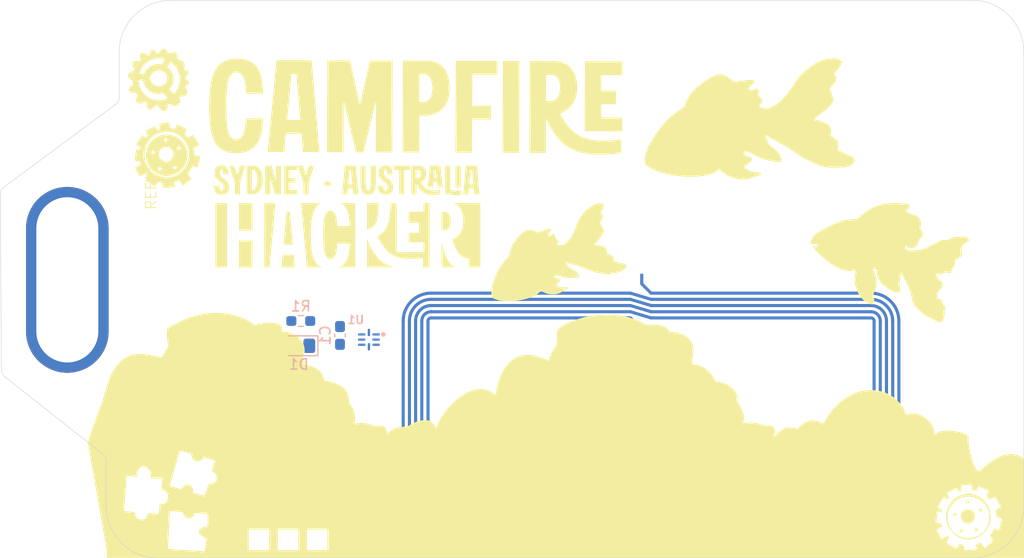
<source format=kicad_pcb>
(kicad_pcb (version 20241229) (generator "pcbnew") (generator_version "9.0")
  (layers (0 "F.Cu" signal) (2 "B.Cu" signal) (13 "F.Paste" user) (15 "B.Paste" user) (5 "F.SilkS" user "F.Silkscreen") (7 "B.SilkS" user "B.Silkscreen") (1 "F.Mask" user) (3 "B.Mask" user) (25 "Edge.Cuts" user))
  (net 0 "")
  (net 1 "Net-(D1-K)")
  (net 2 "Net-(U1-VCC)")
  (net 3 "Net-(D1-A)")
  (net 4 "Net-(J1-Pin_1)")
  (net 5 "Net-(J1-Pin_2)")
  (footprint "Taranium-libs:Lanyard hole" (layer "F.Cu") (at 169.375 65.175 90)
    (property "Reference" "REF**" (at 0 -0.5 90) (layer "F.SilkS") (effects (font (thickness 0.1))))
    (property "Value" "Lanyard hole")
    (pad "2" thru_hole roundrect (at -8.9 -8.6 90) (size 18 8) (drill oval 16 6) (layers "*.Cu" "F.Mask" "F.Paste") (roundrect_rratio 0.5))
  )
  (footprint "Taranium-libs:QFN8P50_160X160X50L40X20N" (layer "B.Cu") (at 189.98 79.86 180)
    (property "Reference" "U1" (at 1.271505 1.915285 0) (layer "B.SilkS") (effects (font (size 0.800953 0.800953)) (justify mirror)))
    (property "Value" "NT3H2111W0FHKH")
    (pad "1" smd roundrect (at -0.695 0.5 180) (size 0.71 0.22) (layers "B.Cu" "B.Mask" "B.Paste") (roundrect_rratio 0.27) (net 5 "Net-(J1-Pin_2)"))
    (pad "2" smd roundrect (at -0.695 0 180) (size 0.71 0.22) (layers "B.Cu" "B.Mask" "B.Paste") (roundrect_rratio 0.27) (net 1 "Net-(D1-K)"))
    (pad "3" smd roundrect (at -0.695 -0.5 180) (size 0.7 0.22) (layers "B.Cu" "B.Mask" "B.Paste") (roundrect_rratio 0.27))
    (pad "4" smd roundrect (at 0 -0.695 180) (size 0.22 0.7) (layers "B.Cu" "B.Mask" "B.Paste") (roundrect_rratio 0.27))
    (pad "5" smd roundrect (at 0.695 -0.5 180) (size 0.7 0.22) (layers "B.Cu" "B.Mask" "B.Paste") (roundrect_rratio 0.27))
    (pad "6" smd roundrect (at 0.695 0 180) (size 0.7 0.22) (layers "B.Cu" "B.Mask" "B.Paste") (roundrect_rratio 0.27) (net 2 "Net-(U1-VCC)"))
    (pad "7" smd roundrect (at 0.695 0.5 180) (size 0.7 0.22) (layers "B.Cu" "B.Mask" "B.Paste") (roundrect_rratio 0.27) (net 2 "Net-(U1-VCC)"))
    (pad "8" smd roundrect (at 0 0.695 180) (size 0.22 0.7) (layers "B.Cu" "B.Mask" "B.Paste") (roundrect_rratio 0.27) (net 4 "Net-(J1-Pin_1)"))
  )
  (footprint "Capacitor_SMD:C_0603_1608Metric_Pad1.08x0.95mm_HandSolder" (layer "B.Cu") (at 187.18 79.46 -90)
    (property "Reference" "C1" (at 0 1.43 90) (layer "B.SilkS") (effects (justify mirror)))
    (property "Value" "C")
    (pad "1" smd roundrect (at -0.8625 0 270) (size 1.075 0.95) (layers "B.Cu" "B.Mask" "B.Paste") (net 2 "Net-(U1-VCC)"))
    (pad "2" smd roundrect (at 0.8625 0 270) (size 1.075 0.95) (layers "B.Cu" "B.Mask" "B.Paste") (net 1 "Net-(D1-K)"))
  )
  (footprint "Taranium-libs:25x_48mm NFC Antenna" (layer "B.Cu") (at 217.3 87.8625 180)
    (property "Reference" "J1" (hide yes))
    (property "Value" "Conn_01x02_Pin")
    (fp_line (start 24 -9.790811) (end 24 9.799999) (stroke (width 0.3)) (layer "B.Cu"))
    (fp_line (start 23.390812 -9.7908) (end 23.399084 9.73753) (stroke (width 0.3)) (layer "B.Cu"))
    (fp_line (start 22.8 -9.790811) (end 22.8 9.8) (stroke (width 0.3)) (layer "B.Cu"))
    (fp_line (start 22.2 -9.790811) (end 22.2 9.8) (stroke (width 0.3)) (layer "B.Cu"))
    (fp_line (start 21.590812 -9.7908) (end 21.599865 9.808998) (stroke (width 0.3)) (layer "B.Cu"))
    (fp_line (start 21.3 12.5) (end 2 12.5) (stroke (width 0.3)) (layer "B.Cu"))
    (fp_line (start 21.3 11.9) (end 2 11.9) (stroke (width 0.3)) (layer "B.Cu"))
    (fp_line (start 21.3 11.3) (end 2 11.3) (stroke (width 0.3)) (layer "B.Cu"))
    (fp_line (start 21.3 10.7) (end 2 10.7) (stroke (width 0.3)) (layer "B.Cu"))
    (fp_line (start 21.3 10.1) (end 2 10.1) (stroke (width 0.3)) (layer "B.Cu"))
    (fp_line (start 2 12.5) (end 0 11.9) (stroke (width 0.3)) (layer "B.Cu"))
    (fp_line (start 2 11.3) (end 0 10.7) (stroke (width 0.3)) (layer "B.Cu"))
    (fp_line (start 2 10.1) (end 1.2 9.3) (stroke (width 0.3)) (layer "B.Cu"))
    (fp_line (start 1.2 9.3) (end 1.2 9.0625) (stroke (width 0.3)) (layer "B.Cu"))
    (fp_line (start 0.9 13.4625) (end 0.9 13.7) (stroke (width 0.3)) (layer "B.Cu"))
    (fp_line (start 0 12.5) (end 0.9 13.4) (stroke (width 0.3)) (layer "B.Cu"))
    (fp_line (start 0 12.5) (end -21.300001 12.5) (stroke (width 0.3)) (layer "B.Cu"))
    (fp_line (start 0 11.9) (end -21.299999 11.900001) (stroke (width 0.3)) (layer "B.Cu"))
    (fp_line (start 0 11.3) (end 2 11.9) (stroke (width 0.3)) (layer "B.Cu"))
    (fp_line (start 0 11.3) (end -21.3 11.3) (stroke (width 0.3)) (layer "B.Cu"))
    (fp_line (start 0 10.7) (end -21.3 10.7) (stroke (width 0.3)) (layer "B.Cu"))
    (fp_line (start 0 10.1) (end 2 10.7) (stroke (width 0.3)) (layer "B.Cu"))
    (fp_line (start 0 10.1) (end -21.3 10.1) (stroke (width 0.3)) (layer "B.Cu"))
    (fp_line (start -21.290809 -10.690812) (end 21.290812 -10.699808) (stroke (width 0.3)) (layer "B.Cu"))
    (fp_line (start -21.29081 -11.890812) (end 21.290811 -11.899566) (stroke (width 0.3)) (layer "B.Cu"))
    (fp_line (start -21.290811 -10.090812) (end 21.2908 -10.090811) (stroke (width 0.3)) (layer "B.Cu"))
    (fp_line (start -21.290811 -11.3) (end 21.290812 -11.3) (stroke (width 0.3)) (layer "B.Cu"))
    (fp_line (start -21.290811 -12.490811) (end 21.290811 -12.49945) (stroke (width 0.3)) (layer "B.Cu"))
    (fp_line (start -21.6 9.8) (end -21.6 -9.790812) (stroke (width 0.3)) (layer "B.Cu"))
    (fp_line (start -22.2 9.8) (end -22.2 -9.790812) (stroke (width 0.3)) (layer "B.Cu"))
    (fp_line (start -22.8 9.8) (end -22.8 -9.790812) (stroke (width 0.3)) (layer "B.Cu"))
    (fp_line (start -23.4 9.8) (end -23.4 -9.790811) (stroke (width 0.3)) (layer "B.Cu"))
    (fp_line (start -24 9.800001) (end -24 -9.790811) (stroke (width 0.3)) (layer "B.Cu"))
    (fp_arc (start 24 9.799999) (mid 23.209189 11.709188) (end 21.3 12.5) (stroke (width 0.3)) (layer "B.Cu"))
    (fp_arc (start 23.400001 9.799999) (mid 22.784925 11.284925) (end 21.3 11.9) (stroke (width 0.3)) (layer "B.Cu"))
    (fp_arc (start 22.8 9.8) (mid 22.36066 10.86066) (end 21.3 11.3) (stroke (width 0.3)) (layer "B.Cu"))
    (fp_arc (start 22.2 9.8) (mid 21.936396 10.436396) (end 21.3 10.7) (stroke (width 0.3)) (layer "B.Cu"))
    (fp_arc (start 21.6 9.8) (mid 21.512132 10.012132) (end 21.3 10.1) (stroke (width 0.3)) (layer "B.Cu"))
    (fp_arc (start 21.290812 -10.090811) (mid 21.50294 -10.002939) (end 21.590812 -9.790811) (stroke (width 0.3)) (layer "B.Cu"))
    (fp_arc (start 21.290812 -10.690811) (mid 21.927204 -10.427204) (end 22.190812 -9.790811) (stroke (width 0.3)) (layer "B.Cu"))
    (fp_arc (start 21.290812 -11.290811) (mid 22.351468 -10.851468) (end 22.790812 -9.790811) (stroke (width 0.3)) (layer "B.Cu"))
    (fp_arc (start 21.290811 -11.890812) (mid 22.775733 -11.275733) (end 23.390812 -9.790811) (stroke (width 0.3)) (layer "B.Cu"))
    (fp_arc (start 21.290811 -12.490811) (mid 23.199999 -11.699999) (end 23.990812 -9.790811) (stroke (width 0.3)) (layer "B.Cu"))
    (fp_arc (start -21.299999 12.5) (mid -23.209188 11.709189) (end -24 9.8) (stroke (width 0.3)) (layer "B.Cu"))
    (fp_arc (start -21.299999 11.900001) (mid -22.784924 11.284925) (end -23.4 9.8) (stroke (width 0.3)) (layer "B.Cu"))
    (fp_arc (start -21.3 11.3) (mid -22.36066 10.86066) (end -22.8 9.8) (stroke (width 0.3)) (layer "B.Cu"))
    (fp_arc (start -21.3 10.7) (mid -21.936396 10.436396) (end -22.2 9.8) (stroke (width 0.3)) (layer "B.Cu"))
    (fp_arc (start -21.3 10.1) (mid -21.512132 10.012132) (end -21.6 9.8) (stroke (width 0.3)) (layer "B.Cu"))
    (fp_arc (start -21.590811 -9.790812) (mid -21.502943 -10.002944) (end -21.290811 -10.090812) (stroke (width 0.3)) (layer "B.Cu"))
    (fp_arc (start -22.190811 -9.790812) (mid -21.927207 -10.427208) (end -21.290811 -10.690812) (stroke (width 0.3)) (layer "B.Cu"))
    (fp_arc (start -22.790811 -9.790812) (mid -22.351471 -10.851472) (end -21.290811 -11.290812) (stroke (width 0.3)) (layer "B.Cu"))
    (fp_arc (start -23.390812 -9.790811) (mid -22.775736 -11.275736) (end -21.290811 -11.890812) (stroke (width 0.3)) (layer "B.Cu"))
    (fp_arc (start -23.990811 -9.790811) (mid -23.2 -11.7) (end -21.290811 -12.490812) (stroke (width 0.3)) (layer "B.Cu"))
    (pad "1" smd roundrect (at 0.9 14.0625) (size 0.3 0.65) (layers "B.Cu" "B.Mask" "B.Paste") (roundrect_rratio 0.15) (net 4 "Net-(J1-Pin_1)"))
    (pad "2" smd roundrect (at 1.2 8.7 180) (size 0.3 0.65) (layers "B.Cu" "B.Mask" "B.Paste") (roundrect_rratio 0.15) (net 5 "Net-(J1-Pin_2)"))
  )
  (footprint "Resistor_SMD:R_0603_1608Metric_Pad0.98x0.95mm_HandSolder" (layer "B.Cu") (at 183.38 78.06 180)
    (property "Reference" "R1" (at 0 1.43 0) (layer "B.SilkS") (effects (justify mirror)))
    (property "Value" "R")
    (pad "1" smd roundrect (at -0.9125 0 180) (size 0.975 0.95) (layers "B.Cu" "B.Mask" "B.Paste") (net 2 "Net-(U1-VCC)"))
    (pad "2" smd roundrect (at 0.9125 0 180) (size 0.975 0.95) (layers "B.Cu" "B.Mask" "B.Paste") (net 3 "Net-(D1-A)"))
  )
  (footprint "LED_SMD:LED_0805_2012Metric_Pad1.15x1.40mm_HandSolder" (layer "B.Cu") (at 183.18 80.46 180)
    (property "Reference" "D1" (at 0 -1.8 0) (layer "B.SilkS") (effects (justify mirror)))
    (property "Value" "LED")
    (pad "1" smd roundrect (at -1.025 0 180) (size 1.15 1.4) (layers "B.Cu" "B.Mask" "B.Paste") (roundrect_rratio 0.217391) (net 1 "Net-(D1-K)"))
    (pad "2" smd roundrect (at 1.025 0 180) (size 1.15 1.4) (layers "B.Cu" "B.Mask" "B.Paste") (roundrect_rratio 0.217391) (net 3 "Net-(D1-A)"))
  )
  (gr_poly (pts (xy 184.434116 52.814415) (xy 185.202864 61.707161) (xy 183.602663 61.701526) (xy 183.456534 59.923049) (xy 181.945235 59.917651) (xy 181.786565 61.695096) (xy 180.186364 61.689461) (xy 180.476844 58.584627) (xy 182.076917 58.584627) (xy 183.334218 58.589073) (xy 182.956233 54.142708) (xy 182.486333 54.141057) (xy 182.076917 58.584627) (xy 180.476844 58.584627) (xy 181.017816 52.802366)) (fill yes) (layer "F.SilkS"))
  (gr_poly (pts (xy 234.981246 52.618664) (xy 235.037738 52.622069) (xy 235.092291 52.62748) (xy 235.144903 52.634741) (xy 235.195569 52.643699) (xy 235.244287 52.654199) (xy 235.291054 52.666085) (xy 235.335867 52.679205) (xy 235.378722 52.693402) (xy 235.419616 52.708523) (xy 235.458546 52.724413) (xy 235.495509 52.740917) (xy 235.530501 52.757881) (xy 235.56352 52.775151) (xy 235.594563 52.792571) (xy 235.623625 52.809988) (xy 235.650705 52.827246) (xy 235.675799 52.844191) (xy 235.720015 52.876525) (xy 235.756248 52.905752) (xy 235.784474 52.930637) (xy 235.804667 52.949942) (xy 235.820851 52.96687) (xy 235.775443 53.070176) (xy 235.730919 53.166175) (xy 235.686957 53.255579) (xy 235.643237 53.339095) (xy 235.599436 53.417434) (xy 235.555234 53.491306) (xy 235.510309 53.56142) (xy 235.46434 53.628485) (xy 235.417006 53.693211) (xy 235.367984 53.756308) (xy 235.316955 53.818486) (xy 235.263596 53.880453) (xy 235.207586 53.94292) (xy 235.148604 54.006596) (xy 235.020439 54.140414) (xy 235.05445 54.180731) (xy 235.084613 54.218476) (xy 235.111215 54.25403) (xy 235.134545 54.287775) (xy 235.154889 54.320092) (xy 235.172535 54.351363) (xy 235.187771 54.381971) (xy 235.200884 54.412296) (xy 235.212163 54.442721) (xy 235.221893 54.473627) (xy 235.230364 54.505397) (xy 235.237862 54.538411) (xy 235.244675 54.573052) (xy 235.251091 54.609702) (xy 235.263881 54.690554) (xy 235.226627 54.757232) (xy 235.189461 54.820596) (xy 235.152248 54.880915) (xy 235.114858 54.93846) (xy 235.077156 54.993502) (xy 235.03901 55.046309) (xy 235.000287 55.097154) (xy 234.960856 55.146304) (xy 234.920583 55.194032) (xy 234.879335 55.240606) (xy 234.83698 55.286298) (xy 234.793385 55.331376) (xy 234.748418 55.376112) (xy 234.701945 55.420776) (xy 234.603954 55.510966) (xy 234.682111 55.709253) (xy 234.747196 55.884429) (xy 234.801057 56.042865) (xy 234.824357 56.117796) (xy 234.845544 56.19093) (xy 234.864848 56.263063) (xy 234.882503 56.334992) (xy 234.913783 56.48142) (xy 234.941233 56.636583) (xy 234.966701 56.80685) (xy 234.857051 56.950743) (xy 234.747613 57.085486) (xy 234.638103 57.211985) (xy 234.528237 57.331151) (xy 234.417732 57.44389) (xy 234.306304 57.551112) (xy 234.19367 57.653725) (xy 234.079547 57.752637) (xy 233.96365 57.848756) (xy 233.845697 57.942991) (xy 233.602488 58.129441) (xy 233.07892 58.519698) (xy 233.276277 58.56278) (xy 233.485361 58.617148) (xy 233.606536 58.652688) (xy 233.734619 58.693857) (xy 233.866477 58.740698) (xy 233.998975 58.793252) (xy 234.128979 58.851563) (xy 234.253356 58.915675) (xy 234.36897 58.985629) (xy 234.422512 59.022811) (xy 234.472687 59.061469) (xy 234.519106 59.10161) (xy 234.561374 59.143238) (xy 234.599102 59.186359) (xy 234.631896 59.230979) (xy 234.652079 59.263774) (xy 234.669758 59.297538) (xy 234.685054 59.332141) (xy 234.69809 59.36745) (xy 234.708988 59.403333) (xy 234.71787 59.439659) (xy 234.724859 59.476295) (xy 234.730077 59.513109) (xy 234.733646 59.549971) (xy 234.735688 59.586747) (xy 234.736325 59.623306) (xy 234.73568 59.659517) (xy 234.733876 59.695246) (xy 234.731033 59.730363) (xy 234.722723 59.798232) (xy 234.711728 59.862067) (xy 234.699027 59.920813) (xy 234.685597 59.973417) (xy 234.672416 60.018822) (xy 234.650713 60.083817) (xy 234.64174 60.107357) (xy 234.748693 60.158585) (xy 234.860827 60.219306) (xy 234.925271 60.257477) (xy 234.992903 60.300487) (xy 235.061928 60.348059) (xy 235.130549 60.399917) (xy 235.19697 60.455786) (xy 235.259393 60.515389) (xy 235.288545 60.546504) (xy 235.316023 60.578449) (xy 235.341604 60.61119) (xy 235.365063 60.644692) (xy 235.386176 60.67892) (xy 235.404717 60.71384) (xy 235.420462 60.749417) (xy 235.433188 60.785617) (xy 235.440044 60.810533) (xy 235.44574 60.836362) (xy 235.450338 60.862991) (xy 235.453901 60.890309) (xy 235.456489 60.918205) (xy 235.458165 60.946566) (xy 235.459026 61.004238) (xy 235.456979 61.062432) (xy 235.452517 61.120254) (xy 235.446135 61.176811) (xy 235.438326 61.231208) (xy 235.429586 61.282553) (xy 235.420408 61.329951) (xy 235.402714 61.409333) (xy 235.383815 61.481418) (xy 235.7767 61.676562) (xy 236.131161 61.849098) (xy 236.469506 62.008151) (xy 236.656404 62.090505) (xy 236.700578 62.111187) (xy 236.743154 62.132645) (xy 236.783843 62.155247) (xy 236.822358 62.179363) (xy 236.840709 62.192104) (xy 236.858408 62.205361) (xy 236.875418 62.219182) (xy 236.891705 62.233612) (xy 236.907231 62.248696) (xy 236.921961 62.264482) (xy 236.935858 62.281016) (xy 236.948886 62.298343) (xy 236.96101 62.31651) (xy 236.972193 62.335563) (xy 236.982399 62.355548) (xy 236.991592 62.376511) (xy 236.999735 62.398498) (xy 237.006794 62.421555) (xy 237.012731 62.445729) (xy 237.017511 62.471066) (xy 237.019647 62.489441) (xy 237.020246 62.508366) (xy 237.019345 62.527785) (xy 237.016982 62.547642) (xy 237.013194 62.567884) (xy 237.008018 62.588455) (xy 237.001491 62.609299) (xy 236.993651 62.630363) (xy 236.984535 62.65159) (xy 236.97418 62.672926) (xy 236.949904 62.715704) (xy 236.921121 62.758257) (xy 236.888129 62.800145) (xy 236.851227 62.840926) (xy 236.810712 62.880161) (xy 236.766884 62.917409) (xy 236.72004 62.952231) (xy 236.670479 62.984185) (xy 236.6185 63.012831) (xy 236.591696 63.025777) (xy 236.5644 63.03773) (xy 236.536648 63.048636) (xy 236.508478 63.058441) (xy 236.424256 63.083976) (xy 236.337016 63.106796) (xy 236.246736 63.127031) (xy 236.153396 63.144814) (xy 236.056976 63.160277) (xy 235.957457 63.173551) (xy 235.749037 63.194063) (xy 235.527975 63.207404) (xy 235.294108 63.214632) (xy 235.047276 63.216802) (xy 234.787316 63.214968) (xy 234.644287 63.210772) (xy 234.508954 63.202153) (xy 234.380327 63.189262) (xy 234.257416 63.172248) (xy 234.139231 63.151262) (xy 234.024782 63.126454) (xy 233.913078 63.097974) (xy 233.803131 63.065971) (xy 233.693948 63.030597) (xy 233.584541 62.992001) (xy 233.361093 62.905744) (xy 232.867939 62.701173) (xy 232.67427 62.617374) (xy 232.492839 62.531867) (xy 232.321997 62.444659) (xy 232.1601 62.355759) (xy 232.005499 62.265175) (xy 231.856549 62.172916) (xy 231.569013 61.983406) (xy 230.989296 61.584651) (xy 230.670769 61.37554) (xy 230.498575 61.26858) (xy 230.315566 61.160029) (xy 229.681047 60.798717) (xy 229.034796 60.437607) (xy 228.33071 60.048858) (xy 228.352773 60.088182) (xy 228.405949 60.186822) (xy 228.438105 60.249323) (xy 228.470719 60.315778) (xy 228.501352 60.382562) (xy 228.515162 60.414945) (xy 228.527563 60.446051) (xy 228.538846 60.476522) (xy 228.549158 60.506147) (xy 228.567612 60.563249) (xy 228.601076 60.671585) (xy 228.619075 60.724376) (xy 228.629045 60.750767) (xy 228.639912 60.777286) (xy 228.651861 60.80403) (xy 228.665081 60.831095) (xy 228.679758 60.85858) (xy 228.696078 60.886582) (xy 228.719394 60.920836) (xy 228.748182 60.956335) (xy 228.781963 60.992999) (xy 228.820253 61.030748) (xy 228.862572 61.069502) (xy 228.908437 61.109181) (xy 229.00888 61.190995) (xy 229.231129 61.362211) (xy 229.345228 61.450334) (xy 229.456171 61.539282) (xy 229.487864 61.566728) (xy 229.51851 61.595859) (xy 229.5481 61.626541) (xy 229.576624 61.65864) (xy 229.604074 61.692021) (xy 229.63044 61.72655) (xy 229.679881 61.798518) (xy 229.724875 61.873467) (xy 229.765346 61.950326) (xy 229.801221 62.02802) (xy 229.832424 62.105474) (xy 229.858882 62.181617) (xy 229.88052 62.255373) (xy 229.897263 62.325669) (xy 229.909037 62.391432) (xy 229.915767 62.451586) (xy 229.91738 62.50506) (xy 229.913801 62.550778) (xy 229.910041 62.570393) (xy 229.904955 62.587667) (xy 229.896714 62.603847) (xy 229.884445 62.617987) (xy 229.868327 62.630168) (xy 229.848537 62.640473) (xy 229.79865 62.655776) (xy 229.736203 62.664548) (xy 229.662616 62.66744) (xy 229.579308 62.665103) (xy 229.487698 62.658188) (xy 229.389207 62.647348) (xy 229.177254 62.616491) (xy 228.954804 62.577745) (xy 228.523835 62.497418) (xy 228.404639 62.469715) (xy 228.26846 62.427515) (xy 228.1187 62.373063) (xy 227.958765 62.308607) (xy 227.792059 62.236395) (xy 227.621988 62.158673) (xy 227.285365 61.995689) (xy 226.976135 61.83763) (xy 226.721533 61.702475) (xy 226.485168 61.572779) (xy 226.469884 61.599848) (xy 226.455045 61.625263) (xy 226.44055 61.649137) (xy 226.426302 61.671585) (xy 226.412204 61.692722) (xy 226.398157 61.712662) (xy 226.384063 61.731519) (xy 226.369825 61.749408) (xy 226.355343 61.766442) (xy 226.340521 61.782738) (xy 226.32526 61.798408) (xy 226.309462 61.813567) (xy 226.293029 61.828331) (xy 226.275864 61.842812) (xy 226.257867 61.857126) (xy 226.238942 61.871387) (xy 226.289018 61.905829) (xy 226.340827 61.93853) (xy 226.393945 61.969553) (xy 226.447947 61.998957) (xy 226.502411 62.026803) (xy 226.556913 62.053153) (xy 226.664334 62.101605) (xy 226.766821 62.1448) (xy 226.860984 62.183224) (xy 226.943435 62.217363) (xy 227.010783 62.247704) (xy 227.024782 62.255242) (xy 227.037447 62.263526) (xy 227.048803 62.272516) (xy 227.058873 62.282172) (xy 227.067682 62.292455) (xy 227.075255 62.303324) (xy 227.081616 62.314741) (xy 227.086791 62.326664) (xy 227.090803 62.339054) (xy 227.093677 62.351872) (xy 227.095438 62.365076) (xy 227.096111 62.378629) (xy 227.095719 62.392489) (xy 227.094288 62.406616) (xy 227.091841 62.420972) (xy 227.088405 62.435515) (xy 227.084003 62.450207) (xy 227.078659 62.465007) (xy 227.072399 62.479875) (xy 227.065247 62.494772) (xy 227.057227 62.509658) (xy 227.048365 62.524492) (xy 227.038684 62.539235) (xy 227.02821 62.553847) (xy 227.016966 62.568289) (xy 227.004978 62.58252) (xy 226.99227 62.5965) (xy 226.978867 62.61019) (xy 226.964792 62.62355) (xy 226.950072 62.636539) (xy 226.93473 62.649119) (xy 226.918791 62.661248) (xy 226.778265 62.766771) (xy 226.570333 62.924704) (xy 226.29974 63.131069) (xy 226.379983 63.191915) (xy 226.469932 63.256375) (xy 226.583895 63.333217) (xy 226.71497 63.41471) (xy 226.784767 63.454785) (xy 226.856254 63.493123) (xy 226.928567 63.528758) (xy 227.000843 63.560723) (xy 227.07222 63.588052) (xy 227.141835 63.609779) (xy 227.182279 63.619383) (xy 227.226432 63.627438) (xy 227.273535 63.634114) (xy 227.322833 63.639579) (xy 227.424985 63.647542) (xy 227.526832 63.652672) (xy 227.705396 63.659797) (xy 227.770003 63.664477) (xy 227.79349 63.667684) (xy 227.810089 63.671692) (xy 227.828136 63.67855) (xy 227.84454 63.686043) (xy 227.859337 63.694121) (xy 227.872559 63.70274) (xy 227.884242 63.711851) (xy 227.894419 63.721409) (xy 227.903126 63.731366) (xy 227.910396 63.741675) (xy 227.916263 63.752289) (xy 227.920762 63.763162) (xy 227.923928 63.774247) (xy 227.925794 63.785497) (xy 227.926395 63.796864) (xy 227.925765 63.808303) (xy 227.923938 63.819766) (xy 227.920949 63.831206) (xy 227.916832 63.842577) (xy 227.911621 63.853831) (xy 227.90535 63.864922) (xy 227.898054 63.875803) (xy 227.889768 63.886427) (xy 227.880525 63.896747) (xy 227.870359 63.906716) (xy 227.859305 63.916287) (xy 227.847398 63.925414) (xy 227.834671 63.93405) (xy 227.821159 63.942147) (xy 227.806896 63.949659) (xy 227.791917 63.95654) (xy 227.776255 63.962741) (xy 227.759945 63.968217) (xy 227.743022 63.97292) (xy 227.631464 64.00252) (xy 227.525792 64.033587) (xy 227.328618 64.098217) (xy 226.966523 64.224132) (xy 226.877629 64.252138) (xy 226.787642 64.277803) (xy 226.69569 64.300651) (xy 226.6009 64.320207) (xy 226.5024 64.335993) (xy 226.399318 64.347536) (xy 226.290781 64.354358) (xy 226.175917 64.355984) (xy 226.089331 64.353619) (xy 225.996998 64.347988) (xy 225.899487 64.338872) (xy 225.797369 64.326053) (xy 225.691213 64.309315) (xy 225.581592 64.288438) (xy 225.469073 64.263205) (xy 225.354229 64.233399) (xy 225.237628 64.198802) (xy 225.119841 64.159195) (xy 225.001438 64.114362) (xy 224.88299 64.064084) (xy 224.765066 64.008143) (xy 224.648237 63.946322) (xy 224.533073 63.878403) (xy 224.420144 63.804169) (xy 224.37844 63.77426) (xy 224.33543 63.741691) (xy 224.291666 63.707093) (xy 224.247699 63.671102) (xy 224.204082 63.634349) (xy 224.161365 63.597469) (xy 224.080837 63.52586) (xy 224.010526 63.461343) (xy 223.954842 63.408985) (xy 223.905003 63.361018) (xy 223.78103 63.476339) (xy 223.636937 63.581127) (xy 223.474081 63.675587) (xy 223.29382 63.759921) (xy 223.097512 63.834333) (xy 222.886516 63.899025) (xy 222.425888 64.000066) (xy 221.9228 64.06467) (xy 221.388115 64.094463) (xy 220.832698 64.091073) (xy 220.267411 64.056124) (xy 219.703119 63.991245) (xy 219.150685 63.898061) (xy 218.620973 63.778199) (xy 218.124846 63.633284) (xy 217.673168 63.464944) (xy 217.276802 63.274805) (xy 217.102756 63.172069) (xy 216.946613 63.064493) (xy 216.809729 62.952281) (xy 216.693463 62.835635) (xy 216.68278 62.819308) (xy 216.673992 62.79674) (xy 216.662113 62.734101) (xy 216.657845 62.650164) (xy 216.661208 62.547372) (xy 216.672221 62.428171) (xy 216.690902 62.295006) (xy 216.717271 62.150322) (xy 216.751348 61.996562) (xy 216.79315 61.836172) (xy 216.842698 61.671596) (xy 216.900009 61.505279) (xy 216.965104 61.339667) (xy 217.038002 61.177203) (xy 217.11872 61.020332) (xy 217.20728 60.8715) (xy 217.303699 60.73315) (xy 217.471976 60.417144) (xy 217.650855 60.115185) (xy 217.838966 59.827178) (xy 218.034941 59.553026) (xy 218.237412 59.292636) (xy 218.445011 59.04591) (xy 218.656369 58.812754) (xy 218.870117 58.593072) (xy 219.084887 58.386768) (xy 219.299312 58.193748) (xy 219.512022 58.013916) (xy 219.721648 57.847176) (xy 219.926824 57.693433) (xy 220.12618 57.552591) (xy 220.318347 57.424555) (xy 220.501958 57.30923) (xy 220.574551 57.115643) (xy 220.665789 56.903305) (xy 220.725289 56.776896) (xy 220.794097 56.640289) (xy 220.872255 56.495952) (xy 220.959805 56.346357) (xy 221.056787 56.193974) (xy 221.163244 56.041274) (xy 221.279217 55.890727) (xy 221.404747 55.744803) (xy 221.539875 55.605973) (xy 221.684644 55.476708) (xy 222.136489 55.102535) (xy 222.364515 54.923472) (xy 222.481658 54.836781) (xy 222.60188 54.7523) (xy 222.725925 54.670268) (xy 222.854537 54.590923) (xy 222.98846 54.514504) (xy 223.128439 54.441248) (xy 223.275217 54.371394) (xy 223.42954 54.305181) (xy 223.59215 54.242845) (xy 223.763792 54.184626) (xy 223.82531 54.168604) (xy 223.888274 54.158889) (xy 223.952458 54.155102) (xy 224.017642 54.156862) (xy 224.083602 54.163789) (xy 224.150115 54.175503) (xy 224.216959 54.191622) (xy 224.28391 54.211768) (xy 224.350746 54.23556) (xy 224.417244 54.262617) (xy 224.483182 54.292558) (xy 224.548336 54.325005) (xy 224.612483 54.359576) (xy 224.675401 54.395891) (xy 224.79666 54.472233) (xy 224.910327 54.550987) (xy 225.014623 54.629112) (xy 225.107763 54.703565) (xy 225.187965 54.771304) (xy 225.302427 54.874467) (xy 225.34375 54.914264) (xy 225.566583 54.871803) (xy 225.805332 54.830582) (xy 226.093598 54.786571) (xy 226.404855 54.747674) (xy 226.560815 54.732613) (xy 226.712575 54.721795) (xy 226.856818 54.716207) (xy 226.990229 54.716837) (xy 227.109492 54.724673) (xy 227.211291 54.740703) (xy 227.22081 54.743184) (xy 227.230281 54.746365) (xy 227.239672 54.750206) (xy 227.248951 54.75467) (xy 227.258086 54.759719) (xy 227.267044 54.765315) (xy 227.275792 54.77142) (xy 227.284299 54.777996) (xy 227.292533 54.785005) (xy 227.30046 54.79241) (xy 227.308048 54.800171) (xy 227.315266 54.808251) (xy 227.322081 54.816612) (xy 227.328461 54.825216) (xy 227.334373 54.834026) (xy 227.339785 54.843002) (xy 227.344665 54.852108) (xy 227.34898 54.861305) (xy 227.352698 54.870555) (xy 227.355787 54.87982) (xy 227.358214 54.889063) (xy 227.359948 54.898244) (xy 227.360955 54.907327) (xy 227.361205 54.916273) (xy 227.360663 54.925044) (xy 227.359298 54.933603) (xy 227.357078 54.941911) (xy 227.35397 54.94993) (xy 227.349942 54.957622) (xy 227.344962 54.96495) (xy 227.338997 54.971875) (xy 227.332016 54.97836) (xy 227.266765 55.033485) (xy 227.205243 55.086801) (xy 227.147476 55.138161) (xy 227.093489 55.187422) (xy 227.043306 55.234436) (xy 226.996954 55.27906) (xy 226.954457 55.321147) (xy 226.915841 55.360552) (xy 226.88113 55.39713) (xy 226.850351 55.430736) (xy 226.823528 55.461224) (xy 226.800686 55.488448) (xy 226.781851 55.512264) (xy 226.767048 55.532526) (xy 226.756302 55.549088) (xy 226.749638 55.561806) (xy 226.74656 55.570239) (xy 226.744592 55.578554) (xy 226.743692 55.586738) (xy 226.743817 55.594781) (xy 226.744927 55.60267) (xy 226.74698 55.610394) (xy 226.749933 55.617942) (xy 226.753745 55.625301) (xy 226.758375 55.632461) (xy 226.76378 55.63941) (xy 226.76992 55.646136) (xy 226.776751 55.652627) (xy 226.784233 55.658873) (xy 226.792324 55.664861) (xy 226.810166 55.676019) (xy 226.829942 55.686009) (xy 226.85132 55.694739) (xy 226.873964 55.702115) (xy 226.897542 55.708046) (xy 226.92172 55.712439) (xy 226.946164 55.715202) (xy 226.970541 55.716242) (xy 226.994516 55.715468) (xy 227.010053 55.714098) (xy 227.02516 55.712288) (xy 227.054185 55.707448) (xy 227.081792 55.701148) (xy 227.108183 55.693586) (xy 227.13356 55.684962) (xy 227.158124 55.675476) (xy 227.182077 55.665326) (xy 227.205622 55.654713) (xy 227.25229 55.632893) (xy 227.299743 55.611612) (xy 227.324267 55.601672) (xy 227.349593 55.592464) (xy 227.375922 55.584189) (xy 227.403456 55.577045) (xy 227.418587 55.573924) (xy 227.433652 55.57155) (xy 227.448636 55.569911) (xy 227.463521 55.568995) (xy 227.478289 55.568791) (xy 227.492926 55.569287) (xy 227.507412 55.570472) (xy 227.521733 55.572332) (xy 227.53587 55.574857) (xy 227.549807 55.578034) (xy 227.563527 55.581852) (xy 227.577013 55.5863) (xy 227.590249 55.591364) (xy 227.603217 55.597034) (xy 227.615901 55.603298) (xy 227.628283 55.610143) (xy 227.640347 55.617558) (xy 227.652077 55.625532) (xy 227.663454 55.634051) (xy 227.674463 55.643106) (xy 227.685087 55.652683) (xy 227.695308 55.662771) (xy 227.705109 55.673358) (xy 227.714475 55.684432) (xy 227.723387 55.695982) (xy 227.73183 55.707995) (xy 227.739786 55.72046) (xy 227.747238 55.733366) (xy 227.75417 55.746699) (xy 227.760564 55.760449) (xy 227.766405 55.774604) (xy 227.771674 55.789152) (xy 227.775077 55.800554) (xy 227.777528 55.811681) (xy 227.779085 55.822553) (xy 227.779806 55.833188) (xy 227.779751 55.843607) (xy 227.778978 55.853829) (xy 227.777546 55.863873) (xy 227.775514 55.873758) (xy 227.77294 55.883505) (xy 227.769884 55.893133) (xy 227.762558 55.912107) (xy 227.754006 55.930837) (xy 227.744699 55.949478) (xy 227.725697 55.987116) (xy 227.716943 56.006424) (xy 227.709313 56.026265) (xy 227.706067 56.036434) (xy 227.703279 56.046795) (xy 227.701006 56.057367) (xy 227.699308 56.068169) (xy 227.698244 56.079222) (xy 227.697873 56.090543) (xy 227.698253 56.102154) (xy 227.699442 56.114073) (xy 227.701853 56.129417) (xy 227.704884 56.144089) (xy 227.708506 56.158132) (xy 227.71269 56.171583) (xy 227.717408 56.184485) (xy 227.722632 56.196876) (xy 227.728333 56.208798) (xy 227.734481 56.22029) (xy 227.74105 56.231393) (xy 227.74801 56.242148) (xy 227.762988 56.26277) (xy 227.779188 56.282479) (xy 227.796381 56.301597) (xy 227.870513 56.378593) (xy 227.889243 56.399583) (xy 227.907594 56.421913) (xy 227.925339 56.445904) (xy 227.933912 56.458624) (xy 227.942248 56.47188) (xy 227.953691 56.490064) (xy 227.965197 56.507162) (xy 227.976686 56.523353) (xy 227.988078 56.53882) (xy 228.010261 56.568304) (xy 228.020892 56.582684) (xy 228.031111 56.597064) (xy 228.040838 56.611625) (xy 228.049996 56.626548) (xy 228.058505 56.642014) (xy 228.066285 56.658204) (xy 228.073258 56.6753) (xy 228.079344 56.693483) (xy 228.08203 56.703039) (xy 228.084465 56.712934) (xy 228.086639 56.723191) (xy 228.088542 56.733833) (xy 228.090711 56.754922) (xy 228.090428 56.775838) (xy 228.087859 56.796561) (xy 228.083173 56.817073) (xy 228.076537 56.837354) (xy 228.06812 56.857386) (xy 228.058089 56.877149) (xy 228.046611 56.896624) (xy 228.033857 56.915793) (xy 228.019992 56.934635) (xy 228.005185 56.953132) (xy 227.989603 56.971265) (xy 227.95679 57.006361) (xy 227.922894 57.039772) (xy 227.857231 57.100924) (xy 227.828149 57.12836) (xy 227.803359 57.153499) (xy 227.784203 57.176189) (xy 227.777157 57.186567) (xy 227.772024 57.196275) (xy 227.768972 57.205295) (xy 227.768167 57.213607) (xy 227.769778 57.221192) (xy 227.773974 57.22803) (xy 227.802136 57.258912) (xy 227.830706 57.286528) (xy 227.859751 57.311107) (xy 227.889338 57.332884) (xy 227.919536 57.35209) (xy 227.950411 57.368957) (xy 227.982031 57.383717) (xy 228.014464 57.396602) (xy 228.047776 57.407845) (xy 228.082035 57.417677) (xy 228.11731 57.42633) (xy 228.153666 57.434037) (xy 228.229896 57.44754) (xy 228.311264 57.460042) (xy 228.323407 57.461869) (xy 228.362701 57.467047) (xy 228.400968 57.470651) (xy 228.438266 57.472732) (xy 228.474655 57.473343) (xy 228.510194 57.472535) (xy 228.544942 57.47036) (xy 228.578958 57.466871) (xy 228.6123 57.462119) (xy 228.645028 57.456156) (xy 228.6772 57.449035) (xy 228.740114 57.431523) (xy 228.801513 57.409998) (xy 228.86187 57.384877) (xy 228.921656 57.356576) (xy 228.981342 57.325509) (xy 229.0414 57.292092) (xy 229.102301 57.256741) (xy 229.228522 57.181899) (xy 229.363776 57.104308) (xy 229.46457 57.045913) (xy 229.55769 56.986469) (xy 229.64401 56.925847) (xy 229.724407 56.863921) (xy 229.799755 56.80056) (xy 229.87093 56.735636) (xy 229.938807 56.669022) (xy 230.004262 56.600589) (xy 230.068171 56.530209) (xy 230.131407 56.457752) (xy 230.259368 56.306098) (xy 230.395149 56.144599) (xy 230.545751 55.97223) (xy 230.650599 55.850699) (xy 230.745495 55.731119) (xy 230.83195 55.613297) (xy 230.91147 55.497039) (xy 230.985566 55.382153) (xy 231.055746 55.268444) (xy 231.190393 55.043783) (xy 231.32748 54.82151) (xy 231.400711 54.710785) (xy 231.479078 54.600075) (xy 231.564091 54.489188) (xy 231.657257 54.37793) (xy 231.760086 54.266107) (xy 231.874086 54.153526) (xy 232.049189 53.991613) (xy 232.222658 53.8375) (xy 232.395068 53.691409) (xy 232.566989 53.553557) (xy 232.738993 53.424166) (xy 232.911653 53.303454) (xy 233.085541 53.191641) (xy 233.261229 53.088947) (xy 233.439289 52.995592) (xy 233.620292 52.911794) (xy 233.804811 52.837774) (xy 233.993419 52.773752) (xy 234.186686 52.719946) (xy 234.385186 52.676576) (xy 234.58949 52.643863) (xy 234.80017 52.622026) (xy 234.862459 52.618488) (xy 234.922819 52.617418)) (fill yes) (layer "F.SilkS"))
  (gr_poly (pts (xy 248.012221 96.280721) (xy 248.047477 96.283419) (xy 248.082222 96.287861) (xy 248.116413 96.294004) (xy 248.150006 96.301803) (xy 248.182956 96.311216) (xy 248.215221 96.322198) (xy 248.246757 96.334705) (xy 248.277519 96.348693) (xy 248.307465 96.364119) (xy 248.33655 96.380938) (xy 248.36473 96.399107) (xy 248.391962 96.418582) (xy 248.418202 96.439318) (xy 248.443407 96.461273) (xy 248.467532 96.484401) (xy 248.490534 96.50866) (xy 248.512369 96.534005) (xy 248.532993 96.560392) (xy 248.552363 96.587778) (xy 248.570435 96.616118) (xy 248.587165 96.645369) (xy 248.602509 96.675487) (xy 248.616424 96.706428) (xy 248.628865 96.738148) (xy 248.63979 96.770603) (xy 248.649154 96.803749) (xy 248.656913 96.837542) (xy 248.663024 96.871939) (xy 248.667444 96.906896) (xy 248.670128 96.942368) (xy 248.671032 96.978312) (xy 248.670128 97.014256) (xy 248.667444 97.049728) (xy 248.663024 97.084685) (xy 248.656913 97.119082) (xy 248.649154 97.152875) (xy 248.63979 97.186022) (xy 248.628865 97.218477) (xy 248.616424 97.250196) (xy 248.602509 97.281137) (xy 248.587165 97.311255) (xy 248.570435 97.340506) (xy 248.552363 97.368846) (xy 248.532993 97.396232) (xy 248.512369 97.42262) (xy 248.490534 97.447964) (xy 248.467532 97.472223) (xy 248.443407 97.495352) (xy 248.418202 97.517306) (xy 248.391962 97.538042) (xy 248.36473 97.557517) (xy 248.33655 97.575686) (xy 248.307465 97.592505) (xy 248.277519 97.607931) (xy 248.246757 97.621919) (xy 248.215221 97.634426) (xy 248.182956 97.645408) (xy 248.150006 97.654821) (xy 248.116413 97.66262) (xy 248.082222 97.668763) (xy 248.047477 97.673206) (xy 248.012221 97.675903) (xy 247.976498 97.676812) (xy 247.940775 97.675903) (xy 247.905519 97.673206) (xy 247.870774 97.668763) (xy 247.836584 97.66262) (xy 247.802991 97.654821) (xy 247.770041 97.645408) (xy 247.737776 97.634426) (xy 247.70624 97.621919) (xy 247.675478 97.607931) (xy 247.645533 97.592505) (xy 247.616449 97.575686) (xy 247.588269 97.557517) (xy 247.561037 97.538042) (xy 247.534797 97.517306) (xy 247.509593 97.495352) (xy 247.485468 97.472223) (xy 247.462466 97.447964) (xy 247.440632 97.42262) (xy 247.420008 97.396232) (xy 247.400638 97.368846) (xy 247.382567 97.340506) (xy 247.365837 97.311255) (xy 247.350493 97.281137) (xy 247.336579 97.250196) (xy 247.324138 97.218477) (xy 247.313213 97.186022) (xy 247.30385 97.152875) (xy 247.29609 97.119082) (xy 247.289979 97.084685) (xy 247.28556 97.049728) (xy 247.282876 97.014256) (xy 247.281972 96.978312) (xy 247.282876 96.942368) (xy 247.28556 96.906896) (xy 247.289979 96.871939) (xy 247.29609 96.837542) (xy 247.30385 96.803749) (xy 247.313213 96.770603) (xy 247.324138 96.738148) (xy 247.336579 96.706428) (xy 247.350493 96.675487) (xy 247.365837 96.645369) (xy 247.382567 96.616118) (xy 247.400638 96.587778) (xy 247.420008 96.560392) (xy 247.440632 96.534005) (xy 247.462466 96.50866) (xy 247.485468 96.484401) (xy 247.509593 96.461273) (xy 247.534797 96.439318) (xy 247.561037 96.418582) (xy 247.588269 96.399107) (xy 247.616449 96.380938) (xy 247.645533 96.364119) (xy 247.675478 96.348693) (xy 247.70624 96.334705) (xy 247.737776 96.322198) (xy 247.770041 96.311216) (xy 247.802991 96.301803) (xy 247.836584 96.294004) (xy 247.870774 96.287861) (xy 247.905519 96.283419) (xy 247.940775 96.280721) (xy 247.976498 96.279812)) (fill yes) (layer "F.SilkS"))
  (gr_poly (pts (xy 175.753559 62.975027) (xy 175.799341 62.977902) (xy 175.842958 62.982672) (xy 175.884454 62.98932) (xy 175.923875 62.997828) (xy 175.961266 63.008179) (xy 175.996671 63.020355) (xy 176.030135 63.03434) (xy 176.061705 63.050115) (xy 176.091424 63.067664) (xy 176.119339 63.086968) (xy 176.145493 63.10801) (xy 176.169932 63.130773) (xy 176.192701 63.15524) (xy 176.213845 63.181392) (xy 176.23341 63.209213) (xy 176.25144 63.238685) (xy 176.267979 63.269791) (xy 176.283075 63.302513) (xy 176.29677 63.336833) (xy 176.309111 63.372735) (xy 176.320143 63.410201) (xy 176.32991 63.449213) (xy 176.338458 63.489754) (xy 176.345831 63.531807) (xy 176.352075 63.575354) (xy 176.361356 63.66686) (xy 176.36666 63.764133) (xy 176.368348 63.867033) (xy 175.868285 63.867033) (xy 175.867634 63.809363) (xy 175.865688 63.755412) (xy 175.862451 63.705183) (xy 175.857929 63.658674) (xy 175.852128 63.615886) (xy 175.845054 63.576819) (xy 175.836712 63.541472) (xy 175.827109 63.509846) (xy 175.81625 63.481941) (xy 175.804141 63.457756) (xy 175.790789 63.437292) (xy 175.776197 63.420549) (xy 175.760374 63.407527) (xy 175.752002 63.402411) (xy 175.743323 63.398225) (xy 175.73434 63.394969) (xy 175.725052 63.392644) (xy 175.715461 63.391248) (xy 175.705566 63.390783) (xy 175.69467 63.391142) (xy 175.684296 63.392213) (xy 175.674434 63.393985) (xy 175.665072 63.39645) (xy 175.656199 63.399598) (xy 175.647802 63.403419) (xy 175.63987 63.407905) (xy 175.632392 63.413046) (xy 175.625356 63.418831) (xy 175.61875 63.425253) (xy 175.612562 63.432301) (xy 175.606781 63.439966) (xy 175.601396 63.448239) (xy 175.596394 63.45711) (xy 175.591765 63.466569) (xy 175.587496 63.476608) (xy 175.583575 63.487216) (xy 175.579992 63.498384) (xy 175.576735 63.510104) (xy 175.573791 63.522365) (xy 175.57115 63.535157) (xy 175.568799 63.548473) (xy 175.566727 63.562301) (xy 175.564923 63.576633) (xy 175.562071 63.606769) (xy 175.560148 63.638807) (xy 175.559063 63.672671) (xy 175.558722 63.708284) (xy 175.561227 63.760837) (xy 175.568528 63.810034) (xy 175.580305 63.856146) (xy 175.596239 63.899443) (xy 175.61601 63.940196) (xy 175.639298 63.978677) (xy 175.665784 64.015157) (xy 175.695148 64.049906) (xy 175.727069 64.083196) (xy 175.761229 64.115299) (xy 175.834984 64.177022) (xy 175.995284 64.298139) (xy 176.076713 64.361869) (xy 176.116629 64.395475) (xy 176.155585 64.430604) (xy 176.193261 64.467526) (xy 176.22934 64.506513) (xy 176.263499 64.547836) (xy 176.295421 64.591765) (xy 176.324784 64.638572) (xy 176.35127 64.688528) (xy 176.374559 64.741903) (xy 176.39433 64.79897) (xy 176.410264 64.859998) (xy 176.422041 64.92526) (xy 176.429342 64.995025) (xy 176.431847 65.069566) (xy 176.430141 65.146841) (xy 176.424715 65.222122) (xy 176.415104 65.294997) (xy 176.400841 65.365052) (xy 176.381462 65.431874) (xy 176.369709 65.463944) (xy 176.356503 65.495051) (xy 176.341785 65.525144) (xy 176.325497 65.554171) (xy 176.307581 65.58208) (xy 176.28798 65.60882) (xy 176.266634 65.634339) (xy 176.243486 65.658585) (xy 176.218478 65.681507) (xy 176.191552 65.703054) (xy 176.162648 65.723174) (xy 176.13171 65.741814) (xy 176.098679 65.758925) (xy 176.063498 65.774453) (xy 176.026106 65.788347) (xy 175.986448 65.800557) (xy 175.944464 65.811029) (xy 175.900097 65.819714) (xy 175.853288 65.826558) (xy 175.803979 65.83151) (xy 175.752112 65.83452) (xy 175.697629 65.835534) (xy 175.648766 65.834662) (xy 175.601877 65.832047) (xy 175.556931 65.827689) (xy 175.513903 65.821589) (xy 175.472765 65.813749) (xy 175.433488 65.804167) (xy 175.396045 65.792846) (xy 175.360409 65.779786) (xy 175.326552 65.764987) (xy 175.294446 65.748451) (xy 175.264064 65.730179) (xy 175.235378 65.71017) (xy 175.20836 65.688426) (xy 175.182984 65.664947) (xy 175.15922 65.639734) (xy 175.137043 65.612788) (xy 175.116423 65.58411) (xy 175.097334 65.5537) (xy 175.079747 65.521559) (xy 175.063636 65.487687) (xy 175.048973 65.452086) (xy 175.035729 65.414756) (xy 175.023878 65.375699) (xy 175.013391 65.334913) (xy 175.004242 65.292402) (xy 174.996402 65.248164) (xy 174.989844 65.202201) (xy 174.98454 65.154513) (xy 174.977585 65.053968) (xy 174.975316 64.946534) (xy 175.499191 64.946534) (xy 175.500601 65.059294) (xy 175.502696 65.109858) (xy 175.506012 65.156567) (xy 175.51077 65.19944) (xy 175.51719 65.238493) (xy 175.525493 65.273743) (xy 175.535902 65.305209) (xy 175.548635 65.332908) (xy 175.555943 65.34535) (xy 175.563916 65.356857) (xy 175.572579 65.367431) (xy 175.581963 65.377074) (xy 175.592093 65.385788) (xy 175.602998 65.393576) (xy 175.614706 65.400439) (xy 175.627243 65.40638) (xy 175.640638 65.411402) (xy 175.654918 65.415505) (xy 175.67011 65.418693) (xy 175.686243 65.420967) (xy 175.703344 65.42233) (xy 175.72144 65.422784) (xy 175.738398 65.422379) (xy 175.754319 65.421175) (xy 175.769236 65.419186) (xy 175.783181 65.416427) (xy 175.796187 65.412913) (xy 175.808287 65.408657) (xy 175.819513 65.403674) (xy 175.829899 65.397979) (xy 175.839477 65.391586) (xy 175.848279 65.384511) (xy 175.856338 65.376767) (xy 175.863688 65.368368) (xy 175.87036 65.359331) (xy 175.876388 65.349668) (xy 175.881803 65.339395) (xy 175.88664 65.328526) (xy 175.89093 65.317075) (xy 175.894706 65.305058) (xy 175.898001 65.292489) (xy 175.900848 65.279382) (xy 175.903279 65.265751) (xy 175.905328 65.251612) (xy 175.908406 65.221866) (xy 175.910345 65.190259) (xy 175.911406 65.156908) (xy 175.911941 65.085439) (xy 175.909436 65.028605) (xy 175.902135 64.976187) (xy 175.890358 64.927834) (xy 175.874424 64.883196) (xy 175.854652 64.84192) (xy 175.831364 64.803657) (xy 175.804878 64.768055) (xy 175.775515 64.734763) (xy 175.743593 64.703431) (xy 175.709434 64.673706) (xy 175.635679 64.617678) (xy 175.475378 64.509475) (xy 175.393949 64.451685) (xy 175.354034 64.420639) (xy 175.315078 64.387692) (xy 175.277401 64.352492) (xy 175.241323 64.314688) (xy 175.207163 64.273929) (xy 175.175242 64.229864) (xy 175.145878 64.182143) (xy 175.119392 64.130414) (xy 175.096104 64.074326) (xy 175.076333 64.013529) (xy 175.060399 63.947671) (xy 175.048622 63.876401) (xy 175.041321 63.799368) (xy 175.038816 63.716221) (xy 175.040984 63.636597) (xy 175.047606 63.56013) (xy 175.058855 63.487093) (xy 175.074907 63.417759) (xy 175.084788 63.384566) (xy 175.095935 63.352401) (xy 175.108369 63.321299) (xy 175.122113 63.291294) (xy 175.137189 63.262419) (xy 175.153617 63.234709) (xy 175.171421 63.208198) (xy 175.190621 63.18292) (xy 175.211239 63.15891) (xy 175.233298 63.136201) (xy 175.256819 63.114828) (xy 175.281824 63.094825) (xy 175.308335 63.076226) (xy 175.336373 63.059064) (xy 175.365961 63.043376) (xy 175.39712 63.029193) (xy 175.429871 63.016551) (xy 175.464238 63.005484) (xy 175.500241 62.996026) (xy 175.537902 62.988211) (xy 175.577243 62.982073) (xy 175.618287 62.977647) (xy 175.661054 62.974966) (xy 175.705566 62.974065)) (fill yes) (layer "F.SilkS"))
  (gr_poly (pts (xy 164.061254 86.203156) (xy 162.8 89.8) (xy 164.608941 100.125533) (xy 166 86.8)) (stroke (width 0.1)) (fill yes) (layer "F.SilkS"))
  (gr_poly (pts (xy 178.89787 63.02169) (xy 178.946599 63.027927) (xy 178.993815 63.036933) (xy 179.039514 63.048664) (xy 179.083696 63.063075) (xy 179.126357 63.080124) (xy 179.167496 63.099764) (xy 179.20711 63.121952) (xy 179.245198 63.146644) (xy 179.281756 63.173795) (xy 179.316784 63.20336) (xy 179.350277 63.235297) (xy 179.382236 63.269559) (xy 179.412657 63.306103) (xy 179.441537 63.344885) (xy 179.468876 63.38586) (xy 179.494671 63.428983) (xy 179.518919 63.474211) (xy 179.541618 63.5215) (xy 179.562767 63.570804) (xy 179.582363 63.62208) (xy 179.600403 63.675283) (xy 179.616887 63.730369) (xy 179.631811 63.787293) (xy 179.645173 63.846012) (xy 179.656971 63.906481) (xy 179.667203 63.968655) (xy 179.675867 64.03249) (xy 179.682961 64.097942) (xy 179.688482 64.164967) (xy 179.692428 64.23352) (xy 179.694798 64.303557) (xy 179.695588 64.375034) (xy 179.691909 64.522058) (xy 179.680853 64.663652) (xy 179.66239 64.799316) (xy 179.636491 64.928551) (xy 179.603128 65.050855) (xy 179.562271 65.16573) (xy 179.513891 65.272675) (xy 179.45796 65.37119) (xy 179.427153 65.417131) (xy 179.394447 65.460776) (xy 179.359839 65.502064) (xy 179.323324 65.540932) (xy 179.2849 65.577317) (xy 179.244563 65.611158) (xy 179.202308 65.642391) (xy 179.158133 65.670955) (xy 179.112034 65.696786) (xy 179.064006 65.719822) (xy 179.014047 65.740001) (xy 178.962153 65.75726) (xy 178.90832 65.771536) (xy 178.852544 65.782768) (xy 178.794823 65.790892) (xy 178.735151 65.795846) (xy 178.143808 65.795846) (xy 178.143808 65.379128) (xy 178.64387 65.379128) (xy 178.679589 65.379128) (xy 178.709994 65.37788) (xy 178.739445 65.374173) (xy 178.767941 65.368058) (xy 178.795481 65.359586) (xy 178.822065 65.348809) (xy 178.847692 65.335778) (xy 178.872361 65.320546) (xy 178.896072 65.303163) (xy 178.918823 65.283682) (xy 178.940614 65.262153) (xy 178.961445 65.238629) (xy 178.981314 65.213161) (xy 179.000221 65.185801) (xy 179.018166 65.1566) (xy 179.035146 65.125609) (xy 179.051163 65.092882) (xy 179.066214 65.058468) (xy 179.080299 65.02242) (xy 179.093418 64.984789) (xy 179.10557 64.945627) (xy 179.116754 64.904986) (xy 179.126969 64.862916) (xy 179.136215 64.81947) (xy 179.14449 64.7747) (xy 179.151795 64.728656) (xy 179.158128 64.68139) (xy 179.163489 64.632955) (xy 179.167876 64.583401) (xy 179.17129 64.532781) (xy 179.17373 64.481145) (xy 179.175194 64.428545) (xy 179.175682 64.375034) (xy 179.173867 64.27029) (xy 179.168419 64.170535) (xy 179.159331 64.076011) (xy 179.146599 63.986964) (xy 179.130215 63.903638) (xy 179.110175 63.826277) (xy 179.086472 63.755124) (xy 179.0591 63.690424) (xy 179.028055 63.632422) (xy 178.993329 63.581361) (xy 178.974584 63.55851) (xy 178.954918 63.537486) (xy 178.934328 63.51832) (xy 178.912815 63.501041) (xy 178.890377 63.485681) (xy 178.867014 63.472269) (xy 178.842726 63.460838) (xy 178.81751 63.451416) (xy 178.791368 63.444035) (xy 178.764297 63.438725) (xy 178.736298 63.435517) (xy 178.70737 63.43444) (xy 178.64387 63.43444) (xy 178.64387 65.379128) (xy 178.143808 65.379128) (xy 178.143808 63.017722) (xy 178.901839 63.017722)) (fill yes) (layer "F.SilkS"))
  (gr_poly (pts (xy 176.248094 72.868158) (xy 175.114222 72.868158) (xy 175.114222 66.645159) (xy 176.248094 66.645159)) (fill yes) (layer "F.SilkS"))
  (gr_poly (pts (xy 183.045133 63.43444) (xy 182.287102 63.43444) (xy 182.287102 64.22819) (xy 182.854634 64.22819) (xy 182.854634 64.644909) (xy 182.287102 64.644909) (xy 182.287102 65.379128) (xy 183.045133 65.379128) (xy 183.045133 65.795846) (xy 181.787039 65.795846) (xy 181.787039 63.017722) (xy 183.045133 63.017722)) (fill yes) (layer "F.SilkS"))
  (gr_poly (pts (xy 193.962925 63.43444) (xy 193.41127 63.43444) (xy 193.41127 65.795846) (xy 192.911207 65.795846) (xy 192.911207 63.43444) (xy 192.363518 63.43444) (xy 192.363518 63.017722) (xy 193.962925 63.017722)) (fill yes) (layer "F.SilkS"))
  (gr_poly (pts (xy 170.188672 51.689995) (xy 170.21921 51.696302) (xy 170.249025 51.706486) (xy 170.277967 51.720692) (xy 170.305888 51.739063) (xy 170.332637 51.761744) (xy 170.358068 51.788878) (xy 170.382029 51.82061) (xy 170.404373 51.857082) (xy 170.42495 51.89844) (xy 170.443611 51.944826) (xy 170.460208 51.996385) (xy 170.474592 52.053261) (xy 170.486613 52.115597) (xy 170.629487 52.187035) (xy 170.696009 52.148698) (xy 170.766711 52.113473) (xy 170.840285 52.082706) (xy 170.915422 52.05774) (xy 170.953168 52.047853) (xy 170.990815 52.039921) (xy 171.028199 52.034111) (xy 171.065156 52.030592) (xy 171.101523 52.029532) (xy 171.137136 52.031099) (xy 171.171832 52.035462) (xy 171.205448 52.042787) (xy 171.23782 52.053243) (xy 171.268784 52.066999) (xy 171.298176 52.084221) (xy 171.325835 52.10508) (xy 171.351595 52.129741) (xy 171.375293 52.158374) (xy 171.396766 52.191147) (xy 171.415851 52.228228) (xy 171.432384 52.269784) (xy 171.4462 52.315984) (xy 171.457138 52.366995) (xy 171.465033 52.422987) (xy 171.469722 52.484127) (xy 171.471041 52.550583) (xy 171.468827 52.622523) (xy 171.462917 52.700115) (xy 171.570073 52.814113) (xy 171.622327 52.815351) (xy 171.671956 52.818992) (xy 171.718983 52.82493) (xy 171.763433 52.833056) (xy 171.805331 52.843263) (xy 171.844702 52.855444) (xy 171.88157 52.869491) (xy 171.91596 52.885296) (xy 171.947897 52.902752) (xy 171.977406 52.921752) (xy 172.004511 52.942187) (xy 172.029236 52.963951) (xy 172.051607 52.986936) (xy 172.071649 53.011034) (xy 172.089385 53.036138) (xy 172.104841 53.06214) (xy 172.118042 53.088933) (xy 172.129011 53.116409) (xy 172.137774 53.144461) (xy 172.144356 53.172981) (xy 172.148781 53.201862) (xy 172.151074 53.230996) (xy 172.15126 53.260275) (xy 172.149363 53.289592) (xy 172.145408 53.31884) (xy 172.139419 53.347911) (xy 172.131422 53.376698) (xy 172.121442 53.405092) (xy 172.109502 53.432986) (xy 172.095627 53.460274) (xy 172.079843 53.486847) (xy 172.062174 53.512598) (xy 172.141549 53.802332) (xy 172.179568 53.791577) (xy 172.215484 53.784499) (xy 172.249284 53.780916) (xy 172.280959 53.780643) (xy 172.310498 53.783499) (xy 172.337889 53.789299) (xy 172.363122 53.797861) (xy 172.386185 53.809002) (xy 172.407069 53.822538) (xy 172.425761 53.838287) (xy 172.442252 53.856065) (xy 172.45653 53.875689) (xy 172.468584 53.896975) (xy 172.478404 53.919742) (xy 172.485978 53.943805) (xy 172.491295 53.968982) (xy 172.494346 53.995089) (xy 172.495118 54.021943) (xy 172.493601 54.049362) (xy 172.489784 54.077162) (xy 172.483656 54.105159) (xy 172.475206 54.133171) (xy 172.464424 54.161015) (xy 172.451298 54.188508) (xy 172.435817 54.215465) (xy 172.417971 54.241705) (xy 172.397749 54.267044) (xy 172.375139 54.291299) (xy 172.350132 54.314287) (xy 172.322715 54.335825) (xy 172.292879 54.355729) (xy 172.260612 54.373816) (xy 172.260612 54.675441) (xy 172.304045 54.688217) (xy 172.34363 54.702649) (xy 172.379471 54.718602) (xy 172.411672 54.73594) (xy 172.440339 54.754528) (xy 172.465576 54.774231) (xy 172.487487 54.794914) (xy 172.506178 54.816442) (xy 172.521753 54.83868) (xy 172.534316 54.861491) (xy 172.543972 54.884742) (xy 172.550826 54.908297) (xy 172.554983 54.93202) (xy 172.556547 54.955777) (xy 172.555623 54.979432) (xy 172.552315 55.002851) (xy 172.546728 55.025898) (xy 172.538967 55.048437) (xy 172.529136 55.070334) (xy 172.51734 55.091454) (xy 172.503684 55.111661) (xy 172.488272 55.13082) (xy 172.471209 55.148796) (xy 172.4526 55.165453) (xy 172.432549 55.180658) (xy 172.411161 55.194273) (xy 172.38854 55.206165) (xy 172.364791 55.216198) (xy 172.34002 55.224236) (xy 172.314329 55.230146) (xy 172.287825 55.23379) (xy 172.260612 55.235035) (xy 172.177267 55.465222) (xy 172.21082 55.486478) (xy 172.241515 55.510639) (xy 172.26933 55.537448) (xy 172.294245 55.566649) (xy 172.316239 55.597983) (xy 172.33529 55.631195) (xy 172.351378 55.666025) (xy 172.364481 55.702218) (xy 172.374579 55.739515) (xy 172.38165 55.77766) (xy 172.385674 55.816395) (xy 172.386628 55.855464) (xy 172.384493 55.894608) (xy 172.379247 55.93357) (xy 172.370868 55.972094) (xy 172.359337 56.009921) (xy 172.344632 56.046796) (xy 172.326731 56.082459) (xy 172.305614 56.116655) (xy 172.28126 56.149126) (xy 172.253647 56.179614) (xy 172.222754 56.207862) (xy 172.188561 56.233614) (xy 172.151047 56.256611) (xy 172.11019 56.276597) (xy 172.065969 56.293314) (xy 172.018363 56.306505) (xy 171.967351 56.315913) (xy 171.912912 56.32128) (xy 171.855025 56.32235) (xy 171.793669 56.318864) (xy 171.728823 56.310566) (xy 171.613729 56.42566) (xy 171.646243 56.475394) (xy 171.672502 56.525476) (xy 171.692739 56.575671) (xy 171.707189 56.625746) (xy 171.716083 56.675466) (xy 171.719656 56.724598) (xy 171.718141 56.772907) (xy 171.711771 56.82016) (xy 171.700779 56.866123) (xy 171.685398 56.910561) (xy 171.665862 56.953241) (xy 171.642404 56.993928) (xy 171.615258 57.032389) (xy 171.584656 57.06839) (xy 171.550831 57.101696) (xy 171.514018 57.132073) (xy 171.474449 57.159289) (xy 171.432358 57.183107) (xy 171.387978 57.203296) (xy 171.341542 57.21962) (xy 171.293283 57.231846) (xy 171.243435 57.239739) (xy 171.192231 57.243066) (xy 171.139904 57.241592) (xy 171.086688 57.235084) (xy 171.032816 57.223308) (xy 170.97852 57.206029) (xy 170.924035 57.183014) (xy 170.869593 57.154029) (xy 170.815428 57.118839) (xy 170.761774 57.077211) (xy 170.708862 57.02891) (xy 170.470737 57.124128) (xy 170.486039 57.191487) (xy 170.495664 57.255123) (xy 170.499892 57.314984) (xy 170.498999 57.37102) (xy 170.493264 57.423181) (xy 170.482963 57.471418) (xy 170.468375 57.515679) (xy 170.449777 57.555916) (xy 170.427447 57.592077) (xy 170.401662 57.624112) (xy 170.3727 57.651972) (xy 170.340838 57.675606) (xy 170.306355 57.694964) (xy 170.269527 57.709996) (xy 170.230632 57.720652) (xy 170.189948 57.726882) (xy 170.147753 57.728635) (xy 170.104324 57.725862) (xy 170.059938 57.718511) (xy 170.014874 57.706534) (xy 169.969408 57.68988) (xy 169.923819 57.668499) (xy 169.878384 57.64234) (xy 169.833381 57.611354) (xy 169.789087 57.57549) (xy 169.74578 57.534699) (xy 169.703737 57.488929) (xy 169.663236 57.438132) (xy 169.624555 57.382256) (xy 169.587971 57.321252) (xy 169.553763 57.25507) (xy 169.522206 57.183659) (xy 169.323769 57.183659) (xy 169.275015 57.242707) (xy 169.227019 57.297089) (xy 169.179843 57.346836) (xy 169.133548 57.39198) (xy 169.088194 57.432551) (xy 169.043843 57.468581) (xy 169.000556 57.500101) (xy 168.958395 57.527142) (xy 168.917419 57.549737) (xy 168.87769 57.567915) (xy 168.839269 57.581708) (xy 168.802217 57.591147) (xy 168.766595 57.596265) (xy 168.732464 57.597091) (xy 168.699886 57.593657) (xy 168.668921 57.585995) (xy 168.63963 57.574135) (xy 168.612075 57.55811) (xy 168.586316 57.537949) (xy 168.562414 57.513685) (xy 168.540431 57.485349) (xy 168.520428 57.452971) (xy 168.502465 57.416584) (xy 168.486604 57.376219) (xy 168.472905 57.331906) (xy 168.46143 57.283677) (xy 168.45224 57.231563) (xy 168.445396 57.175595) (xy 168.440959 57.115806) (xy 168.438989 57.052225) (xy 168.439549 56.984885) (xy 168.442698 56.913816) (xy 168.283948 56.802691) (xy 168.238004 56.836946) (xy 168.191125 56.86825) (xy 168.143562 56.896559) (xy 168.095565 56.921828) (xy 168.047384 56.944014) (xy 167.999272 56.963071) (xy 167.951477 56.978955) (xy 167.904252 56.991623) (xy 167.857846 57.001029) (xy 167.812511 57.00713) (xy 167.768497 57.009881) (xy 167.726055 57.009237) (xy 167.685435 57.005156) (xy 167.646889 56.997591) (xy 167.610666 56.986499) (xy 167.577019 56.971835) (xy 167.546196 56.953556) (xy 167.51845 56.931616) (xy 167.494031 56.905972) (xy 167.473189 56.876579) (xy 167.456176 56.843393) (xy 167.443241 56.806369) (xy 167.434636 56.765463) (xy 167.430612 56.720632) (xy 167.431418 56.671829) (xy 167.437306 56.619012) (xy 167.448527 56.562136) (xy 167.465331 56.501157) (xy 167.487969 56.436029) (xy 167.516692 56.366709) (xy 167.55175 56.293153) (xy 167.593394 56.215316) (xy 167.418769 55.941472) (xy 167.375992 55.952534) (xy 167.331974 55.961172) (xy 167.287055 55.967404) (xy 167.241574 55.971249) (xy 167.195873 55.972724) (xy 167.15029 55.971849) (xy 167.105167 55.96864) (xy 167.060843 55.963117) (xy 167.017658 55.955297) (xy 166.975952 55.945198) (xy 166.936066 55.93284) (xy 166.89834 55.91824) (xy 166.863114 55.901415) (xy 166.830727 55.882386) (xy 166.801521 55.861169) (xy 166.775834 55.837783) (xy 166.754008 55.812245) (xy 166.736382 55.784575) (xy 166.723296 55.754791) (xy 166.715091 55.72291) (xy 166.712107 55.688951) (xy 166.714683 55.652931) (xy 166.723161 55.61487) (xy 166.737879 55.574786) (xy 166.759178 55.532696) (xy 166.787399 55.488618) (xy 166.82288 55.442572) (xy 166.865964 55.394575) (xy 166.916988 55.344645) (xy 166.976294 55.2928) (xy 167.044222 55.23906) (xy 167.121112 55.183441) (xy 167.101269 54.778629) (xy 167.046556 54.759922) (xy 166.994827 54.738895) (xy 166.946158 54.715714) (xy 166.900626 54.690546) (xy 166.85831 54.663559) (xy 166.847482 54.655613) (xy 167.160792 54.655613) (xy 167.164206 54.784891) (xy 167.174336 54.912473) (xy 167.191019 55.0382) (xy 167.21409 55.161914) (xy 167.243383 55.283457) (xy 167.278733 55.402673) (xy 167.319977 55.519402) (xy 167.366949 55.633486) (xy 167.419484 55.744769) (xy 167.477418 55.853093) (xy 167.540585 55.958298) (xy 167.608821 56.060228) (xy 167.681961 56.158725) (xy 167.75984 56.25363) (xy 167.842293 56.344786) (xy 167.929156 56.432035) (xy 168.020263 56.51522) (xy 168.11545 56.594182) (xy 168.214553 56.668763) (xy 168.317405 56.738806) (xy 168.423843 56.804152) (xy 168.533701 56.864645) (xy 168.646814 56.920125) (xy 168.763019 56.970436) (xy 168.882149 57.015419) (xy 169.004041 57.054916) (xy 169.128529 57.08877) (xy 169.255448 57.116823) (xy 169.384634 57.138916) (xy 169.515922 57.154893) (xy 169.649147 57.164595) (xy 169.784144 57.167863) (xy 169.918662 57.164595) (xy 170.050493 57.154893) (xy 170.179532 57.138916) (xy 170.305675 57.116823) (xy 170.428819 57.08877) (xy 170.54886 57.054916) (xy 170.665694 57.015419) (xy 170.779217 56.970436) (xy 170.889326 56.920125) (xy 170.995917 56.864645) (xy 171.098885 56.804152) (xy 171.198128 56.738806) (xy 171.293542 56.668763) (xy 171.385022 56.594182) (xy 171.472465 56.51522) (xy 171.555767 56.432035) (xy 171.634825 56.344786) (xy 171.709534 56.25363) (xy 171.779791 56.158725) (xy 171.845493 56.060228) (xy 171.906534 55.958298) (xy 171.962812 55.853093) (xy 172.014222 55.744769) (xy 172.060662 55.633486) (xy 172.102027 55.519402) (xy 172.138213 55.402673) (xy 172.169117 55.283457) (xy 172.194634 55.161914) (xy 172.214662 55.0382) (xy 172.229096 54.912473) (xy 172.237832 54.784891) (xy 172.240768 54.655613) (xy 172.237832 54.526335) (xy 172.229096 54.398753) (xy 172.214662 54.273027) (xy 172.194634 54.149314) (xy 172.169117 54.027771) (xy 172.138213 53.908556) (xy 172.102027 53.791828) (xy 172.060662 53.677745) (xy 172.014222 53.566463) (xy 171.962812 53.458141) (xy 171.906534 53.352937) (xy 171.845493 53.251008) (xy 171.779791 53.152513) (xy 171.709534 53.057609) (xy 171.634825 52.966454) (xy 171.555767 52.879207) (xy 171.472465 52.796024) (xy 171.385022 52.717063) (xy 171.293542 52.642484) (xy 171.198128 52.572442) (xy 171.098885 52.507097) (xy 170.995917 52.446606) (xy 170.889326 52.391127) (xy 170.779217 52.340817) (xy 170.665694 52.295835) (xy 170.54886 52.256339) (xy 170.428819 52.222486) (xy 170.305675 52.194434) (xy 170.179532 52.172341) (xy 170.050493 52.156365) (xy 169.918662 52.146663) (xy 169.784144 52.143394) (xy 169.649147 52.146663) (xy 169.515922 52.156365) (xy 169.384634 52.172341) (xy 169.255448 52.194434) (xy 169.128529 52.222486) (xy 169.004041 52.256339) (xy 168.882149 52.295835) (xy 168.763019 52.340817) (xy 168.646814 52.391127) (xy 168.533701 52.446606) (xy 168.423843 52.507097) (xy 168.317405 52.572442) (xy 168.214553 52.642484) (xy 168.11545 52.717063) (xy 168.020263 52.796024) (xy 167.929156 52.879207) (xy 167.842293 52.966454) (xy 167.75984 53.057609) (xy 167.681961 53.152513) (xy 167.608821 53.251008) (xy 167.540585 53.352937) (xy 167.477418 53.458141) (xy 167.419484 53.566463) (xy 167.366949 53.677745) (xy 167.319977 53.791828) (xy 167.278733 53.908556) (xy 167.243383 54.027771) (xy 167.21409 54.149314) (xy 167.191019 54.273027) (xy 167.174336 54.398753) (xy 167.164206 54.526335) (xy 167.160792 54.655613) (xy 166.847482 54.655613) (xy 166.819285 54.634919) (xy 166.783628 54.604795) (xy 166.751418 54.573352) (xy 166.72273 54.540758) (xy 166.697641 54.507181) (xy 166.67623 54.472787) (xy 166.658573 54.437743) (xy 166.644746 54.402217) (xy 166.634828 54.366376) (xy 166.628894 54.330387) (xy 166.627023 54.294417) (xy 166.629291 54.258633) (xy 166.635775 54.223203) (xy 166.646552 54.188293) (xy 166.661699 54.154071) (xy 166.681293 54.120703) (xy 166.705412 54.088358) (xy 166.734132 54.057201) (xy 166.767531 54.027401) (xy 166.805685 53.999124) (xy 166.848671 53.972537) (xy 166.896567 53.947809) (xy 166.949449 53.925104) (xy 167.007396 53.904592) (xy 167.070482 53.886439) (xy 167.138787 53.870812) (xy 167.212386 53.857879) (xy 167.271917 53.679285) (xy 167.250502 53.655605) (xy 167.229534 53.628691) (xy 167.189708 53.56646) (xy 167.153973 53.495183) (xy 167.123864 53.417454) (xy 167.100917 53.335865) (xy 167.092608 53.294434) (xy 167.086665 53.25301) (xy 167.083279 53.211918) (xy 167.082643 53.171482) (xy 167.084949 53.132025) (xy 167.090387 53.093872) (xy 167.099151 53.057348) (xy 167.111432 53.022775) (xy 167.127421 52.990479) (xy 167.147311 52.960783) (xy 167.171293 52.934012) (xy 167.199559 52.910489) (xy 167.232302 52.890539) (xy 167.269713 52.874486) (xy 167.311983 52.862653) (xy 167.359305 52.855366) (xy 167.41187 52.852948) (xy 167.469871 52.855723) (xy 167.533499 52.864016) (xy 167.602947 52.878149) (xy 167.678405 52.898449) (xy 167.760065 52.925238) (xy 167.902956 52.814113) (xy 167.868407 52.735544) (xy 167.840462 52.662002) (xy 167.818815 52.593399) (xy 167.803163 52.529645) (xy 167.793203 52.470654) (xy 167.788631 52.416335) (xy 167.789142 52.366601) (xy 167.794434 52.321361) (xy 167.804203 52.280529) (xy 167.818143 52.244015) (xy 167.835953 52.21173) (xy 167.857328 52.183587) (xy 167.881965 52.159495) (xy 167.909559 52.139367) (xy 167.939807 52.123114) (xy 167.972405 52.110646) (xy 168.00705 52.101877) (xy 168.043437 52.096716) (xy 168.081263 52.095075) (xy 168.120224 52.096866) (xy 168.160017 52.102) (xy 168.200337 52.110388) (xy 168.240881 52.121941) (xy 168.281345 52.136571) (xy 168.321425 52.154189) (xy 168.360818 52.174707) (xy 168.39922 52.198036) (xy 168.436327 52.224087) (xy 168.471835 52.252771) (xy 168.50544 52.284) (xy 168.53684 52.317685) (xy 168.565729 52.353738) (xy 168.740363 52.290238) (xy 168.766917 52.179012) (xy 168.781133 52.128195) (xy 168.795972 52.080605) (xy 168.811433 52.036261) (xy 168.827514 51.995186) (xy 168.844215 51.9574) (xy 168.861534 51.922924) (xy 168.879468 51.891779) (xy 168.898018 51.863987) (xy 168.917181 51.839569) (xy 168.936955 51.818545) (xy 168.95734 51.800937) (xy 168.978334 51.786765) (xy 168.999936 51.776052) (xy 169.022144 51.768817) (xy 169.044956 51.765082) (xy 169.068372 51.764869) (xy 169.092389 51.768197) (xy 169.117006 51.775089) (xy 169.142222 51.785565) (xy 169.168036 51.799646) (xy 169.194445 51.817354) (xy 169.221449 51.83871) (xy 169.249046 51.863734) (xy 169.277235 51.892448) (xy 169.306013 51.924872) (xy 169.33538 51.961029) (xy 169.365335 52.000938) (xy 169.395875 52.044621) (xy 169.426999 52.0921) (xy 169.458706 52.143394) (xy 169.66905 52.115597) (xy 169.685036 52.075563) (xy 169.703128 52.036672) (xy 169.723179 51.99907) (xy 169.745038 51.962899) (xy 169.768556 51.928304) (xy 169.793586 51.895428) (xy 169.819977 51.864416) (xy 169.847582 51.835412) (xy 169.87625 51.808558) (xy 169.905833 51.784) (xy 169.936182 51.761881) (xy 169.967148 51.742344) (xy 169.998582 51.725534) (xy 170.030335 51.711595) (xy 170.062258 51.700671) (xy 170.094202 51.692905) (xy 170.126019 51.688441) (xy 170.157558 51.687423)) (fill yes) (layer "F.SilkS"))
  (gr_poly (pts (xy 186.296333 64.966377) (xy 185.661333 64.966377) (xy 185.661333 64.569503) (xy 186.296333 64.569503)) (fill yes) (layer "F.SilkS"))
  (gr_poly (pts (xy 185.261896 66.688813) (xy 185.193091 66.736256) (xy 185.127659 66.787447) (xy 185.065526 66.842346) (xy 185.006615 66.900912) (xy 184.95085 66.963106) (xy 184.898156 67.028886) (xy 184.848456 67.098213) (xy 184.801676 67.171045) (xy 184.757739 67.247344) (xy 184.716569 67.327067) (xy 184.67809 67.410175) (xy 184.642228 67.496627) (xy 184.608906 67.586384) (xy 184.578048 67.679404) (xy 184.549578 67.775647) (xy 184.499501 67.977642) (xy 184.458068 68.192045) (xy 184.424673 68.418532) (xy 184.398709 68.656782) (xy 184.379571 68.906471) (xy 184.366651 69.167275) (xy 184.359344 69.438872) (xy 184.357043 69.720939) (xy 184.36646 70.309438) (xy 184.379448 70.58524) (xy 184.399038 70.848241) (xy 184.426041 71.098061) (xy 184.46127 71.334325) (xy 184.505535 71.556653) (xy 184.559648 71.764667) (xy 184.624421 71.95799) (xy 184.700666 72.136245) (xy 184.789194 72.299052) (xy 184.890816 72.446034) (xy 185.006344 72.576814) (xy 185.069576 72.63601) (xy 185.13659 72.691013) (xy 185.207485 72.741777) (xy 185.282365 72.788253) (xy 185.36133 72.830396) (xy 185.444481 72.868158) (xy 183.963026 72.868158) (xy 183.402956 66.645159) (xy 185.334151 66.645159)) (fill yes) (layer "F.SilkS"))
  (gr_poly (pts (xy 249.207232 96.224457) (xy 249.215482 96.22507) (xy 249.223614 96.226079) (xy 249.231617 96.227475) (xy 249.239482 96.229247) (xy 249.247197 96.231385) (xy 249.254752 96.23388) (xy 249.262138 96.236721) (xy 249.269343 96.2399) (xy 249.276358 96.243404) (xy 249.283173 96.247226) (xy 249.289775 96.251354) (xy 249.296157 96.255779) (xy 249.302307 96.260491) (xy 249.308214 96.265479) (xy 249.313869 96.270735) (xy 249.319262 96.276247) (xy 249.324381 96.282007) (xy 249.329217 96.288003) (xy 249.333759 96.294227) (xy 249.337997 96.300668) (xy 249.341921 96.307316) (xy 249.34552 96.314161) (xy 249.348783 96.321193) (xy 249.351702 96.328403) (xy 249.354265 96.33578) (xy 249.356462 96.343315) (xy 249.358283 96.350997) (xy 249.359717 96.358816) (xy 249.360754 96.366763) (xy 249.361384 96.374827) (xy 249.361596 96.383) (xy 249.361384 96.391172) (xy 249.360754 96.399236) (xy 249.359717 96.407183) (xy 249.358283 96.415003) (xy 249.356462 96.422685) (xy 249.354265 96.430219) (xy 249.351702 96.437596) (xy 249.348783 96.444806) (xy 249.34552 96.451839) (xy 249.341921 96.458684) (xy 249.337997 96.465332) (xy 249.333759 96.471773) (xy 249.329217 96.477997) (xy 249.324381 96.483994) (xy 249.319262 96.489753) (xy 249.313869 96.495266) (xy 249.308214 96.500522) (xy 249.302307 96.505511) (xy 249.296157 96.510223) (xy 249.289775 96.514648) (xy 249.283173 96.518776) (xy 249.276358 96.522598) (xy 249.269343 96.526103) (xy 249.262138 96.529281) (xy 249.254752 96.532122) (xy 249.247197 96.534618) (xy 249.239482 96.536756) (xy 249.231617 96.538528) (xy 249.223614 96.539924) (xy 249.215482 96.540933) (xy 249.207232 96.541546) (xy 249.198874 96.541752) (xy 249.190515 96.541546) (xy 249.182265 96.540933) (xy 249.174134 96.539924) (xy 249.16613 96.538528) (xy 249.158266 96.536756) (xy 249.150551 96.534618) (xy 249.142996 96.532122) (xy 249.13561 96.529281) (xy 249.128405 96.526103) (xy 249.121391 96.522598) (xy 249.114577 96.518776) (xy 249.107974 96.514648) (xy 249.101593 96.510223) (xy 249.095444 96.505511) (xy 249.089536 96.500522) (xy 249.083882 96.495266) (xy 249.07849 96.489753) (xy 249.073371 96.483994) (xy 249.068535 96.477997) (xy 249.063993 96.471773) (xy 249.059756 96.465332) (xy 249.055832 96.458684) (xy 249.052234 96.451839) (xy 249.04897 96.444806) (xy 249.046052 96.437596) (xy 249.043489 96.430219) (xy 249.041292 96.422685) (xy 249.039472 96.415003) (xy 249.038038 96.407183) (xy 249.037001 96.399236) (xy 249.036371 96.391172) (xy 249.036159 96.383) (xy 249.036371 96.374827) (xy 249.037001 96.366763) (xy 249.038038 96.358816) (xy 249.039472 96.350997) (xy 249.041292 96.343315) (xy 249.043489 96.33578) (xy 249.046052 96.328403) (xy 249.04897 96.321193) (xy 249.052234 96.314161) (xy 249.055832 96.307316) (xy 249.059756 96.300668) (xy 249.063993 96.294227) (xy 249.068535 96.288003) (xy 249.073371 96.282007) (xy 249.07849 96.276247) (xy 249.083882 96.270735) (xy 249.089536 96.265479) (xy 249.095444 96.260491) (xy 249.101593 96.255779) (xy 249.107974 96.251354) (xy 249.114577 96.247226) (xy 249.121391 96.243404) (xy 249.128405 96.2399) (xy 249.13561 96.236721) (xy 249.142996 96.23388) (xy 249.150551 96.231385) (xy 249.158266 96.229247) (xy 249.16613 96.227475) (xy 249.174134 96.226079) (xy 249.182265 96.22507) (xy 249.190515 96.224457) (xy 249.198874 96.224251)) (fill yes) (layer "F.SilkS"))
  (gr_poly (pts (xy 200.684878 65.795846) (xy 200.184814 65.795846) (xy 200.137188 65.240222) (xy 199.664908 65.240222) (xy 199.617282 65.795846) (xy 199.117221 65.795846) (xy 199.204731 64.823503) (xy 199.704598 64.823503) (xy 200.097502 64.823503) (xy 199.974469 63.43444) (xy 199.827626 63.43444) (xy 199.704598 64.823503) (xy 199.204731 64.823503) (xy 199.367251 63.017722) (xy 200.434844 63.017722)) (fill yes) (layer "F.SilkS"))
  (gr_poly (pts (xy 183.878889 63.954346) (xy 184.144795 63.017722) (xy 184.644858 63.017722) (xy 184.144795 64.704441) (xy 184.144795 65.795846) (xy 183.644732 65.795846) (xy 183.644732 64.704441) (xy 183.0772 63.017722) (xy 183.577263 63.017722)) (fill yes) (layer "F.SilkS"))
  (gr_poly (pts (xy 189.661993 64.406783) (xy 189.664915 64.63401) (xy 189.668717 64.737095) (xy 189.674209 64.833052) (xy 189.681493 64.9218) (xy 189.690666 65.003259) (xy 189.701827 65.077345) (xy 189.715075 65.143979) (xy 189.730509 65.203078) (xy 189.748228 65.254561) (xy 189.76833 65.298347) (xy 189.790915 65.334354) (xy 189.816081 65.362502) (xy 189.829662 65.373603) (xy 189.843927 65.382708) (xy 189.858885 65.389808) (xy 189.874551 65.394891) (xy 189.890937 65.397949) (xy 189.908054 65.398971) (xy 189.926568 65.397949) (xy 189.944173 65.394891) (xy 189.96089 65.389808) (xy 189.97674 65.382708) (xy 189.991744 65.373603) (xy 190.005923 65.362502) (xy 190.019299 65.349416) (xy 190.031892 65.334354) (xy 190.043723 65.317328) (xy 190.054814 65.298347) (xy 190.065185 65.277421) (xy 190.074858 65.254561) (xy 190.083854 65.229776) (xy 190.092193 65.203078) (xy 190.099897 65.174475) (xy 190.106988 65.143979) (xy 190.113485 65.111599) (xy 190.11941 65.077345) (xy 190.124785 65.041228) (xy 190.12963 65.003259) (xy 190.137814 64.9218) (xy 190.144133 64.833052) (xy 190.148754 64.737095) (xy 190.151845 64.63401) (xy 190.153577 64.523879) (xy 190.154117 64.406783) (xy 190.154117 63.017722) (xy 190.654179 63.017722) (xy 190.654179 64.406783) (xy 190.652992 64.568024) (xy 190.648963 64.721136) (xy 190.641387 64.865808) (xy 190.629561 65.001724) (xy 190.612782 65.128571) (xy 190.590346 65.246035) (xy 190.56155 65.353802) (xy 190.525691 65.451557) (xy 190.504893 65.496583) (xy 190.482065 65.538988) (xy 190.457119 65.578734) (xy 190.429968 65.61578) (xy 190.400524 65.650088) (xy 190.368698 65.681619) (xy 190.334403 65.710333) (xy 190.29755 65.736191) (xy 190.258053 65.759154) (xy 190.215822 65.779183) (xy 190.17077 65.796238) (xy 190.122809 65.81028) (xy 190.071852 65.82127) (xy 190.017809 65.829168) (xy 189.960594 65.833936) (xy 189.900118 65.835534) (xy 189.841783 65.833936) (xy 189.786529 65.829168) (xy 189.734277 65.82127) (xy 189.684945 65.81028) (xy 189.638453 65.796238) (xy 189.59472 65.779183) (xy 189.553667 65.759154) (xy 189.515211 65.736191) (xy 189.479272 65.710333) (xy 189.44577 65.681619) (xy 189.414624 65.650088) (xy 189.385753 65.61578) (xy 189.359077 65.578734) (xy 189.334515 65.538988) (xy 189.311986 65.496583) (xy 189.29141 65.451557) (xy 189.272706 65.40395) (xy 189.255793 65.353802) (xy 189.240591 65.30115) (xy 189.227019 65.246035) (xy 189.214996 65.188495) (xy 189.204442 65.128571) (xy 189.195276 65.066301) (xy 189.187417 65.001724) (xy 189.175299 64.865808) (xy 189.167442 64.721136) (xy 189.163201 64.568024) (xy 189.16193 64.406783) (xy 189.16193 63.017722) (xy 189.661993 63.017722)) (fill yes) (layer "F.SilkS"))
  (gr_poly (pts (xy 169.918662 52.146663) (xy 170.050493 52.156365) (xy 170.179532 52.172341) (xy 170.305675 52.194434) (xy 170.428819 52.222486) (xy 170.54886 52.256339) (xy 170.665694 52.295835) (xy 170.779217 52.340817) (xy 170.889326 52.391127) (xy 170.995917 52.446606) (xy 171.098885 52.507097) (xy 171.198128 52.572442) (xy 171.293542 52.642484) (xy 171.385022 52.717063) (xy 171.472465 52.796024) (xy 171.555767 52.879207) (xy 171.634825 52.966454) (xy 171.709534 53.057609) (xy 171.779791 53.152513) (xy 171.845493 53.251008) (xy 171.906534 53.352937) (xy 171.962812 53.458141) (xy 172.014222 53.566463) (xy 172.060662 53.677745) (xy 172.102027 53.791828) (xy 172.138213 53.908556) (xy 172.169117 54.027771) (xy 172.194634 54.149314) (xy 172.214662 54.273027) (xy 172.229096 54.398753) (xy 172.237832 54.526335) (xy 172.240768 54.655613) (xy 172.237832 54.784891) (xy 172.229096 54.912473) (xy 172.214662 55.0382) (xy 172.194634 55.161914) (xy 172.169117 55.283457) (xy 172.138213 55.402673) (xy 172.102027 55.519402) (xy 172.060662 55.633486) (xy 172.014222 55.744769) (xy 171.962812 55.853093) (xy 171.906534 55.958298) (xy 171.845493 56.060228) (xy 171.779791 56.158725) (xy 171.709534 56.25363) (xy 171.634825 56.344786) (xy 171.555767 56.432035) (xy 171.472465 56.51522) (xy 171.385022 56.594182) (xy 171.293542 56.668763) (xy 171.198128 56.738806) (xy 171.098885 56.804152) (xy 170.995917 56.864645) (xy 170.889326 56.920125) (xy 170.779217 56.970436) (xy 170.665694 57.015419) (xy 170.54886 57.054916) (xy 170.428819 57.08877) (xy 170.305675 57.116823) (xy 170.179532 57.138916) (xy 170.050493 57.154893) (xy 169.918662 57.164595) (xy 169.784144 57.167863) (xy 169.649147 57.164595) (xy 169.515922 57.154893) (xy 169.384634 57.138916) (xy 169.255448 57.116823) (xy 169.128529 57.08877) (xy 169.004041 57.054916) (xy 168.882149 57.015419) (xy 168.763019 56.970436) (xy 168.646814 56.920125) (xy 168.533701 56.864645) (xy 168.423843 56.804152) (xy 168.317405 56.738806) (xy 168.214553 56.668763) (xy 168.11545 56.594182) (xy 168.020263 56.51522) (xy 167.929156 56.432035) (xy 167.842293 56.344786) (xy 167.75984 56.25363) (xy 167.681961 56.158725) (xy 167.608821 56.060228) (xy 167.540585 55.958298) (xy 167.477418 55.853093) (xy 167.419484 55.744769) (xy 167.366949 55.633486) (xy 167.319977 55.519402) (xy 167.278733 55.402673) (xy 167.243383 55.283457) (xy 167.21409 55.161914) (xy 167.191019 55.0382) (xy 167.174336 54.912473) (xy 167.164206 54.784891) (xy 167.162678 54.727051) (xy 167.685881 54.727051) (xy 167.691765 54.828297) (xy 167.702437 54.928151) (xy 167.717779 55.026493) (xy 167.737674 55.123202) (xy 167.762007 55.21816) (xy 167.790659 55.311248) (xy 167.823514 55.402346) (xy 167.860456 55.491334) (xy 167.901366 55.578093) (xy 167.94613 55.662503) (xy 167.994628 55.744446) (xy 168.046746 55.823801) (xy 168.102365 55.90045) (xy 168.16137 55.974272) (xy 168.223642 56.045149) (xy 168.289066 56.112961) (xy 168.357524 56.177588) (xy 168.4289 56.238912) (xy 168.503076 56.296812) (xy 168.579936 56.351169) (xy 168.659363 56.401864) (xy 168.74124 56.448778) (xy 168.82545 56.49179) (xy 168.911876 56.530782) (xy 169.000402 56.565633) (xy 169.09091 56.596226) (xy 169.183284 56.622439) (xy 169.277407 56.644155) (xy 169.373162 56.661252) (xy 169.470432 56.673613) (xy 169.5691 56.681116) (xy 169.66905 56.683644) (xy 169.721229 56.682957) (xy 169.773077 56.680905) (xy 169.824576 56.677507) (xy 169.875711 56.672778) (xy 169.926464 56.666736) (xy 169.976819 56.659398) (xy 170.02676 56.65078) (xy 170.07627 56.640899) (xy 170.125333 56.629772) (xy 170.173932 56.617416) (xy 170.222051 56.603849) (xy 170.269673 56.589085) (xy 170.316782 56.573144) (xy 170.36336 56.556041) (xy 170.409393 56.537793) (xy 170.454863 56.518417) (xy 170.085769 55.988415) (xy 170.027074 56.007648) (xy 169.967316 56.024501) (xy 169.906553 56.038917) (xy 169.844842 56.05084) (xy 169.782241 56.060212) (xy 169.718808 56.066977) (xy 169.686797 56.069363) (xy 169.6546 56.071077) (xy 169.622223 56.07211) (xy 169.589675 56.072457) (xy 169.519522 56.070846) (xy 169.450212 56.066061) (xy 169.381819 56.058173) (xy 169.314415 56.047255) (xy 169.248074 56.033379) (xy 169.182867 56.016615) (xy 169.118869 55.997036) (xy 169.056152 55.974714) (xy 168.994788 55.949719) (xy 168.934852 55.922125) (xy 168.876415 55.892002) (xy 168.819551 55.859423) (xy 168.764333 55.824459) (xy 168.710833 55.787182) (xy 168.659124 55.747663) (xy 168.60928 55.705975) (xy 168.561374 55.66219) (xy 168.515477 55.616378) (xy 168.471664 55.568612) (xy 168.430007 55.518963) (xy 168.390579 55.467503) (xy 168.353453 55.414305) (xy 168.318702 55.359439) (xy 168.286398 55.302978) (xy 168.256615 55.244993) (xy 168.229426 55.185555) (xy 168.204903 55.124738) (xy 168.18312 55.062612) (xy 168.164149 54.999249) (xy 168.148064 54.934721) (xy 168.134937 54.8691) (xy 168.124841 54.802457) (xy 167.685881 54.727051) (xy 167.162678 54.727051) (xy 167.160792 54.655613) (xy 167.163412 54.556394) (xy 168.827675 54.556394) (xy 168.828734 54.595198) (xy 168.831876 54.633493) (xy 168.83705 54.67123) (xy 168.844205 54.708364) (xy 168.853289 54.744846) (xy 168.864253 54.780629) (xy 168.877044 54.815666) (xy 168.891612 54.849909) (xy 168.907905 54.883311) (xy 168.925872 54.915825) (xy 168.945462 54.947403) (xy 168.966625 54.977998) (xy 168.989308 55.007562) (xy 169.013461 55.036048) (xy 169.039032 55.063409) (xy 169.065972 55.089597) (xy 169.094227 55.114565) (xy 169.123748 55.138265) (xy 169.154483 55.160651) (xy 169.186381 55.181675) (xy 169.219391 55.201289) (xy 169.253462 55.219445) (xy 169.288543 55.236098) (xy 169.324582 55.251199) (xy 169.361528 55.2647) (xy 169.399331 55.276556) (xy 169.437939 55.286717) (xy 169.477302 55.295137) (xy 169.517367 55.301768) (xy 169.558084 55.306564) (xy 169.599401 55.309476) (xy 169.641269 55.310457) (xy 169.683136 55.309476) (xy 169.724454 55.306564) (xy 169.765171 55.301768) (xy 169.805236 55.295137) (xy 169.844598 55.286717) (xy 169.883206 55.276556) (xy 169.921009 55.2647) (xy 169.957955 55.251199) (xy 169.993995 55.236098) (xy 170.029075 55.219445) (xy 170.063146 55.201289) (xy 170.096156 55.181675) (xy 170.128054 55.160651) (xy 170.158789 55.138265) (xy 170.18831 55.114565) (xy 170.216566 55.089597) (xy 170.243505 55.063409) (xy 170.269077 55.036048) (xy 170.29323 55.007562) (xy 170.315913 54.977998) (xy 170.337075 54.947403) (xy 170.356666 54.915825) (xy 170.374633 54.883311) (xy 170.390926 54.849909) (xy 170.405494 54.815666) (xy 170.418285 54.780629) (xy 170.429248 54.744846) (xy 170.438333 54.708364) (xy 170.445488 54.67123) (xy 170.450662 54.633493) (xy 170.453804 54.595198) (xy 170.454863 54.556394) (xy 170.453804 54.51759) (xy 170.450662 54.479296) (xy 170.445488 54.441558) (xy 170.438333 54.404424) (xy 170.429248 54.367942) (xy 170.418285 54.332159) (xy 170.405494 54.297122) (xy 170.390926 54.262879) (xy 170.374633 54.229477) (xy 170.356666 54.196964) (xy 170.337075 54.165386) (xy 170.315913 54.134791) (xy 170.29323 54.105227) (xy 170.269077 54.076741) (xy 170.243505 54.04938) (xy 170.216566 54.023192) (xy 170.18831 53.998224) (xy 170.158789 53.974523) (xy 170.128054 53.952137) (xy 170.096156 53.931114) (xy 170.063146 53.9115) (xy 170.029075 53.893343) (xy 169.993995 53.876691) (xy 169.957955 53.86159) (xy 169.921009 53.848088) (xy 169.883206 53.836233) (xy 169.844598 53.826072) (xy 169.805236 53.817652) (xy 169.765171 53.81102) (xy 169.724454 53.806225) (xy 169.683136 53.803313) (xy 169.641269 53.802332) (xy 169.599401 53.803313) (xy 169.558084 53.806225) (xy 169.517367 53.81102) (xy 169.477302 53.817652) (xy 169.437939 53.826072) (xy 169.399331 53.836233) (xy 169.361528 53.848088) (xy 169.324582 53.86159) (xy 169.288543 53.876691) (xy 169.253462 53.893343) (xy 169.219391 53.9115) (xy 169.186381 53.931114) (xy 169.154483 53.952137) (xy 169.123748 53.974523) (xy 169.094227 53.998224) (xy 169.065972 54.023192) (xy 169.039032 54.04938) (xy 169.013461 54.076741) (xy 168.989308 54.105227) (xy 168.966625 54.134791) (xy 168.945462 54.165386) (xy 168.925872 54.196964) (xy 168.907905 54.229477) (xy 168.891612 54.262879) (xy 168.877044 54.297122) (xy 168.864253 54.332159) (xy 168.853289 54.367942) (xy 168.844205 54.404424) (xy 168.83705 54.441558) (xy 168.831876 54.479296) (xy 168.828734 54.51759) (xy 168.827675 54.556394) (xy 167.163412 54.556394) (xy 167.164206 54.526335) (xy 167.174336 54.398753) (xy 167.191019 54.273027) (xy 167.21409 54.149314) (xy 167.225977 54.099988) (xy 167.760065 54.099988) (xy 168.183706 54.175394) (xy 168.202663 54.121049) (xy 168.223719 54.067699) (xy 168.246826 54.015392) (xy 168.271933 53.964174) (xy 168.298992 53.914095) (xy 168.327956 53.865203) (xy 168.358774 53.817544) (xy 168.391399 53.771167) (xy 168.425782 53.726121) (xy 168.461873 53.682452) (xy 168.499625 53.640209) (xy 168.538988 53.59944) (xy 168.579914 53.560193) (xy 168.622354 53.522515) (xy 168.66626 53.486454) (xy 168.711582 53.452059) (xy 168.758272 53.419377) (xy 168.806282 53.388457) (xy 168.855562 53.359345) (xy 168.906065 53.332091) (xy 168.95774 53.306742) (xy 169.01054 53.283345) (xy 169.064416 53.26195) (xy 169.119319 53.242603) (xy 169.1752 53.225353) (xy 169.232012 53.210247) (xy 169.289704 53.197334) (xy 169.348228 53.186661) (xy 169.407536 53.178276) (xy 169.467579 53.172228) (xy 169.528308 53.168564) (xy 169.589675 53.167332) (xy 169.649975 53.168522) (xy 169.709661 53.17206) (xy 169.768686 53.177902) (xy 169.827004 53.186001) (xy 169.884568 53.196313) (xy 169.941334 53.208792) (xy 169.997253 53.223393) (xy 170.052281 53.240069) (xy 170.106371 53.258776) (xy 170.159477 53.279468) (xy 170.211553 53.3021) (xy 170.262553 53.326626) (xy 170.312429 53.353001) (xy 170.361137 53.381179) (xy 170.408631 53.411115) (xy 170.454863 53.442763) (xy 170.522751 53.494155) (xy 170.587443 53.549254) (xy 170.648774 53.607899) (xy 170.706583 53.66993) (xy 170.760704 53.735185) (xy 170.810976 53.803504) (xy 170.857235 53.874727) (xy 170.899317 53.948693) (xy 170.93706 54.025242) (xy 170.9703 54.104212) (xy 170.998874 54.185443) (xy 171.022619 54.268775) (xy 171.041372 54.354046) (xy 171.054968 54.441097) (xy 171.063246 54.529767) (xy 171.065339 54.574658) (xy 171.066042 54.619894) (xy 171.064371 54.68961) (xy 171.05941 54.758477) (xy 171.051233 54.826424) (xy 171.039916 54.893375) (xy 171.025533 54.959257) (xy 171.00816 55.023995) (xy 170.987872 55.087517) (xy 170.964743 55.149747) (xy 170.93885 55.210613) (xy 170.910268 55.270039) (xy 170.87907 55.327952) (xy 170.845334 55.384279) (xy 170.809132 55.438945) (xy 170.770542 55.491876) (xy 170.729638 55.542998) (xy 170.686495 55.592238) (xy 171.066042 56.09592) (xy 171.132414 56.025372) (xy 171.195423 55.951623) (xy 171.254942 55.874802) (xy 171.310845 55.79504) (xy 171.363004 55.712466) (xy 171.411293 55.627209) (xy 171.455584 55.539399) (xy 171.495752 55.449166) (xy 171.531669 55.356639) (xy 171.563209 55.261948) (xy 171.590244 55.165222) (xy 171.612648 55.066592) (xy 171.630294 54.966186) (xy 171.643055 54.864134) (xy 171.650805 54.760567) (xy 171.653416 54.655613) (xy 171.649379 54.525189) (xy 171.63743 54.396962) (xy 171.617813 54.271182) (xy 171.590774 54.148099) (xy 171.556556 54.027963) (xy 171.515405 53.911023) (xy 171.467565 53.797529) (xy 171.41328 53.687732) (xy 171.352794 53.581882) (xy 171.286353 53.480228) (xy 171.214201 53.383019) (xy 171.136582 53.290507) (xy 171.053741 53.202941) (xy 170.965923 53.120571) (xy 170.873371 53.043647) (xy 170.776331 52.972419) (xy 170.743231 52.950119) (xy 170.709674 52.92848) (xy 170.67567 52.907513) (xy 170.641226 52.887225) (xy 170.606352 52.867627) (xy 170.571057 52.848726) (xy 170.53535 52.830533) (xy 170.499239 52.813055) (xy 170.462733 52.796304) (xy 170.425842 52.780286) (xy 170.388574 52.765013) (xy 170.350939 52.750491) (xy 170.312944 52.736732) (xy 170.274599 52.723743) (xy 170.235912 52.711535) (xy 170.196893 52.700115) (xy 170.133453 52.683425) (xy 170.069212 52.668837) (xy 170.00421 52.65639) (xy 169.938481 52.64612) (xy 169.872064 52.638067) (xy 169.804995 52.632267) (xy 169.737312 52.62876) (xy 169.66905 52.627582) (xy 169.584408 52.629394) (xy 169.500669 52.63478) (xy 169.417906 52.64367) (xy 169.336189 52.655989) (xy 169.255589 52.671667) (xy 169.176176 52.69063) (xy 169.098021 52.712806) (xy 169.021195 52.738124) (xy 168.871813 52.797893) (xy 168.728596 52.869358) (xy 168.59211 52.95194) (xy 168.462922 53.045061) (xy 168.341597 53.148142) (xy 168.228702 53.260605) (xy 168.124803 53.38187) (xy 168.030467 53.51136) (xy 167.946258 53.648495) (xy 167.872744 53.792697) (xy 167.810491 53.943388) (xy 167.760065 54.099988) (xy 167.225977 54.099988) (xy 167.243383 54.027771) (xy 167.278733 53.908556) (xy 167.319977 53.791828) (xy 167.366949 53.677745) (xy 167.419484 53.566463) (xy 167.477418 53.458141) (xy 167.540585 53.352937) (xy 167.608821 53.251008) (xy 167.681961 53.152513) (xy 167.75984 53.057609) (xy 167.842293 52.966454) (xy 167.929156 52.879207) (xy 168.020263 52.796024) (xy 168.11545 52.717063) (xy 168.214553 52.642484) (xy 168.317405 52.572442) (xy 168.423843 52.507097) (xy 168.533701 52.446606) (xy 168.646814 52.391127) (xy 168.763019 52.340817) (xy 168.882149 52.295835) (xy 169.004041 52.256339) (xy 169.128529 52.222486) (xy 169.255448 52.194434) (xy 169.384634 52.172341) (xy 169.515922 52.156365) (xy 169.649147 52.146663) (xy 169.784144 52.143394)) (fill yes) (layer "F.SilkS"))
  (gr_poly (pts (xy 182.616349 70.679394) (xy 181.712665 70.679394) (xy 181.995717 67.484549) (xy 182.333378 67.484549)) (fill yes) (layer "F.SilkS"))
  (gr_poly (pts (xy 180.365988 72.868158) (xy 179.844576 72.868158) (xy 179.844576 66.645159) (xy 180.926139 66.645159)) (fill yes) (layer "F.SilkS"))
  (gr_poly (pts (xy 246.73073 96.629271) (xy 246.73898 96.629883) (xy 246.747112 96.630892) (xy 246.755116 96.632288) (xy 246.76298 96.63406) (xy 246.770695 96.636198) (xy 246.778251 96.638693) (xy 246.785637 96.641535) (xy 246.792842 96.644713) (xy 246.799857 96.648218) (xy 246.806671 96.652039) (xy 246.813274 96.656167) (xy 246.819656 96.660592) (xy 246.825805 96.665304) (xy 246.831713 96.670293) (xy 246.837368 96.675548) (xy 246.84276 96.681061) (xy 246.847879 96.68682) (xy 246.852715 96.692817) (xy 246.857257 96.69904) (xy 246.861495 96.705481) (xy 246.865419 96.712129) (xy 246.869018 96.718974) (xy 246.872282 96.726007) (xy 246.875201 96.733216) (xy 246.877764 96.740594) (xy 246.87996 96.748128) (xy 246.881781 96.75581) (xy 246.883215 96.763629) (xy 246.884252 96.771576) (xy 246.884882 96.779641) (xy 246.885094 96.787813) (xy 246.884882 96.795985) (xy 246.884252 96.804049) (xy 246.883215 96.811996) (xy 246.881781 96.819816) (xy 246.87996 96.827498) (xy 246.877764 96.835032) (xy 246.875201 96.842409) (xy 246.872282 96.849619) (xy 246.869018 96.856651) (xy 246.865419 96.863497) (xy 246.861495 96.870145) (xy 246.857257 96.876585) (xy 246.852715 96.882809) (xy 246.847879 96.888805) (xy 246.84276 96.894565) (xy 246.837368 96.900078) (xy 246.831713 96.905333) (xy 246.825805 96.910322) (xy 246.819656 96.915034) (xy 246.813274 96.919459) (xy 246.806671 96.923587) (xy 246.799857 96.927408) (xy 246.792842 96.930913) (xy 246.785637 96.934091) (xy 246.778251 96.936932) (xy 246.770695 96.939427) (xy 246.76298 96.941566) (xy 246.755116 96.943338) (xy 246.747112 96.944733) (xy 246.73898 96.945742) (xy 246.73073 96.946355) (xy 246.722372 96.946562) (xy 246.714014 96.946355) (xy 246.705764 96.945742) (xy 246.697632 96.944733) (xy 246.689629 96.943338) (xy 246.681765 96.941566) (xy 246.67405 96.939427) (xy 246.666494 96.936932) (xy 246.659109 96.934091) (xy 246.651904 96.930913) (xy 246.644889 96.927408) (xy 246.638075 96.923587) (xy 246.631473 96.919459) (xy 246.625091 96.915034) (xy 246.618942 96.910322) (xy 246.613035 96.905333) (xy 246.60738 96.900078) (xy 246.601988 96.894565) (xy 246.596869 96.888805) (xy 246.592034 96.882809) (xy 246.587492 96.876585) (xy 246.583254 96.870145) (xy 246.579331 96.863497) (xy 246.575732 96.856651) (xy 246.572469 96.849619) (xy 246.56955 96.842409) (xy 246.566987 96.835032) (xy 246.564791 96.827498) (xy 246.56297 96.819816) (xy 246.561536 96.811996) (xy 246.560499 96.804049) (xy 246.559869 96.795985) (xy 246.559657 96.787813) (xy 246.559869 96.779641) (xy 246.560499 96.771576) (xy 246.561536 96.763629) (xy 246.56297 96.75581) (xy 246.564791 96.748128) (xy 246.566987 96.740594) (xy 246.56955 96.733216) (xy 246.572469 96.726007) (xy 246.575732 96.718974) (xy 246.579331 96.712129) (xy 246.583254 96.705481) (xy 246.587492 96.69904) (xy 246.592034 96.692817) (xy 246.596869 96.68682) (xy 246.601988 96.681061) (xy 246.60738 96.675548) (xy 246.613035 96.670293) (xy 246.618942 96.665304) (xy 246.625091 96.660592) (xy 246.631473 96.656167) (xy 246.638075 96.652039) (xy 246.644889 96.648218) (xy 246.651904 96.644713) (xy 246.659109 96.641535) (xy 246.666494 96.638693) (xy 246.67405 96.636198) (xy 246.681765 96.63406) (xy 246.689629 96.632288) (xy 246.697632 96.630892) (xy 246.705764 96.629883) (xy 246.714014 96.629271) (xy 246.722372 96.629064)) (fill yes) (layer "F.SilkS"))
  (gr_poly (pts (xy 248.810354 98.113582) (xy 248.818604 98.114195) (xy 248.826736 98.115204) (xy 248.83474 98.116599) (xy 248.842604 98.118371) (xy 248.850319 98.12051) (xy 248.857875 98.123005) (xy 248.86526 98.125846) (xy 248.872466 98.129024) (xy 248.879481 98.132529) (xy 248.886295 98.13635) (xy 248.892898 98.140479) (xy 248.89928 98.144904) (xy 248.905429 98.149615) (xy 248.911337 98.154604) (xy 248.916992 98.15986) (xy 248.922384 98.165372) (xy 248.927503 98.171132) (xy 248.932339 98.177128) (xy 248.936881 98.183352) (xy 248.941119 98.189793) (xy 248.945043 98.196441) (xy 248.948642 98.203286) (xy 248.951906 98.210318) (xy 248.954825 98.217528) (xy 248.957388 98.224905) (xy 248.959585 98.23244) (xy 248.961405 98.240121) (xy 248.962839 98.247941) (xy 248.963876 98.255888) (xy 248.964506 98.263952) (xy 248.964718 98.272124) (xy 248.964506 98.280296) (xy 248.963876 98.288361) (xy 248.962839 98.296308) (xy 248.961405 98.304127) (xy 248.959585 98.311809) (xy 248.957388 98.319344) (xy 248.954825 98.326721) (xy 248.951906 98.333931) (xy 248.948642 98.340964) (xy 248.945043 98.347809) (xy 248.941119 98.354457) (xy 248.936881 98.360898) (xy 248.932339 98.367122) (xy 248.927503 98.373118) (xy 248.922384 98.378878) (xy 248.916992 98.384391) (xy 248.911337 98.389647) (xy 248.905429 98.394635) (xy 248.89928 98.399347) (xy 248.892898 98.403773) (xy 248.886295 98.407901) (xy 248.879481 98.411722) (xy 248.872466 98.415227) (xy 248.86526 98.418406) (xy 248.857875 98.421247) (xy 248.850319 98.423742) (xy 248.842604 98.425881) (xy 248.83474 98.427653) (xy 248.826736 98.429048) (xy 248.818604 98.430057) (xy 248.810354 98.43067) (xy 248.801996 98.430877) (xy 248.793638 98.43067) (xy 248.785388 98.430057) (xy 248.777256 98.429048) (xy 248.769253 98.427653) (xy 248.761389 98.425881) (xy 248.753674 98.423742) (xy 248.746119 98.421247) (xy 248.738733 98.418406) (xy 248.731528 98.415227) (xy 248.724513 98.411722) (xy 248.717699 98.407901) (xy 248.711097 98.403773) (xy 248.704715 98.399347) (xy 248.698566 98.394635) (xy 248.692659 98.389647) (xy 248.687004 98.384391) (xy 248.681612 98.378878) (xy 248.676493 98.373118) (xy 248.671658 98.367122) (xy 248.667116 98.360898) (xy 248.662878 98.354457) (xy 248.658955 98.347809) (xy 248.655356 98.340964) (xy 248.652093 98.333931) (xy 248.649174 98.326721) (xy 248.646612 98.319344) (xy 248.644415 98.311809) (xy 248.642594 98.304127) (xy 248.64116 98.296308) (xy 248.640123 98.288361) (xy 248.639494 98.280296) (xy 248.639281 98.272124) (xy 248.639494 98.263952) (xy 248.640123 98.255888) (xy 248.64116 98.247941) (xy 248.642594 98.240121) (xy 248.644415 98.23244) (xy 248.646612 98.224905) (xy 248.649174 98.217528) (xy 248.652093 98.210318) (xy 248.655356 98.203286) (xy 248.658955 98.196441) (xy 248.662878 98.189793) (xy 248.667116 98.183352) (xy 248.671658 98.177128) (xy 248.676493 98.171132) (xy 248.681612 98.165372) (xy 248.687004 98.15986) (xy 248.692659 98.154604) (xy 248.698566 98.149615) (xy 248.704715 98.144904) (xy 248.711097 98.140479) (xy 248.717699 98.13635) (xy 248.724513 98.132529) (xy 248.731528 98.129024) (xy 248.738733 98.125846) (xy 248.746119 98.123005) (xy 248.753674 98.12051) (xy 248.761389 98.118371) (xy 248.769253 98.116599) (xy 248.777256 98.115204) (xy 248.785388 98.114195) (xy 248.793638 98.113582) (xy 248.801996 98.113376)) (fill yes) (layer "F.SilkS"))
  (gr_poly (pts (xy 202.419458 52.877867) (xy 202.414775 54.211359) (xy 199.989074 54.202802) (xy 199.978439 57.21271) (xy 201.794538 57.219061) (xy 201.789858 58.55256) (xy 199.973759 58.546211) (xy 199.962406 61.75923) (xy 198.362204 61.753595) (xy 198.393636 52.863667)) (fill yes) (layer "F.SilkS"))
  (gr_poly (pts (xy 247.357793 98.224709) (xy 247.366043 98.225322) (xy 247.374175 98.226331) (xy 247.382179 98.227726) (xy 247.390043 98.229498) (xy 247.397758 98.231636) (xy 247.405314 98.234131) (xy 247.412699 98.236973) (xy 247.419905 98.240151) (xy 247.42692 98.243656) (xy 247.433734 98.247477) (xy 247.440337 98.251605) (xy 247.446719 98.25603) (xy 247.452868 98.260742) (xy 247.458776 98.265731) (xy 247.464431 98.270986) (xy 247.469823 98.276499) (xy 247.474942 98.282258) (xy 247.479778 98.288255) (xy 247.48432 98.294479) (xy 247.488558 98.300919) (xy 247.492482 98.307567) (xy 247.496081 98.314413) (xy 247.499345 98.321445) (xy 247.502264 98.328655) (xy 247.504827 98.336032) (xy 247.507024 98.343566) (xy 247.508844 98.351248) (xy 247.510278 98.359068) (xy 247.511315 98.367015) (xy 247.511945 98.375079) (xy 247.512157 98.383251) (xy 247.511945 98.391423) (xy 247.511315 98.399488) (xy 247.510278 98.407435) (xy 247.508844 98.415254) (xy 247.507024 98.422936) (xy 247.504827 98.43047) (xy 247.502264 98.437847) (xy 247.499345 98.445057) (xy 247.496081 98.45209) (xy 247.492482 98.458935) (xy 247.488558 98.465583) (xy 247.48432 98.472024) (xy 247.479778 98.478247) (xy 247.474942 98.484244) (xy 247.469823 98.490003) (xy 247.464431 98.495516) (xy 247.458776 98.500771) (xy 247.452868 98.50576) (xy 247.446719 98.510472) (xy 247.440337 98.514897) (xy 247.433734 98.519025) (xy 247.42692 98.522846) (xy 247.419905 98.526351) (xy 247.412699 98.529529) (xy 247.405314 98.532371) (xy 247.397758 98.534866) (xy 247.390043 98.537004) (xy 247.382179 98.538776) (xy 247.374175 98.540172) (xy 247.366043 98.541181) (xy 247.357793 98.541793) (xy 247.349435 98.542) (xy 247.341077 98.541793) (xy 247.332827 98.541181) (xy 247.324695 98.540172) (xy 247.316692 98.538776) (xy 247.308828 98.537004) (xy 247.301113 98.534866) (xy 247.293557 98.532371) (xy 247.286172 98.529529) (xy 247.278967 98.526351) (xy 247.271952 98.522846) (xy 247.265138 98.519025) (xy 247.258536 98.514897) (xy 247.252154 98.510472) (xy 247.246005 98.50576) (xy 247.240098 98.500771) (xy 247.234443 98.495516) (xy 247.229051 98.490003) (xy 247.223932 98.484244) (xy 247.219097 98.478247) (xy 247.214555 98.472024) (xy 247.210317 98.465583) (xy 247.206394 98.458935) (xy 247.202795 98.45209) (xy 247.199531 98.445057) (xy 247.196613 98.437847) (xy 247.19405 98.43047) (xy 247.191854 98.422936) (xy 247.190033 98.415254) (xy 247.188599 98.407435) (xy 247.187562 98.399488) (xy 247.186933 98.391423) (xy 247.18672 98.383251) (xy 247.186933 98.375079) (xy 247.187562 98.367015) (xy 247.188599 98.359068) (xy 247.190033 98.351248) (xy 247.191854 98.343566) (xy 247.19405 98.336032) (xy 247.196613 98.328655) (xy 247.199531 98.321445) (xy 247.202795 98.314413) (xy 247.206394 98.307567) (xy 247.210317 98.300919) (xy 247.214555 98.294479) (xy 247.219097 98.288255) (xy 247.223932 98.282258) (xy 247.229051 98.276499) (xy 247.234443 98.270986) (xy 247.240098 98.265731) (xy 247.246005 98.260742) (xy 247.252154 98.25603) (xy 247.258536 98.251605) (xy 247.265138 98.247477) (xy 247.271952 98.243656) (xy 247.278967 98.240151) (xy 247.286172 98.236973) (xy 247.293557 98.234131) (xy 247.301113 98.231636) (xy 247.308828 98.229498) (xy 247.316692 98.227726) (xy 247.324695 98.226331) (xy 247.332827 98.225322) (xy 247.341077 98.224709) (xy 247.349435 98.224502)) (fill yes) (layer "F.SilkS"))
  (gr_poly (pts (xy 189.916635 70.403069) (xy 190.037344 70.660999) (xy 190.160833 70.905506) (xy 190.287928 71.136603) (xy 190.419451 71.354301) (xy 190.556229 71.558614) (xy 190.699086 71.749552) (xy 190.848846 71.927128) (xy 191.006334 72.091354) (xy 191.172374 72.242243) (xy 191.347792 72.379805) (xy 191.533411 72.504055) (xy 191.730057 72.615002) (xy 191.938553 72.712661) (xy 192.159725 72.797042) (xy 192.394397 72.868158) (xy 189.797881 72.868158) (xy 189.797881 70.131705)) (fill yes) (layer "F.SilkS"))
  (gr_poly (pts (xy 175.484324 77.27063) (xy 176.114892 77.322867) (xy 176.685847 77.424254) (xy 177.195597 77.561918) (xy 177.642549 77.722988) (xy 178.025109 77.894593) (xy 178.341684 78.063861) (xy 178.770511 78.343899) (xy 178.916285 78.460127) (xy 179.113393 78.392435) (xy 179.331918 78.334375) (xy 179.566303 78.286931) (xy 179.81099 78.251085) (xy 180.06042 78.22782) (xy 180.309037 78.218118) (xy 180.551281 78.222962) (xy 180.781597 78.243334) (xy 180.994425 78.280216) (xy 181.184208 78.334592) (xy 181.268721 78.368647) (xy 181.345388 78.407443) (xy 181.413515 78.451104) (xy 181.472407 78.499752) (xy 181.52137 78.553511) (xy 181.559708 78.612502) (xy 181.586727 78.67685) (xy 181.601732 78.746675) (xy 181.604029 78.822103) (xy 181.592923 78.903254) (xy 181.567718 78.990252) (xy 181.527721 79.083221) (xy 181.679159 79.086791) (xy 181.826767 79.097364) (xy 181.970367 79.114735) (xy 182.109779 79.138698) (xy 182.244825 79.169047) (xy 182.375327 79.205576) (xy 182.501105 79.248081) (xy 182.621981 79.296355) (xy 182.737775 79.350192) (xy 182.84831 79.409387) (xy 182.953406 79.473735) (xy 183.052884 79.543029) (xy 183.146567 79.617065) (xy 183.234274 79.695635) (xy 183.315828 79.778535) (xy 183.39105 79.86556) (xy 183.45976 79.956502) (xy 183.52178 80.051158) (xy 183.576931 80.14932) (xy 183.625035 80.250784) (xy 183.665913 80.355344) (xy 183.699385 80.462793) (xy 183.725274 80.572927) (xy 183.7434 80.68554) (xy 183.753584 80.800426) (xy 183.755649 80.917379) (xy 183.749415 81.036195) (xy 183.734703 81.156666) (xy 183.711334 81.278588) (xy 183.67913 81.401755) (xy 183.637913 81.525961) (xy 183.587502 81.651) (xy 183.623104 81.691903) (xy 183.654089 81.730457) (xy 183.680758 81.766918) (xy 183.703413 81.801545) (xy 183.722355 81.834593) (xy 183.737887 81.86632) (xy 183.75031 81.896983) (xy 183.759925 81.92684) (xy 183.767035 81.956146) (xy 183.77194 81.98516) (xy 183.774942 82.014138) (xy 183.776343 82.043338) (xy 183.776445 82.073016) (xy 183.775549 82.10343) (xy 183.77197 82.167493) (xy 183.77197 82.167735) (xy 183.76988 82.202291) (xy 183.767991 82.238635) (xy 183.767222 82.25756) (xy 183.766623 82.277033) (xy 183.766234 82.297086) (xy 183.766096 82.317753) (xy 183.938779 82.325006) (xy 184.110602 82.346387) (xy 184.280147 82.381324) (xy 184.445993 82.42925) (xy 184.606724 82.489593) (xy 184.76092 82.561784) (xy 184.907163 82.645253) (xy 185.044035 82.739431) (xy 185.108513 82.790358) (xy 185.170116 82.843748) (xy 185.228667 82.899531) (xy 185.283989 82.957634) (xy 185.335904 83.017988) (xy 185.384235 83.08052) (xy 185.428804 83.14516) (xy 185.469435 83.211835) (xy 185.50595 83.280476) (xy 185.538171 83.351011) (xy 185.565922 83.423368) (xy 185.589025 83.497477) (xy 185.607302 83.573265) (xy 185.620577 83.650663) (xy 185.628672 83.729598) (xy 185.63141 83.81) (xy 185.895359 83.862154) (xy 186.149238 83.918413) (xy 186.392002 83.980275) (xy 186.622604 84.049242) (xy 186.839998 84.126813) (xy 187.043137 84.214488) (xy 187.230974 84.313767) (xy 187.318828 84.368227) (xy 187.402463 84.42615) (xy 187.481751 84.487724) (xy 187.556559 84.553137) (xy 187.626756 84.622575) (xy 187.692213 84.696227) (xy 187.752798 84.77428) (xy 187.80838 84.856921) (xy 187.858829 84.944338) (xy 187.904014 85.036718) (xy 187.943804 85.134249) (xy 187.978068 85.237119) (xy 188.006675 85.345514) (xy 188.029495 85.459623) (xy 188.046396 85.579632) (xy 188.057249 85.70573) (xy 188.061921 85.838103) (xy 188.060284 85.97694) (xy 188.163093 86.09678) (xy 188.25452 86.216817) (xy 188.334993 86.337249) (xy 188.404945 86.458275) (xy 188.464803 86.580091) (xy 188.515 86.702895) (xy 188.555964 86.826886) (xy 188.588127 86.95226) (xy 188.611918 87.079215) (xy 188.627768 87.20795) (xy 188.636107 87.338661) (xy 188.637364 87.471546) (xy 188.631971 87.606803) (xy 188.620358 87.74463) (xy 188.602954 87.885224) (xy 188.58019 88.028783) (xy 188.735897 87.988941) (xy 188.886187 87.959702) (xy 189.031314 87.940323) (xy 189.171534 87.93006) (xy 189.307103 87.928169) (xy 189.438278 87.933905) (xy 189.565312 87.946524) (xy 189.688464 87.965283) (xy 189.807988 87.989436) (xy 189.92414 88.018241) (xy 190.037175 88.050952) (xy 190.147351 88.086826) (xy 190.360144 88.165084) (xy 190.564566 88.247063) (xy 190.65184 88.224246) (xy 190.735115 88.205582) (xy 190.814464 88.190973) (xy 190.889957 88.180316) (xy 190.961665 88.17351) (xy 191.029659 88.170455) (xy 191.094012 88.171049) (xy 191.154793 88.175192) (xy 191.212075 88.182782) (xy 191.265928 88.193719) (xy 191.316424 88.207901) (xy 191.363633 88.225228) (xy 191.407628 88.245598) (xy 191.448479 88.26891) (xy 191.486257 88.295064) (xy 191.521034 88.323958) (xy 191.552881 88.355491) (xy 191.581869 88.389563) (xy 191.60807 88.426073) (xy 191.631554 88.464918) (xy 191.652393 88.505999) (xy 191.670658 88.549214) (xy 191.686421 88.594463) (xy 191.699751 88.641644) (xy 191.710722 88.690656) (xy 191.719403 88.741398) (xy 191.730183 88.84767) (xy 191.732662 88.95965) (xy 191.727408 89.076531) (xy 191.768874 89.016404) (xy 191.810947 88.959715) (xy 191.853616 88.906352) (xy 191.89687 88.856202) (xy 191.940696 88.809155) (xy 191.985085 88.765098) (xy 192.030024 88.72392) (xy 192.075502 88.68551) (xy 192.121507 88.649755) (xy 192.16803 88.616544) (xy 192.215057 88.585765) (xy 192.262578 88.557306) (xy 192.310581 88.531056) (xy 192.359055 88.506904) (xy 192.457371 88.464442) (xy 192.557435 88.429029) (xy 192.659156 88.39977) (xy 192.762443 88.375772) (xy 192.867205 88.356141) (xy 192.973352 88.339984) (xy 193.080793 88.326407) (xy 193.299193 88.30342) (xy 193.412881 88.291902) (xy 193.527544 88.27932) (xy 193.643085 88.264699) (xy 193.701155 88.256319) (xy 193.759408 88.247063) (xy 193.888888 88.162706) (xy 194.017483 88.085196) (xy 194.271168 87.950392) (xy 194.518772 87.841992) (xy 194.758603 87.759342) (xy 194.875076 87.727467) (xy 194.98897 87.701782) (xy 195.100076 87.682207) (xy 195.208181 87.668658) (xy 195.313074 87.661053) (xy 195.414543 87.65931) (xy 195.512378 87.663348) (xy 195.606366 87.673084) (xy 195.696296 87.688436) (xy 195.781957 87.709321) (xy 195.863137 87.735658) (xy 195.939625 87.767365) (xy 196.011209 87.80436) (xy 196.077678 87.846559) (xy 196.13882 87.893882) (xy 196.194424 87.946246) (xy 196.244278 88.003569) (xy 196.288171 88.065769) (xy 196.325891 88.132764) (xy 196.357228 88.204471) (xy 196.381969 88.280809) (xy 196.399903 88.361695) (xy 196.410818 88.447047) (xy 196.414504 88.536784) (xy 196.527544 88.263062) (xy 196.651894 87.995145) (xy 196.786862 87.733558) (xy 196.931758 87.478825) (xy 197.085893 87.231472) (xy 197.248574 86.992026) (xy 197.419113 86.761011) (xy 197.596818 86.538952) (xy 197.781 86.326375) (xy 197.970968 86.123805) (xy 198.166031 85.931769) (xy 198.3655 85.75079) (xy 198.568683 85.581395) (xy 198.774891 85.424109) (xy 198.983433 85.279458) (xy 199.193619 85.147966) (xy 199.404759 85.03016) (xy 199.616161 84.926564) (xy 199.827136 84.837704) (xy 200.036994 84.764106) (xy 200.245044 84.706294) (xy 200.450595 84.664795) (xy 200.652957 84.640133) (xy 200.85144 84.632835) (xy 201.045354 84.643425) (xy 201.234008 84.672428) (xy 201.416712 84.720372) (xy 201.592775 84.787779) (xy 201.761508 84.875177) (xy 201.922219 84.98309) (xy 202.074218 85.112045) (xy 202.216816 85.262565) (xy 202.308337 84.769915) (xy 202.423252 84.288439) (xy 202.563189 83.823822) (xy 202.729776 83.38175) (xy 202.92464 82.967909) (xy 203.033185 82.773351) (xy 203.149409 82.587984) (xy 203.273517 82.412517) (xy 203.405711 82.247662) (xy 203.546196 82.094128) (xy 203.695174 81.952627) (xy 203.85285 81.82387) (xy 204.019426 81.708567) (xy 204.195106 81.607428) (xy 204.380093 81.521165) (xy 204.574592 81.450488) (xy 204.778805 81.396109) (xy 204.992937 81.358736) (xy 205.217189 81.339083) (xy 205.451767 81.337858) (xy 205.696873 81.355773) (xy 205.952711 81.393539) (xy 206.219484 81.451866) (xy 206.497396 81.531465) (xy 206.786651 81.633046) (xy 207.087451 81.757321) (xy 207.4 81.905) (xy 207.418496 81.817171) (xy 207.440163 81.731512) (xy 207.464718 81.64799) (xy 207.491882 81.566571) (xy 207.521374 81.487222) (xy 207.552913 81.409911) (xy 207.586219 81.334605) (xy 207.621009 81.26127) (xy 207.693923 81.120383) (xy 207.769409 80.986986) (xy 207.845221 80.860814) (xy 207.919112 80.741603) (xy 208.012684 80.58979) (xy 208.054775 80.518348) (xy 208.092786 80.449771) (xy 208.110039 80.41653) (xy 208.126005 80.383973) (xy 208.140595 80.35209) (xy 208.153719 80.32087) (xy 208.165289 80.290302) (xy 208.175215 80.260377) (xy 208.183409 80.231082) (xy 208.189782 80.202409) (xy 208.195181 80.172619) (xy 208.199627 80.144749) (xy 208.203179 80.118626) (xy 208.205891 80.094077) (xy 208.207821 80.07093) (xy 208.209024 80.049011) (xy 208.209557 80.028148) (xy 208.209477 80.008168) (xy 208.20884 79.988897) (xy 208.207701 79.970163) (xy 208.204148 79.933614) (xy 208.199269 79.897137) (xy 208.193513 79.85935) (xy 208.18565 79.807319) (xy 208.17804 79.748103) (xy 208.174621 79.714914) (xy 208.171613 79.678866) (xy 208.169134 79.639605) (xy 208.167299 79.596776) (xy 208.166226 79.550026) (xy 208.166029 79.499) (xy 208.166826 79.443345) (xy 208.168732 79.382705) (xy 208.171865 79.316726) (xy 208.17634 79.245056) (xy 208.182273 79.167339) (xy 208.189782 79.083221) (xy 208.211481 79.001775) (xy 208.260913 78.914368) (xy 208.336908 78.821994) (xy 208.438294 78.725645) (xy 208.563899 78.626314) (xy 208.712553 78.524993) (xy 208.883083 78.422675) (xy 209.074318 78.320352) (xy 209.514217 78.119665) (xy 210.02288 77.930872) (xy 210.590935 77.761915) (xy 210.894305 77.687357) (xy 211.209009 77.620736) (xy 211.533876 77.563044) (xy 211.867733 77.515275) (xy 212.209409 77.478421) (xy 212.557733 77.453475) (xy 212.911534 77.441429) (xy 213.26964 77.443276) (xy 213.630879 77.460009) (xy 213.99408 77.49262) (xy 214.358072 77.542102) (xy 214.721683 77.609448) (xy 215.083742 77.69565) (xy 215.443077 77.801702) (xy 215.798517 77.928595) (xy 216.148891 78.077323) (xy 216.493026 78.248877) (xy 216.829753 78.444252) (xy 216.920408 78.435228) (xy 217.160017 78.419064) (xy 217.320759 78.413388) (xy 217.500838 78.412028) (xy 217.694284 78.417017) (xy 217.895132 78.43039) (xy 218.097413 78.454181) (xy 218.29516 78.490421) (xy 218.390468 78.513847) (xy 218.482406 78.541147) (xy 218.570225 78.572577) (xy 218.653182 78.60839) (xy 218.73053 78.648842) (xy 218.801522 78.694186) (xy 218.865414 78.744676) (xy 218.921459 78.800567) (xy 218.968911 78.862112) (xy 219.007024 78.929567) (xy 219.035052 79.003185) (xy 219.05225 79.083221) (xy 219.297409 79.10736) (xy 219.525576 79.138994) (xy 219.737331 79.177711) (xy 219.933252 79.223101) (xy 220.113919 79.274753) (xy 220.279913 79.332256) (xy 220.431811 79.395199) (xy 220.570196 79.463171) (xy 220.695644 79.535762) (xy 220.808738 79.612561) (xy 220.910055 79.693156) (xy 221.000175 79.777138) (xy 221.079679 79.864095) (xy 221.149146 79.953616) (xy 221.209154 80.045291) (xy 221.260285 80.138709) (xy 221.303117 80.233459) (xy 221.338229 80.32913) (xy 221.366203 80.425312) (xy 221.387617 80.521593) (xy 221.413083 80.71281) (xy 221.419265 80.899496) (xy 221.410799 81.078364) (xy 221.392323 81.246127) (xy 221.343885 81.535193) (xy 221.343848 81.535391) (xy 221.343829 81.53549) (xy 221.343818 81.535539) (xy 221.343808 81.535589) (xy 221.332229 81.598376) (xy 221.327054 81.627477) (xy 221.322377 81.65497) (xy 221.30775 81.757901) (xy 221.299122 81.849811) (xy 221.295797 81.931302) (xy 221.297075 82.00298) (xy 221.302261 82.065449) (xy 221.310655 82.119314) (xy 221.321562 82.16518) (xy 221.334282 82.20365) (xy 221.348118 82.235331) (xy 221.362373 82.260826) (xy 221.376349 82.280739) (xy 221.389348 82.295676) (xy 221.409625 82.31304) (xy 221.417625 82.317753) (xy 221.501257 82.308768) (xy 221.58397 82.304801) (xy 221.665749 82.305731) (xy 221.746582 82.311435) (xy 221.826456 82.321794) (xy 221.905357 82.336684) (xy 221.983273 82.355986) (xy 222.060191 82.379578) (xy 222.136097 82.407338) (xy 222.210978 82.439145) (xy 222.284822 82.474877) (xy 222.357614 82.514414) (xy 222.429343 82.557634) (xy 222.499995 82.604415) (xy 222.569557 82.654637) (xy 222.638016 82.708177) (xy 222.771572 82.824729) (xy 222.900558 82.9531) (xy 223.02487 83.092319) (xy 223.144403 83.241416) (xy 223.259053 83.399419) (xy 223.368715 83.565357) (xy 223.473284 83.73826) (xy 223.572655 83.917157) (xy 223.781492 83.937521) (xy 223.991142 83.974394) (xy 224.199164 84.027174) (xy 224.403117 84.095255) (xy 224.600559 84.178033) (xy 224.789047 84.274903) (xy 224.966141 84.385261) (xy 225.049652 84.445308) (xy 225.129399 84.508501) (xy 225.205076 84.574763) (xy 225.276378 84.64402) (xy 225.343001 84.716195) (xy 225.404638 84.791212) (xy 225.460985 84.868997) (xy 225.511737 84.949474) (xy 225.556587 85.032567) (xy 225.595232 85.1182) (xy 225.627365 85.206299) (xy 225.652682 85.296786) (xy 225.670878 85.389588) (xy 225.681646 85.484628) (xy 225.684682 85.58183) (xy 225.679682 85.68112) (xy 225.666338 85.782421) (xy 225.644347 85.885658) (xy 225.808833 86.125651) (xy 225.887785 86.24636) (xy 225.963087 86.367923) (xy 226.033644 86.490626) (xy 226.098364 86.614753) (xy 226.156155 86.740589) (xy 226.205923 86.86842) (xy 226.246575 86.998529) (xy 226.263141 87.064527) (xy 226.277018 87.131202) (xy 226.28807 87.198589) (xy 226.29616 87.266724) (xy 226.301151 87.335642) (xy 226.302907 87.405379) (xy 226.301291 87.475971) (xy 226.296167 87.547453) (xy 226.287397 87.61986) (xy 226.274846 87.69323) (xy 226.258376 87.767596) (xy 226.237851 87.842995) (xy 226.213135 87.919462) (xy 226.184091 87.997033) (xy 226.319278 87.959116) (xy 226.454284 87.929967) (xy 226.589582 87.909235) (xy 226.725641 87.896573) (xy 226.862932 87.891632) (xy 227.001927 87.894062) (xy 227.143096 87.903515) (xy 227.28691 87.919641) (xy 227.433841 87.942093) (xy 227.584358 87.970522) (xy 227.738933 88.004578) (xy 227.898037 88.043913) (xy 228.062141 88.088178) (xy 228.231715 88.137023) (xy 228.589159 88.247063) (xy 228.605802 88.235641) (xy 228.626449 88.225308) (xy 228.650709 88.216247) (xy 228.678191 88.20864) (xy 228.708504 88.202669) (xy 228.741258 88.198518) (xy 228.776061 88.196367) (xy 228.812523 88.196401) (xy 228.850251 88.1988) (xy 228.888857 88.203748) (xy 228.927947 88.211427) (xy 228.967133 88.22202) (xy 229.006021 88.235708) (xy 229.044223 88.252674) (xy 229.081346 88.2731) (xy 229.116999 88.29717) (xy 229.150792 88.325065) (xy 229.182334 88.356968) (xy 229.211234 88.393061) (xy 229.2371 88.433526) (xy 229.259543 88.478547) (xy 229.27817 88.528304) (xy 229.292591 88.582982) (xy 229.302414 88.642762) (xy 229.30725 88.707826) (xy 229.306707 88.778357) (xy 229.300393 88.854538) (xy 229.287919 88.93655) (xy 229.268893 89.024577) (xy 229.242924 89.1188) (xy 229.209621 89.219402) (xy 229.168593 89.326565) (xy 229.300403 89.176851) (xy 229.426097 89.038939) (xy 229.547373 88.913095) (xy 229.665928 88.799588) (xy 229.724716 88.747545) (xy 229.78346 88.698685) (xy 229.842373 88.653044) (xy 229.901666 88.610654) (xy 229.961552 88.571548) (xy 230.022244 88.535761) (xy 230.083953 88.503325) (xy 230.146892 88.474274) (xy 230.211272 88.448642) (xy 230.277306 88.426461) (xy 230.345207 88.407766) (xy 230.415185 88.392589) (xy 230.487455 88.380965) (xy 230.562227 88.372926) (xy 230.639714 88.368506) (xy 230.720128 88.367738) (xy 230.803681 88.370656) (xy 230.890586 88.377293) (xy 230.981055 88.387684) (xy 231.0753 88.40186) (xy 231.173532 88.419855) (xy 231.275965 88.441704) (xy 231.382811 88.467439) (xy 231.494281 88.497094) (xy 231.632845 88.356225) (xy 231.76935 88.225902) (xy 231.904716 88.106997) (xy 232.039861 88.000381) (xy 232.107637 87.951955) (xy 232.175703 87.906928) (xy 232.244173 87.865409) (xy 232.313162 87.827508) (xy 232.382784 87.793334) (xy 232.453155 87.762995) (xy 232.524389 87.7366) (xy 232.596602 87.714259) (xy 232.669907 87.696081) (xy 232.744421 87.682174) (xy 232.820256 87.672648) (xy 232.89753 87.667611) (xy 232.976355 87.667173) (xy 233.056848 87.671442) (xy 233.139122 87.680528) (xy 233.223293 87.694539) (xy 233.309476 87.713586) (xy 233.397785 87.737775) (xy 233.488335 87.767217) (xy 233.581241 87.802021) (xy 233.676618 87.842296) (xy 233.774581 87.88815) (xy 233.875244 87.939692) (xy 233.978722 87.997033) (xy 234.200404 87.597085) (xy 234.435324 87.225207) (xy 234.682351 86.881006) (xy 234.940353 86.564089) (xy 235.208197 86.274063) (xy 235.484752 86.010535) (xy 235.768884 85.773111) (xy 236.059462 85.561399) (xy 236.355354 85.375004) (xy 236.655428 85.213535) (xy 236.95855 85.076598) (xy 237.26359 84.963799) (xy 237.569414 84.874746) (xy 237.874891 84.809046) (xy 238.178888 84.766305) (xy 238.480274 84.74613) (xy 238.777916 84.748128) (xy 239.070681 84.771907) (xy 239.357439 84.817072) (xy 239.637055 84.88323) (xy 239.908399 84.969989) (xy 240.170338 85.076955) (xy 240.42174 85.203736) (xy 240.661473 85.349938) (xy 240.888404 85.515167) (xy 241.101401 85.699031) (xy 241.299332 85.901137) (xy 241.481065 86.121092) (xy 241.645468 86.358501) (xy 241.791409 86.612973) (xy 241.917754 86.884114) (xy 242.023373 87.171531) (xy 242.093009 87.12105) (xy 242.171178 87.079614) (xy 242.257115 87.047039) (xy 242.350052 87.023138) (xy 242.44922 87.007724) (xy 242.553853 87.000612) (xy 242.663184 87.001616) (xy 242.776445 87.010549) (xy 242.892868 87.027227) (xy 243.011686 87.051462) (xy 243.132132 87.083068) (xy 243.253439 87.12186) (xy 243.374838 87.167652) (xy 243.495563 87.220258) (xy 243.614847 87.27949) (xy 243.731921 87.345164) (xy 243.846019 87.417094) (xy 243.956372 87.495093) (xy 244.062215 87.578976) (xy 244.162778 87.668555) (xy 244.257296 87.763646) (xy 244.345 87.864063) (xy 244.425123 87.969618) (xy 244.496898 88.080127) (xy 244.559557 88.195403) (xy 244.612332 88.31526) (xy 244.654458 88.439512) (xy 244.685165 88.567973) (xy 244.703687 88.700457) (xy 244.709257 88.836778) (xy 244.701106 88.97675) (xy 244.678468 89.120187) (xy 244.759661 89.038013) (xy 244.85157 88.965364) (xy 244.953287 88.901859) (xy 245.063902 88.847119) (xy 245.182505 88.800762) (xy 245.308186 88.762408) (xy 245.440035 88.731675) (xy 245.577142 88.708183) (xy 245.863493 88.681398) (xy 246.159959 88.679007) (xy 246.459263 88.697963) (xy 246.754125 88.735221) (xy 247.037266 88.787733) (xy 247.301409 88.852454) (xy 247.539274 88.926337) (xy 247.743584 89.006336) (xy 247.907059 89.089405) (xy 247.971209 89.131139) (xy 248.02242 89.172497) (xy 248.059784 89.2131) (xy 248.08239 89.252566) (xy 248.089328 89.290515) (xy 248.079689 89.326565) (xy 248.064089 89.37019) (xy 248.053629 89.43026) (xy 248.047387 89.594597) (xy 248.059482 89.809304) (xy 248.088431 90.064106) (xy 248.13275 90.34873) (xy 248.190959 90.652901) (xy 248.261573 90.966347) (xy 248.343112 91.278792) (xy 248.434092 91.579964) (xy 248.533031 91.859588) (xy 248.638446 92.107391) (xy 248.748855 92.313098) (xy 248.805469 92.396956) (xy 248.862776 92.466437) (xy 248.92059 92.520258) (xy 248.978726 92.557133) (xy 249.036998 92.57578) (xy 249.095222 92.574913) (xy 249.153212 92.553248) (xy 249.210783 92.509502) (xy 249.472188 92.266204) (xy 249.725095 92.04754) (xy 249.969517 91.8524) (xy 250.205467 91.679676) (xy 250.432958 91.528259) (xy 250.652003 91.39704) (xy 250.862616 91.28491) (xy 251.064809 91.19076) (xy 251.258596 91.113481) (xy 251.443989 91.051964) (xy 251.621003 91.0051) (xy 251.789648 90.971781) (xy 251.94994 90.950896) (xy 252.101891 90.941338) (xy 252.245513 90.941998) (xy 252.380821 90.951766) (xy 252.626544 90.994191) (xy 252.839164 91.059744) (xy 253.018787 91.139551) (xy 253.165516 91.224741) (xy 253.279456 91.306443) (xy 253.360713 91.375786) (xy 253.425592 91.441906) (xy 253.425592 101.018501) (xy 164.608941 101.018501) (xy 164.608941 100.125533) (xy 170.522379 100.125533) (xy 174.066472 100.363658) (xy 174.084082 100.244595) (xy 178.344784 100.244595) (xy 180.329159 100.244595) (xy 181.162596 100.244595) (xy 183.146972 100.244595) (xy 183.98041 100.244595) (xy 185.964784 100.244595) (xy 185.964784 98.252283) (xy 183.98041 98.252283) (xy 183.98041 100.244595) (xy 183.146972 100.244595) (xy 183.146972 98.252283) (xy 181.162596 98.252283) (xy 181.162596 100.244595) (xy 180.329159 100.244595) (xy 180.329159 98.252283) (xy 178.344784 98.252283) (xy 178.344784 100.244595) (xy 174.084082 100.244595) (xy 174.249034 99.129377) (xy 174.210166 99.121128) (xy 174.167656 99.108456) (xy 174.074255 99.070845) (xy 173.973924 99.018549) (xy 173.871755 98.953573) (xy 173.772843 98.877923) (xy 173.726199 98.836723) (xy 173.682279 98.793606) (xy 173.641719 98.748823) (xy 173.605155 98.702626) (xy 173.573226 98.655264) (xy 173.546566 98.606989) (xy 173.525813 98.558051) (xy 173.511603 98.508701) (xy 173.504573 98.45919) (xy 173.505359 98.409768) (xy 173.514598 98.360687) (xy 173.532927 98.312196) (xy 173.560982 98.264546) (xy 173.5994 98.217989) (xy 173.648817 98.172775) (xy 173.70987 98.129154) (xy 173.783195 98.087378) (xy 173.86943 98.047697) (xy 173.96921 98.010361) (xy 174.083172 97.975622) (xy 174.211954 97.943731) (xy 174.35619 97.914937) (xy 174.35619 97.62522) (xy 244.916593 97.62522) (xy 245.404753 97.653001) (xy 245.503966 97.946687) (xy 244.960253 98.272124) (xy 245.404753 99.141282) (xy 246.019906 98.839656) (xy 246.178659 99.01825) (xy 245.920685 99.542126) (xy 246.885094 100.109657) (xy 247.18672 99.637377) (xy 247.58756 99.768345) (xy 247.647091 100.248565) (xy 248.722624 100.181094) (xy 248.869467 100.109657) (xy 248.722624 99.696908) (xy 249.230624 99.510375) (xy 249.583842 100.018376) (xy 250.417279 99.387343) (xy 250.107721 98.839656) (xy 250.52047 98.161001) (xy 251.020531 98.272124) (xy 251.278498 97.168815) (xy 250.754626 97.069594) (xy 250.615722 96.383) (xy 251.183246 96.085343) (xy 250.615722 95.113002) (xy 250.079941 95.359063) (xy 249.782284 95.065376) (xy 249.97675 94.51769) (xy 249.01234 94.06922) (xy 248.833747 94.51769) (xy 248.389247 94.434344) (xy 248.282094 93.894596) (xy 247.329594 94.005719) (xy 247.361344 94.553406) (xy 247.11528 94.608971) (xy 246.857314 94.235909) (xy 246.004027 94.700249) (xy 246.174689 95.176499) (xy 246.004027 95.370968) (xy 245.662719 95.120938) (xy 245.063437 96.053593) (xy 245.472216 96.335377) (xy 245.432533 96.561593) (xy 245.063437 96.513971) (xy 244.916593 97.62522) (xy 174.35619 97.62522) (xy 174.35619 96.732251) (xy 173.110003 96.644939) (xy 173.091641 96.722488) (xy 173.069471 96.793731) (xy 173.043754 96.858782) (xy 173.014753 96.917752) (xy 172.982729 96.970754) (xy 172.947943 97.017902) (xy 172.910658 97.059307) (xy 172.871134 97.095082) (xy 172.829634 97.12534) (xy 172.786418 97.150194) (xy 172.74175 97.169756) (xy 172.695889 97.184139) (xy 172.649098 97.193455) (xy 172.601639 97.197817) (xy 172.553773 97.197338) (xy 172.505761 97.192131) (xy 172.457866 97.182307) (xy 172.410348 97.16798) (xy 172.36347 97.149262) (xy 172.317494 97.126267) (xy 172.272679 97.099106) (xy 172.22929 97.067891) (xy 172.187586 97.032737) (xy 172.147829 96.993756) (xy 172.110282 96.951059) (xy 172.075206 96.90476) (xy 172.042862 96.854972) (xy 172.013512 96.801806) (xy 171.987418 96.745376) (xy 171.964841 96.685795) (xy 171.946042 96.623174) (xy 171.931285 96.557627) (xy 170.700972 96.458406) (xy 170.700972 96.557627) (xy 170.522379 100.125533) (xy 164.608941 100.125533) (xy 164.608941 96.458406) (xy 166.275816 96.458406) (xy 167.295785 96.557627) (xy 167.311953 96.650354) (xy 167.333415 96.736591) (xy 167.359788 96.816407) (xy 167.390694 96.88987) (xy 167.42575 96.957049) (xy 167.464577 97.018011) (xy 167.506793 97.072826) (xy 167.552017 97.121561) (xy 167.59987 97.164285) (xy 167.649969 97.201066) (xy 167.701934 97.231972) (xy 167.755385 97.257072) (xy 167.80994 97.276434) (xy 167.865219 97.290126) (xy 167.920841 97.298217) (xy 167.976426 97.300775) (xy 168.031591 97.297867) (xy 168.085958 97.289564) (xy 168.139144 97.275932) (xy 168.190769 97.257041) (xy 168.240453 97.232958) (xy 168.287814 97.203751) (xy 168.332471 97.16949) (xy 168.374045 97.130242) (xy 168.412154 97.086076) (xy 168.446416 97.03706) (xy 168.476453 96.983262) (xy 168.501882 96.924751) (xy 168.522323 96.861595) (xy 168.537395 96.793862) (xy 168.546718 96.721621) (xy 168.54991 96.644939) (xy 169.633379 96.732251) (xy 169.720691 95.71625) (xy 169.792335 95.753393) (xy 169.862004 95.778242) (xy 169.929471 95.791526) (xy 169.994504 95.793974) (xy 170.056875 95.786316) (xy 170.116353 95.769279) (xy 170.17271 95.743594) (xy 170.225715 95.709987) (xy 170.275138 95.66919) (xy 170.320751 95.62193) (xy 170.362324 95.568936) (xy 170.399626 95.510938) (xy 170.432429 95.448663) (xy 170.460503 95.382842) (xy 170.483617 95.314202) (xy 170.501543 95.243473) (xy 170.51405 95.171384) (xy 170.52091 95.098663) (xy 170.521892 95.02604) (xy 170.516767 94.954243) (xy 170.505305 94.884001) (xy 170.487276 94.816043) (xy 170.462451 94.751098) (xy 170.430601 94.689895) (xy 170.391496 94.633162) (xy 170.344905 94.581629) (xy 170.2906 94.536024) (xy 170.22835 94.497077) (xy 170.157927 94.465516) (xy 170.079099 94.44207) (xy 169.991639 94.427467) (xy 169.895316 94.422438) (xy 169.921803 94.0335) (xy 170.700972 94.0335) (xy 171.792379 94.347032) (xy 171.85272 94.255827) (xy 171.913087 94.175409) (xy 171.973316 94.105355) (xy 172.033248 94.045243) (xy 172.09272 93.994651) (xy 172.151572 93.953157) (xy 172.209642 93.920338) (xy 172.266768 93.895772) (xy 172.32279 93.879037) (xy 172.377546 93.86971) (xy 172.430875 93.86737) (xy 172.482615 93.871595) (xy 172.532606 93.881961) (xy 172.580685 93.898048) (xy 172.626692 93.919432) (xy 172.670464 93.945691) (xy 172.711842 93.976404) (xy 172.750663 94.011147) (xy 172.786766 94.0495) (xy 172.81999 94.091039) (xy 172.850173 94.135342) (xy 172.877155 94.181987) (xy 172.900774 94.230553) (xy 172.920867 94.280616) (xy 172.937276 94.331755) (xy 172.949837 94.383547) (xy 172.958389 94.43557) (xy 172.962772 94.487402) (xy 172.962823 94.53862) (xy 172.958383 94.588804) (xy 172.949288 94.637529) (xy 172.935378 94.684374) (xy 174.066472 94.974095) (xy 174.467316 93.807281) (xy 174.543795 93.815771) (xy 174.616898 93.818372) (xy 174.686527 93.815379) (xy 174.752586 93.807087) (xy 174.814976 93.793793) (xy 174.8736 93.775792) (xy 174.928361 93.75338) (xy 174.979161 93.726852) (xy 175.025904 93.696505) (xy 175.068491 93.662634) (xy 175.106825 93.625536) (xy 175.14081 93.585505) (xy 175.170347 93.542837) (xy 175.19534 93.497829) (xy 175.21569 93.450776) (xy 175.231301 93.401973) (xy 175.242074 93.351718) (xy 175.247914 93.300304) (xy 175.248722 93.248029) (xy 175.244401 93.195188) (xy 175.234853 93.142076) (xy 175.219981 93.08899) (xy 175.199689 93.036225) (xy 175.173878 92.984077) (xy 175.142451 92.932842) (xy 175.10531 92.882815) (xy 175.062359 92.834292) (xy 175.0135 92.78757) (xy 174.958635 92.742943) (xy 174.897668 92.700708) (xy 174.8305 92.66116) (xy 174.757035 92.624595) (xy 175.05866 91.580813) (xy 173.963285 91.255376) (xy 173.953303 91.300636) (xy 173.937754 91.344027) (xy 173.917024 91.385379) (xy 173.891498 91.424521) (xy 173.861563 91.461282) (xy 173.827604 91.495492) (xy 173.790007 91.52698) (xy 173.749158 91.555575) (xy 173.705443 91.581106) (xy 173.659248 91.603402) (xy 173.610958 91.622294) (xy 173.56096 91.637609) (xy 173.50964 91.649177) (xy 173.457382 91.656827) (xy 173.404574 91.660389) (xy 173.351601 91.659692) (xy 173.298849 91.654565) (xy 173.246704 91.644838) (xy 173.195551 91.630338) (xy 173.145777 91.610897) (xy 173.097767 91.586342) (xy 173.051907 91.556504) (xy 173.008584 91.521211) (xy 172.968183 91.480293) (xy 172.93109 91.433578) (xy 172.89769 91.380897) (xy 172.86837 91.322077) (xy 172.843516 91.25695) (xy 172.823513 91.185343) (xy 172.808748 91.107086) (xy 172.799606 91.022009) (xy 172.796473 90.929939) (xy 171.665379 90.640219) (xy 170.700972 94.0335) (xy 169.921803 94.0335) (xy 169.970723 93.315155) (xy 168.851535 93.315155) (xy 168.865384 93.194785) (xy 168.869398 93.080101) (xy 168.86421 92.971279) (xy 168.85045 92.868494) (xy 168.828748 92.77192) (xy 168.799736 92.681733) (xy 168.764044 92.598108) (xy 168.722303 92.521221) (xy 168.675143 92.451246) (xy 168.623196 92.388358) (xy 168.567093 92.332733) (xy 168.507463 92.284546) (xy 168.444938 92.243971) (xy 168.380149 92.211185) (xy 168.313726 92.186362) (xy 168.246301 92.169677) (xy 168.178503 92.161305) (xy 168.110964 92.161423) (xy 168.044315 92.170203) (xy 167.979185 92.187823) (xy 167.916207 92.214456) (xy 167.856011 92.250279) (xy 167.799227 92.295466) (xy 167.746486 92.350193) (xy 167.69842 92.414633) (xy 167.655658 92.488964) (xy 167.618833 92.573359) (xy 167.588573 92.667994) (xy 167.565511 92.773045) (xy 167.550277 92.888685) (xy 167.543502 93.015091) (xy 167.545816 93.152437) (xy 166.529817 93.041314) (xy 166.275816 96.458406) (xy 164.608941 96.458406) (xy 164.608941 86.643689) (xy 164.061254 86.203156) (xy 164.608941 84.310065) (xy 164.720713 83.984815) (xy 164.8368 83.682266) (xy 164.956993 83.401671) (xy 165.08108 83.142284) (xy 165.208852 82.903356) (xy 165.340098 82.68414) (xy 165.474607 82.483889) (xy 165.61217 82.301855) (xy 165.752576 82.137292) (xy 165.895613 81.989452) (xy 166.041073 81.857588) (xy 166.188744 81.740952) (xy 166.338416 81.638797) (xy 166.489879 81.550377) (xy 166.642921 81.474942) (xy 166.797334 81.411747) (xy 166.952906 81.360043) (xy 167.109426 81.319084) (xy 167.266685 81.288123) (xy 167.424472 81.266411) (xy 167.582577 81.253202) (xy 167.740788 81.247748) (xy 168.056691 81.257117) (xy 168.370498 81.28854) (xy 168.680524 81.336038) (xy 169.282501 81.455345) (xy 169.584809 81.517949) (xy 169.731718 81.546336) (xy 169.875472 81.571627) (xy 169.997336 81.398553) (xy 170.1195 81.216045) (xy 170.187092 81.110666) (xy 170.255673 80.999632) (xy 170.322728 80.88576) (xy 170.385744 80.77187) (xy 170.442208 80.660783) (xy 170.489605 80.555318) (xy 170.525422 80.458294) (xy 170.538202 80.413828) (xy 170.547145 80.37253) (xy 170.551935 80.334753) (xy 170.55226 80.300847) (xy 170.547804 80.271167) (xy 170.538254 80.246065) (xy 170.514493 80.19029) (xy 170.492257 80.115676) (xy 170.471896 80.02511) (xy 170.453763 79.921481) (xy 170.438212 79.807677) (xy 170.425593 79.686584) (xy 170.41626 79.561092) (xy 170.410565 79.434088) (xy 170.40886 79.308459) (xy 170.411498 79.187094) (xy 170.418831 79.07288) (xy 170.431211 78.968706) (xy 170.448991 78.877459) (xy 170.472524 78.802026) (xy 170.486557 78.771143) (xy 170.50216 78.745297) (xy 170.519378 78.724848) (xy 170.538254 78.710158) (xy 171.021807 78.437074) (xy 171.493046 78.197194) (xy 171.951771 77.988908) (xy 172.397784 77.810609) (xy 172.830884 77.660686) (xy 173.250873 77.537532) (xy 173.657552 77.439536) (xy 174.050721 77.365091) (xy 174.430183 77.312586) (xy 174.795736 77.280414) (xy 175.147183 77.266965)) (fill yes) (layer "F.SilkS"))
  (gr_poly (pts (xy 197.144516 65.133065) (xy 196.644455 65.133065) (xy 196.576984 64.585378) (xy 196.223763 64.585378) (xy 196.156296 65.133065) (xy 195.656234 65.133065) (xy 195.770226 64.168658) (xy 196.271388 64.168658) (xy 196.529358 64.168658) (xy 196.442046 63.43444) (xy 196.3587 63.43444) (xy 196.271388 64.168658) (xy 195.770226 64.168658) (xy 195.906265 63.017722) (xy 196.894485 63.017722)) (fill yes) (layer "F.SilkS"))
  (gr_poly (pts (xy 180.97432 64.525846) (xy 180.97432 63.017722) (xy 181.474383 63.017722) (xy 181.474383 65.795846) (xy 180.871133 65.795846) (xy 180.883038 65.760128) (xy 180.430601 64.22819) (xy 180.430601 65.795846) (xy 179.930538 65.795846) (xy 179.930538 63.017722) (xy 180.553631 63.017722)) (fill yes) (layer "F.SilkS"))
  (gr_poly (pts (xy 198.875763 65.133065) (xy 198.375699 65.133065) (xy 198.375699 63.017722) (xy 198.875763 63.017722)) (fill yes) (layer "F.SilkS"))
  (gr_poly (pts (xy 191.632447 62.975027) (xy 191.678229 62.977902) (xy 191.721846 62.982672) (xy 191.763343 62.98932) (xy 191.802763 62.997828) (xy 191.840154 63.008179) (xy 191.875559 63.020355) (xy 191.909024 63.03434) (xy 191.940593 63.050115) (xy 191.970313 63.067664) (xy 191.998227 63.086968) (xy 192.024381 63.10801) (xy 192.04882 63.130773) (xy 192.071589 63.15524) (xy 192.092734 63.181392) (xy 192.112298 63.209213) (xy 192.130328 63.238685) (xy 192.146868 63.269791) (xy 192.161963 63.302513) (xy 192.175659 63.336833) (xy 192.188 63.372735) (xy 192.199031 63.410201) (xy 192.208798 63.449213) (xy 192.217346 63.489754) (xy 192.224719 63.531807) (xy 192.230963 63.575354) (xy 192.240244 63.66686) (xy 192.245548 63.764133) (xy 192.247235 63.867033) (xy 191.747173 63.867033) (xy 191.746522 63.809363) (xy 191.744576 63.755412) (xy 191.741339 63.705183) (xy 191.736817 63.658674) (xy 191.731016 63.615886) (xy 191.723942 63.576819) (xy 191.7156 63.541472) (xy 191.705997 63.509846) (xy 191.695138 63.481941) (xy 191.68303 63.457756) (xy 191.669677 63.437292) (xy 191.655086 63.420549) (xy 191.639262 63.407527) (xy 191.63089 63.402411) (xy 191.622212 63.398225) (xy 191.613228 63.394969) (xy 191.60394 63.392644) (xy 191.594349 63.391248) (xy 191.584454 63.390783) (xy 191.573557 63.391142) (xy 191.563184 63.392213) (xy 191.553322 63.393985) (xy 191.54396 63.39645) (xy 191.535087 63.399598) (xy 191.52669 63.403419) (xy 191.518759 63.407905) (xy 191.51128 63.413046) (xy 191.504244 63.418831) (xy 191.497638 63.425253) (xy 191.49145 63.432301) (xy 191.48567 63.439966) (xy 191.480284 63.448239) (xy 191.475283 63.45711) (xy 191.470653 63.466569) (xy 191.466384 63.476608) (xy 191.462464 63.487216) (xy 191.458881 63.498384) (xy 191.455623 63.510104) (xy 191.45268 63.522365) (xy 191.450038 63.535157) (xy 191.447688 63.548473) (xy 191.445616 63.562301) (xy 191.443812 63.576633) (xy 191.440959 63.606769) (xy 191.439037 63.638807) (xy 191.437952 63.672671) (xy 191.437611 63.708284) (xy 191.440116 63.760837) (xy 191.447416 63.810034) (xy 191.459194 63.856146) (xy 191.475128 63.899443) (xy 191.494899 63.940196) (xy 191.518187 63.978677) (xy 191.544673 64.015157) (xy 191.574037 64.049906) (xy 191.605958 64.083196) (xy 191.640118 64.115299) (xy 191.713873 64.177022) (xy 191.874174 64.298139) (xy 191.955603 64.361869) (xy 191.995518 64.395475) (xy 192.034474 64.430604) (xy 192.072151 64.467526) (xy 192.108229 64.506513) (xy 192.142389 64.547836) (xy 192.174311 64.591765) (xy 192.203674 64.638572) (xy 192.23016 64.688528) (xy 192.253448 64.741903) (xy 192.273219 64.79897) (xy 192.289153 64.859998) (xy 192.300931 64.92526) (xy 192.308232 64.995025) (xy 192.310736 65.069566) (xy 192.309031 65.146841) (xy 192.303605 65.222122) (xy 192.293993 65.294997) (xy 192.27973 65.365052) (xy 192.260352 65.431874) (xy 192.248598 65.463944) (xy 192.235392 65.495051) (xy 192.220674 65.525144) (xy 192.204386 65.554171) (xy 192.18647 65.58208) (xy 192.166869 65.60882) (xy 192.145523 65.634339) (xy 192.122375 65.658585) (xy 192.097367 65.681507) (xy 192.07044 65.703054) (xy 192.041537 65.723174) (xy 192.010599 65.741814) (xy 191.977568 65.758925) (xy 191.942386 65.774453) (xy 191.904995 65.788347) (xy 191.865336 65.800557) (xy 191.823352 65.811029) (xy 191.778985 65.819714) (xy 191.732176 65.826558) (xy 191.682867 65.83151) (xy 191.631 65.83452) (xy 191.576516 65.835534) (xy 191.527654 65.834662) (xy 191.480765 65.832047) (xy 191.43582 65.827689) (xy 191.392792 65.821589) (xy 191.351653 65.813749) (xy 191.312376 65.804167) (xy 191.274933 65.792846) (xy 191.239297 65.779786) (xy 191.20544 65.764987) (xy 191.173334 65.748451) (xy 191.142952 65.730179) (xy 191.114266 65.71017) (xy 191.087248 65.688426) (xy 191.061872 65.664947) (xy 191.038109 65.639734) (xy 191.015931 65.612788) (xy 190.995311 65.58411) (xy 190.976222 65.5537) (xy 190.958636 65.521559) (xy 190.942524 65.487687) (xy 190.927861 65.452086) (xy 190.914617 65.414756) (xy 190.902766 65.375699) (xy 190.892279 65.334913) (xy 190.88313 65.292402) (xy 190.87529 65.248164) (xy 190.868732 65.202201) (xy 190.863428 65.154513) (xy 190.856473 65.053968) (xy 190.854204 64.946534) (xy 191.37808 64.946534) (xy 191.37949 65.059294) (xy 191.381585 65.109858) (xy 191.384901 65.156567) (xy 191.389658 65.19944) (xy 191.396079 65.238493) (xy 191.404382 65.273743) (xy 191.414791 65.305209) (xy 191.427524 65.332908) (xy 191.434832 65.34535) (xy 191.442804 65.356857) (xy 191.451468 65.367431) (xy 191.460852 65.377074) (xy 191.470982 65.385788) (xy 191.481887 65.393576) (xy 191.493595 65.400439) (xy 191.506132 65.40638) (xy 191.519527 65.411402) (xy 191.533806 65.415505) (xy 191.548999 65.418693) (xy 191.565132 65.420967) (xy 191.582233 65.42233) (xy 191.600329 65.422784) (xy 191.617287 65.422379) (xy 191.633208 65.421175) (xy 191.648125 65.419186) (xy 191.66207 65.416427) (xy 191.675076 65.412913) (xy 191.687176 65.408657) (xy 191.698402 65.403674) (xy 191.708788 65.397979) (xy 191.718365 65.391586) (xy 191.727167 65.384511) (xy 191.735227 65.376767) (xy 191.742576 65.368368) (xy 191.749248 65.359331) (xy 191.755276 65.349668) (xy 191.760692 65.339395) (xy 191.765528 65.328526) (xy 191.769818 65.317075) (xy 191.773595 65.305058) (xy 191.77689 65.292489) (xy 191.779737 65.279382) (xy 191.782168 65.265751) (xy 191.784216 65.251612) (xy 191.787294 65.221866) (xy 191.789233 65.190259) (xy 191.790294 65.156908) (xy 191.790829 65.085439) (xy 191.788324 65.028605) (xy 191.781023 64.976187) (xy 191.769246 64.927834) (xy 191.753312 64.883196) (xy 191.73354 64.84192) (xy 191.710252 64.803657) (xy 191.683766 64.768055) (xy 191.654403 64.734763) (xy 191.622482 64.703431) (xy 191.588322 64.673706) (xy 191.514567 64.617678) (xy 191.354267 64.509475) (xy 191.272838 64.451685) (xy 191.232923 64.420639) (xy 191.193967 64.387692) (xy 191.15629 64.352492) (xy 191.120212 64.314688) (xy 191.086052 64.273929) (xy 191.05413 64.229864) (xy 191.024767 64.182143) (xy 190.998281 64.130414) (xy 190.974993 64.074326) (xy 190.955222 64.013529) (xy 190.939288 63.947671) (xy 190.92751 63.876401) (xy 190.920209 63.799368) (xy 190.917705 63.716221) (xy 190.919873 63.636597) (xy 190.926495 63.56013) (xy 190.937744 63.487093) (xy 190.953795 63.417759) (xy 190.963676 63.384566) (xy 190.974823 63.352401) (xy 190.987258 63.321299) (xy 191.001002 63.291294) (xy 191.016077 63.262419) (xy 191.032506 63.234709) (xy 191.050309 63.208198) (xy 191.069509 63.18292) (xy 191.090128 63.15891) (xy 191.112187 63.136201) (xy 191.135708 63.114828) (xy 191.160713 63.094825) (xy 191.187223 63.076226) (xy 191.215262 63.059064) (xy 191.244849 63.043376) (xy 191.276008 63.029193) (xy 191.308759 63.016551) (xy 191.343126 63.005484) (xy 191.379129 62.996026) (xy 191.41679 62.988211) (xy 191.456131 62.982073) (xy 191.497175 62.977647) (xy 191.539942 62.974966) (xy 191.584454 62.974065)) (fill yes) (layer "F.SilkS"))
  (gr_poly (pts (xy 182.81312 72.868158) (xy 181.515975 72.868158) (xy 181.621385 71.637846) (xy 182.707631 71.637846)) (fill yes) (layer "F.SilkS"))
  (gr_poly (pts (xy 177.235916 63.954346) (xy 177.501823 63.017722) (xy 178.001884 63.017722) (xy 177.501823 64.704441) (xy 177.501823 65.795846) (xy 177.00176 65.795846) (xy 177.00176 64.704441) (xy 176.434229 63.017722) (xy 176.934291 63.017722)) (fill yes) (layer "F.SilkS"))
  (gr_poly (pts (xy 214.528589 52.920587) (xy 214.523828 54.254079) (xy 212.49183 54.246911) (xy 212.48659 55.732803) (xy 213.90899 55.737819) (xy 213.904306 57.071312) (xy 212.48191 57.066288) (xy 212.477383 58.348964) (xy 214.509381 58.356186) (xy 214.504701 59.689607) (xy 210.8725 59.676828) (xy 210.896392 52.907768)) (fill yes) (layer "F.SilkS"))
  (gr_poly (pts (xy 200.760285 72.868158) (xy 199.629191 72.868158) (xy 199.629191 71.966457) (xy 199.509966 71.968017) (xy 199.452005 71.965825) (xy 199.395086 71.961394) (xy 199.339163 71.954529) (xy 199.284191 71.945037) (xy 199.230125 71.932723) (xy 199.17692 71.917394) (xy 199.12453 71.898856) (xy 199.072911 71.876915) (xy 199.022018 71.851377) (xy 198.971804 71.822048) (xy 198.922226 71.788735) (xy 198.873238 71.751243) (xy 198.824794 71.709379) (xy 198.776851 71.662948) (xy 198.729362 71.611757) (xy 198.682282 71.555612) (xy 198.635567 71.494319) (xy 198.589171 71.427685) (xy 198.543049 71.355514) (xy 198.497156 71.277614) (xy 198.451447 71.193791) (xy 198.405877 71.10385) (xy 198.3604 71.007598) (xy 198.314972 70.904841) (xy 198.269547 70.795385) (xy 198.224081 70.679036) (xy 198.178527 70.5556) (xy 198.132842 70.424883) (xy 198.040894 70.140833) (xy 198.106627 70.115831) (xy 198.170324 70.088761) (xy 198.231982 70.059637) (xy 198.291598 70.028478) (xy 198.349168 69.9953) (xy 198.404688 69.96012) (xy 198.458156 69.922954) (xy 198.509568 69.883819) (xy 198.558921 69.842732) (xy 198.606212 69.799709) (xy 198.651436 69.754768) (xy 198.694592 69.707924) (xy 198.735675 69.659195) (xy 198.774681 69.608598) (xy 198.811609 69.556148) (xy 198.846454 69.501864) (xy 198.879213 69.445761) (xy 198.909883 69.387856) (xy 198.93846 69.328166) (xy 198.964941 69.266707) (xy 198.989323 69.203498) (xy 199.011603 69.138553) (xy 199.031776 69.07189) (xy 199.04984 69.003525) (xy 199.065791 68.933476) (xy 199.079627 68.861759) (xy 199.091343 68.78839) (xy 199.100936 68.713386) (xy 199.108403 68.636765) (xy 199.113741 68.558543) (xy 199.116946 68.478736) (xy 199.118015 68.397361) (xy 199.114437 68.239736) (xy 199.103692 68.087312) (xy 199.085769 67.940349) (xy 199.060654 67.799108) (xy 199.028335 67.663848) (xy 198.988799 67.53483) (xy 198.942033 67.412314) (xy 198.888025 67.296559) (xy 198.826761 67.187827) (xy 198.758229 67.086376) (xy 198.682417 66.992468) (xy 198.59931 66.906361) (xy 198.508897 66.828317) (xy 198.411165 66.758595) (xy 198.306101 66.697456) (xy 198.193692 66.645159) (xy 200.760285 66.645159)) (fill yes) (layer "F.SilkS"))
  (gr_poly (pts (xy 197.341018 67.485613) (xy 197.379086 67.488784) (xy 197.415734 67.494026) (xy 197.450972 67.501308) (xy 197.484813 67.510595) (xy 197.517269 67.521855) (xy 197.548351 67.535054) (xy 197.57807 67.550158) (xy 197.606439 67.567134) (xy 197.63347 67.585948) (xy 197.659173 67.606568) (xy 197.683561 67.628959) (xy 197.706645 67.653089) (xy 197.728437 67.678923) (xy 197.748949 67.706429) (xy 197.768192 67.735573) (xy 197.786178 67.766321) (xy 197.802919 67.79864) (xy 197.818427 67.832498) (xy 197.832713 67.867859) (xy 197.845788 67.904691) (xy 197.857666 67.942961) (xy 197.868356 67.982635) (xy 197.877872 68.023679) (xy 197.886224 68.06606) (xy 197.893425 68.109745) (xy 197.899486 68.154701) (xy 197.904418 68.200893) (xy 197.910946 68.296854) (xy 197.913101 68.397361) (xy 197.910231 68.496262) (xy 197.901691 68.590817) (xy 197.887589 68.680746) (xy 197.868031 68.765767) (xy 197.843125 68.845601) (xy 197.812978 68.919965) (xy 197.777696 68.98858) (xy 197.758163 69.020644) (xy 197.737386 69.051164) (xy 197.715379 69.080107) (xy 197.692156 69.107438) (xy 197.667729 69.13312) (xy 197.642112 69.157119) (xy 197.615318 69.179399) (xy 197.587361 69.199927) (xy 197.558254 69.218666) (xy 197.528011 69.235581) (xy 197.496644 69.250638) (xy 197.464168 69.263801) (xy 197.430595 69.275036) (xy 197.395938 69.284306) (xy 197.360213 69.291578) (xy 197.323431 69.296815) (xy 197.285606 69.299983) (xy 197.246751 69.301047) (xy 197.009421 69.301047) (xy 197.009421 67.484549) (xy 197.301518 67.484549)) (fill yes) (layer "F.SilkS"))
  (gr_poly (pts (xy 207.975395 52.897465) (xy 208.110147 52.901154) (xy 208.240564 52.911165) (xy 208.366647 52.927361) (xy 208.488401 52.949603) (xy 208.605826 52.977756) (xy 208.718927 53.011681) (xy 208.827706 53.051242) (xy 208.932165 53.096302) (xy 209.032309 53.146723) (xy 209.128138 53.202367) (xy 209.219657 53.263099) (xy 209.306869 53.32878) (xy 209.389774 53.399274) (xy 209.468378 53.474443) (xy 209.542682 53.55415) (xy 209.612689 53.638258) (xy 209.678403 53.726629) (xy 209.739825 53.819128) (xy 209.796959 53.915615) (xy 209.849807 54.015955) (xy 209.898373 54.120009) (xy 209.942659 54.227641) (xy 209.982668 54.338714) (xy 210.018402 54.45309) (xy 210.049865 54.570632) (xy 210.077059 54.691204) (xy 210.099988 54.814667) (xy 210.118653 54.940884) (xy 210.133058 55.069719) (xy 210.143205 55.201034) (xy 210.150739 55.470556) (xy 210.143588 55.685034) (xy 210.123653 55.894648) (xy 210.090937 56.098747) (xy 210.045442 56.296681) (xy 209.98717 56.487797) (xy 209.916124 56.671447) (xy 209.832307 56.846977) (xy 209.73572 57.013738) (xy 209.626367 57.171078) (xy 209.504249 57.318347) (xy 209.36937 57.454892) (xy 209.297145 57.518941) (xy 209.221731 57.580064) (xy 209.143128 57.638182) (xy 209.061336 57.693211) (xy 208.976355 57.745072) (xy 208.888186 57.793683) (xy 208.796828 57.838962) (xy 208.702283 57.880827) (xy 208.604551 57.919198) (xy 208.503632 57.953994) (xy 208.6732 58.272938) (xy 208.847232 58.571359) (xy 209.027438 58.849264) (xy 209.21553 59.106657) (xy 209.313069 59.227665) (xy 209.41322 59.343546) (xy 209.516199 59.454303) (xy 209.622219 59.559936) (xy 209.731495 59.660446) (xy 209.844239 59.755834) (xy 209.960666 59.846099) (xy 210.080991 59.931244) (xy 210.205426 60.011269) (xy 210.334186 60.086174) (xy 210.467485 60.155961) (xy 210.605537 60.22063) (xy 210.748555 60.280182) (xy 210.896754 60.334617) (xy 211.050348 60.383937) (xy 211.20955 60.428142) (xy 211.374574 60.467232) (xy 211.545635 60.50121) (xy 211.722946 60.530075) (xy 211.906721 60.553828) (xy 212.097175 60.57247) (xy 212.29452 60.586001) (xy 212.498972 60.594423) (xy 212.710744 60.597737) (xy 212.903707 60.596592) (xy 213.101895 60.59175) (xy 213.305752 60.583063) (xy 213.515727 60.570382) (xy 213.732265 60.55356) (xy 213.955812 60.532449) (xy 214.186815 60.506902) (xy 214.425721 60.476769) (xy 214.420956 61.810269) (xy 214.139238 61.844991) (xy 213.865721 61.874979) (xy 213.600254 61.900235) (xy 213.342689 61.920759) (xy 213.092879 61.93655) (xy 212.850674 61.947608) (xy 212.615925 61.953933) (xy 212.388485 61.955526) (xy 211.861929 61.940254) (xy 211.371483 61.898265) (xy 210.915066 61.829497) (xy 210.490593 61.733887) (xy 210.289685 61.675996) (xy 210.095982 61.61137) (xy 209.909223 61.540003) (xy 209.729147 61.461885) (xy 209.555496 61.377009) (xy 209.388007 61.285368) (xy 209.226422 61.186952) (xy 209.070478 61.081755) (xy 208.919916 60.969769) (xy 208.774476 60.850984) (xy 208.497917 60.592992) (xy 208.238718 60.307715) (xy 207.994796 59.99509) (xy 207.764068 59.655055) (xy 207.544449 59.287545) (xy 207.333856 58.892498) (xy 207.130205 58.469851) (xy 207.118538 61.784472) (xy 205.518339 61.778836) (xy 205.536012 56.768028) (xy 207.136241 56.768028) (xy 207.542639 56.769464) (xy 207.600092 56.768041) (xy 207.655768 56.763399) (xy 207.709665 56.755603) (xy 207.76178 56.744714) (xy 207.81211 56.730796) (xy 207.860653 56.713912) (xy 207.907407 56.694123) (xy 207.952368 56.671493) (xy 207.995534 56.646085) (xy 208.036903 56.617962) (xy 208.076473 56.587186) (xy 208.114239 56.55382) (xy 208.150201 56.517926) (xy 208.184356 56.479569) (xy 208.2167 56.438809) (xy 208.247231 56.395711) (xy 208.275947 56.350337) (xy 208.302846 56.30275) (xy 208.327924 56.253012) (xy 208.351179 56.201186) (xy 208.372609 56.147336) (xy 208.392211 56.091523) (xy 208.409982 56.033811) (xy 208.42592 55.974262) (xy 208.440022 55.91294) (xy 208.452286 55.849906) (xy 208.462709 55.785225) (xy 208.471289 55.718958) (xy 208.478023 55.651168) (xy 208.482908 55.581918) (xy 208.485942 55.511271) (xy 208.487123 55.43929) (xy 208.484312 55.308527) (xy 208.474914 55.18321) (xy 208.458909 55.063749) (xy 208.436277 54.950552) (xy 208.406998 54.844029) (xy 208.371052 54.74459) (xy 208.328419 54.652642) (xy 208.304589 54.609606) (xy 208.279079 54.568596) (xy 208.251888 54.529664) (xy 208.223012 54.492861) (xy 208.19245 54.458238) (xy 208.160198 54.425846) (xy 208.126255 54.395736) (xy 208.090617 54.36796) (xy 208.053282 54.342569) (xy 208.014249 54.319613) (xy 207.973513 54.299144) (xy 207.931074 54.281213) (xy 207.886927 54.265871) (xy 207.841071 54.253169) (xy 207.793504 54.243159) (xy 207.744222 54.235892) (xy 207.693224 54.231419) (xy 207.640506 54.22979) (xy 207.145205 54.228044) (xy 207.136241 56.768028) (xy 205.536012 56.768028) (xy 205.549694 52.888908)) (fill yes) (layer "F.SilkS"))
  (gr_poly (pts (xy 194.888722 63.018726) (xy 194.929487 63.021711) (xy 194.968906 63.026633) (xy 195.006978 63.033449) (xy 195.043704 63.042117) (xy 195.079085 63.052594) (xy 195.113121 63.064837) (xy 195.145814 63.078803) (xy 195.177164 63.094449) (xy 195.207172 63.111732) (xy 195.235838 63.13061) (xy 195.263163 63.151039) (xy 195.289149 63.172977) (xy 195.313795 63.19638) (xy 195.337102 63.221206) (xy 195.359072 63.247413) (xy 195.379705 63.274956) (xy 195.399001 63.303794) (xy 195.416961 63.333883) (xy 195.433587 63.365181) (xy 195.448878 63.397644) (xy 195.462836 63.43123) (xy 195.475461 63.465896) (xy 195.486754 63.501599) (xy 195.496716 63.538296) (xy 195.505347 63.575944) (xy 195.512649 63.614501) (xy 195.518621 63.653923) (xy 195.523264 63.694167) (xy 195.526581 63.735192) (xy 195.529233 63.819409) (xy 195.527233 63.88644) (xy 195.521233 63.951966) (xy 195.511234 64.015783) (xy 195.497235 64.077687) (xy 195.479236 64.137475) (xy 195.457237 64.194944) (xy 195.431239 64.249889) (xy 195.401241 64.302108) (xy 195.367243 64.351397) (xy 195.329245 64.397552) (xy 195.287248 64.44037) (xy 195.264749 64.460464) (xy 195.24125 64.479647) (xy 195.216752 64.497895) (xy 195.191253 64.515181) (xy 195.164755 64.53148) (xy 195.137256 64.546767) (xy 195.108758 64.561017) (xy 195.079259 64.574203) (xy 195.048761 64.5863) (xy 195.017262 64.597284) (xy 195.070605 64.696766) (xy 195.125319 64.78983) (xy 195.18194 64.876476) (xy 195.241002 64.956703) (xy 195.271616 64.99441) (xy 195.303041 65.030513) (xy 195.335344 65.065011) (xy 195.368592 65.097904) (xy 195.402851 65.129193) (xy 195.438188 65.158877) (xy 195.474671 65.186957) (xy 195.512366 65.213432) (xy 195.55134 65.238303) (xy 195.591659 65.261569) (xy 195.633392 65.28323) (xy 195.676604 65.303287) (xy 195.721362 65.32174) (xy 195.767734 65.338588) (xy 195.815786 65.353831) (xy 195.865584 65.36747) (xy 195.917197 65.379504) (xy 195.97069 65.389934) (xy 196.026131 65.398759) (xy 196.083587 65.405979) (xy 196.143123 65.411595) (xy 196.204808 65.415607) (xy 196.268708 65.418013) (xy 196.334889 65.418816) (xy 196.395188 65.41825) (xy 196.457114 65.416521) (xy 196.520808 65.413583) (xy 196.586409 65.409389) (xy 196.654056 65.403893) (xy 196.723889 65.397049) (xy 196.796048 65.388809) (xy 196.870671 65.379128) (xy 196.870671 65.795846) (xy 196.782668 65.807009) (xy 196.697224 65.816683) (xy 196.614291 65.824868) (xy 196.533823 65.831566) (xy 196.455773 65.836775) (xy 196.380096 65.840495) (xy 196.306744 65.842728) (xy 196.235672 65.843472) (xy 196.071108 65.839283) (xy 195.9178 65.826706) (xy 195.775095 65.805721) (xy 195.642343 65.776313) (xy 195.579497 65.758445) (xy 195.518894 65.738464) (xy 195.460453 65.716368) (xy 195.404094 65.692156) (xy 195.349735 65.665824) (xy 195.297295 65.637371) (xy 195.246691 65.606795) (xy 195.197843 65.574093) (xy 195.15067 65.539263) (xy 195.105089 65.502304) (xy 195.018381 65.421986) (xy 194.937069 65.333122) (xy 194.8605 65.235695) (xy 194.788023 65.129686) (xy 194.718989 65.01508) (xy 194.652745 64.891858) (xy 194.58864 64.760002) (xy 194.58864 65.795846) (xy 194.088577 65.795846) (xy 194.088577 64.22819) (xy 194.58864 64.22819) (xy 194.715638 64.22819) (xy 194.733591 64.227681) (xy 194.750984 64.226169) (xy 194.767818 64.223674) (xy 194.784092 64.220213) (xy 194.799805 64.215809) (xy 194.814956 64.210479) (xy 194.829544 64.204243) (xy 194.843569 64.197122) (xy 194.857031 64.189134) (xy 194.869927 64.1803) (xy 194.882259 64.170639) (xy 194.894024 64.160171) (xy 194.905222 64.148914) (xy 194.915853 64.13689) (xy 194.925915 64.124117) (xy 194.935409 64.110616) (xy 194.944333 64.096405) (xy 194.952686 64.081504) (xy 194.960468 64.065933) (xy 194.967678 64.049712) (xy 194.974316 64.03286) (xy 194.98038 64.015397) (xy 194.98587 63.997343) (xy 194.990785 63.978717) (xy 194.995125 63.959538) (xy 194.998888 63.939827) (xy 195.002075 63.919602) (xy 195.004683 63.898884) (xy 195.006714 63.877693) (xy 195.008165 63.856047) (xy 195.009036 63.833966) (xy 195.009327 63.811471) (xy 195.008302 63.770611) (xy 195.005226 63.73146) (xy 195.000092 63.694147) (xy 194.992893 63.658798) (xy 194.983626 63.625543) (xy 194.972282 63.594508) (xy 194.958858 63.565822) (xy 194.951363 63.552399) (xy 194.943346 63.539612) (xy 194.934806 63.527476) (xy 194.925742 63.516007) (xy 194.916153 63.505221) (xy 194.906039 63.495134) (xy 194.895398 63.485762) (xy 194.884231 63.477122) (xy 194.872536 63.469228) (xy 194.860313 63.462097) (xy 194.847561 63.455746) (xy 194.834279 63.450189) (xy 194.820466 63.445444) (xy 194.806122 63.441525) (xy 194.791247 63.43845) (xy 194.775838 63.436233) (xy 194.759897 63.434891) (xy 194.743421 63.43444) (xy 194.58864 63.43444) (xy 194.58864 64.22819) (xy 194.088577 64.22819) (xy 194.088577 63.017722) (xy 194.846608 63.017722)) (fill yes) (layer "F.SilkS"))
  (gr_poly (pts (xy 188.647739 72.868158) (xy 187.065715 72.868158) (xy 187.134718 72.838622) (xy 187.201016 72.80628) (xy 187.264643 72.77114) (xy 187.325634 72.733212) (xy 187.384022 72.692506) (xy 187.43984 72.649031) (xy 187.493122 72.602799) (xy 187.543902 72.553817) (xy 187.592214 72.502097) (xy 187.638091 72.447647) (xy 187.681566 72.390477) (xy 187.722675 72.330598) (xy 187.761449 72.268019) (xy 187.797924 72.20275) (xy 187.832132 72.1348) (xy 187.864108 72.064179) (xy 187.893885 71.990898) (xy 187.921497 71.914965) (xy 187.946977 71.83639) (xy 187.970359 71.755184) (xy 187.991677 71.671356) (xy 188.010964 71.584916) (xy 188.028255 71.495873) (xy 188.043583 71.404237) (xy 188.056981 71.310019) (xy 188.068483 71.213227) (xy 188.085936 71.011962) (xy 188.09621 70.800522) (xy 188.099574 70.578984) (xy 186.894662 70.578984) (xy 186.892295 70.753539) (xy 186.885141 70.917705) (xy 186.873121 71.071361) (xy 186.856153 71.214387) (xy 186.834157 71.346662) (xy 186.807053 71.468066) (xy 186.774762 71.578479) (xy 186.737202 71.677781) (xy 186.694294 71.765851) (xy 186.645957 71.842568) (xy 186.592111 71.907813) (xy 186.563097 71.936096) (xy 186.532675 71.961465) (xy 186.500837 71.983907) (xy 186.467571 72.003404) (xy 186.432867 72.019944) (xy 186.396716 72.03351) (xy 186.359108 72.044087) (xy 186.320032 72.051661) (xy 186.279478 72.056217) (xy 186.237437 72.057738) (xy 186.184877 72.055232) (xy 186.13498 72.047741) (xy 186.08768 72.03531) (xy 186.042912 72.017981) (xy 186.000611 71.995799) (xy 185.960712 71.968806) (xy 185.92315 71.937047) (xy 185.887859 71.900564) (xy 185.854774 71.859401) (xy 185.82383 71.813602) (xy 185.794963 71.763209) (xy 185.768106 71.708267) (xy 185.743194 71.648819) (xy 185.720163 71.584909) (xy 185.698947 71.516579) (xy 185.679481 71.443873) (xy 185.661699 71.366835) (xy 185.645538 71.285508) (xy 185.630931 71.199936) (xy 185.617812 71.110162) (xy 185.606118 71.016229) (xy 185.595783 70.918181) (xy 185.578929 70.709915) (xy 185.566728 70.48571) (xy 185.558658 70.245914) (xy 185.554199 69.990874) (xy 185.552828 69.720939) (xy 185.558658 69.195965) (xy 185.566728 68.956169) (xy 185.578929 68.731964) (xy 185.595783 68.523697) (xy 185.617812 68.331717) (xy 185.645538 68.156371) (xy 185.679481 67.998006) (xy 185.720163 67.85697) (xy 185.768106 67.733611) (xy 185.82383 67.628277) (xy 185.887859 67.541315) (xy 185.92315 67.504832) (xy 185.960712 67.473072) (xy 186.000611 67.446079) (xy 186.042912 67.423897) (xy 186.08768 67.406568) (xy 186.13498 67.394137) (xy 186.184877 67.386646) (xy 186.237437 67.38414) (xy 186.279478 67.385636) (xy 186.320032 67.390117) (xy 186.359108 67.397573) (xy 186.396716 67.407994) (xy 186.432867 67.42137) (xy 186.467571 67.437692) (xy 186.500837 67.456948) (xy 186.532675 67.479129) (xy 186.563097 67.504226) (xy 186.592111 67.532227) (xy 186.619727 67.563123) (xy 186.645957 67.596904) (xy 186.670809 67.633559) (xy 186.694294 67.67308) (xy 186.716422 67.715455) (xy 186.737202 67.760675) (xy 186.756646 67.80873) (xy 186.774762 67.859609) (xy 186.791561 67.913303) (xy 186.807053 67.969802) (xy 186.821249 68.029095) (xy 186.834157 68.091173) (xy 186.845788 68.156025) (xy 186.856153 68.223642) (xy 186.86526 68.294013) (xy 186.873121 68.367129) (xy 186.879744 68.442979) (xy 186.885141 68.521554) (xy 186.889321 68.602843) (xy 186.892295 68.686836) (xy 186.894662 68.862896) (xy 188.099574 68.862896) (xy 188.096985 68.662149) (xy 188.089039 68.469014) (xy 188.075467 68.283635) (xy 188.055999 68.106156) (xy 188.030366 67.936722) (xy 187.998299 67.775476) (xy 187.95953 67.622564) (xy 187.913787 67.47813) (xy 187.860804 67.342317) (xy 187.80031 67.21527) (xy 187.732036 67.097134) (xy 187.655713 66.988053) (xy 187.571072 66.88817) (xy 187.477844 66.797631) (xy 187.37576 66.716579) (xy 187.264549 66.645159) (xy 188.647739 66.645159)) (fill yes) (layer "F.SilkS"))
  (gr_poly (pts (xy 178.703559 69.310175) (xy 177.398238 69.310175) (xy 177.398238 66.645159) (xy 178.703559 66.645159)) (fill yes) (layer "F.SilkS"))
  (gr_poly (pts (xy 197.859762 65.387065) (xy 197.911002 65.388521) (xy 197.960678 65.391274) (xy 198.008994 65.395131) (xy 198.056153 65.399901) (xy 198.147814 65.411412) (xy 198.23729 65.424271) (xy 198.326207 65.436945) (xy 198.416194 65.447898) (xy 198.462097 65.452249) (xy 198.508878 65.455595) (xy 198.556741 65.457743) (xy 198.605888 65.458502) (xy 198.644792 65.458107) (xy 198.684209 65.456828) (xy 198.724276 65.454525) (xy 198.765134 65.451061) (xy 198.806923 65.446293) (xy 198.849781 65.440085) (xy 198.893848 65.432294) (xy 198.939264 65.422784) (xy 198.939264 65.835534) (xy 198.861796 65.847836) (xy 198.789815 65.858044) (xy 198.722858 65.866299) (xy 198.660458 65.872741) (xy 198.602152 65.877508) (xy 198.547473 65.88074) (xy 198.495957 65.882577) (xy 198.447139 65.883158) (xy 198.393934 65.882352) (xy 198.34409 65.880058) (xy 198.29706 65.876461) (xy 198.252297 65.871748) (xy 198.209255 65.866105) (xy 198.167387 65.859718) (xy 198.084989 65.845455) (xy 198.00073 65.830449) (xy 197.91024 65.816186) (xy 197.861291 65.809799) (xy 197.809145 65.804156) (xy 197.753255 65.799443) (xy 197.693074 65.795846) (xy 197.359701 65.795846) (xy 197.359701 63.017722) (xy 197.859762 63.017722)) (fill yes) (layer "F.SilkS"))
  (gr_poly (pts (xy 177.407828 52.653603) (xy 177.575038 52.665161) (xy 177.734818 52.683921) (xy 177.887299 52.709813) (xy 178.032611 52.742768) (xy 178.170885 52.782716) (xy 178.302251 52.829589) (xy 178.426839 52.883316) (xy 178.544781 52.943829) (xy 178.656206 53.011058) (xy 178.761245 53.084933) (xy 178.860029 53.165387) (xy 178.952688 53.252348) (xy 179.039352 53.345749) (xy 179.120152 53.445519) (xy 179.195218 53.55159) (xy 179.264681 53.663892) (xy 179.328672 53.782355) (xy 179.38732 53.906911) (xy 179.440757 54.037491) (xy 179.489112 54.174024) (xy 179.532517 54.316441) (xy 179.571101 54.464674) (xy 179.604996 54.618652) (xy 179.634331 54.778308) (xy 179.659237 54.94357) (xy 179.696284 55.29064) (xy 179.717182 55.659307) (xy 179.722973 56.049017) (xy 178.046573 56.043104) (xy 178.044147 55.798141) (xy 178.035009 55.568149) (xy 178.019045 55.353239) (xy 177.996145 55.153523) (xy 177.966196 54.969111) (xy 177.929086 54.800114) (xy 177.884703 54.646645) (xy 177.832935 54.508814) (xy 177.77367 54.386732) (xy 177.706795 54.280511) (xy 177.632199 54.190262) (xy 177.591971 54.151162) (xy 177.54977 54.116096) (xy 177.505582 54.085079) (xy 177.459395 54.058125) (xy 177.411193 54.035247) (xy 177.360962 54.016459) (xy 177.308689 54.001775) (xy 177.254359 53.99121) (xy 177.19796 53.984777) (xy 177.139475 53.982489) (xy 177.066336 53.985718) (xy 176.996877 53.995895) (xy 176.931007 54.012959) (xy 176.868636 54.036848) (xy 176.809674 54.067502) (xy 176.75403 54.104861) (xy 176.701613 54.148864) (xy 176.652333 54.19945) (xy 176.6061 54.256557) (xy 176.562823 54.320126) (xy 176.522412 54.390095) (xy 176.484775 54.466405) (xy 176.449824 54.548993) (xy 176.417466 54.637799) (xy 176.387612 54.732763) (xy 176.360171 54.833823) (xy 176.335053 54.940919) (xy 176.312167 55.05399) (xy 176.291423 55.172976) (xy 176.272729 55.297815) (xy 176.255997 55.428446) (xy 176.241135 55.56481) (xy 176.216659 55.85449) (xy 176.198578 56.166368) (xy 176.186168 56.499959) (xy 176.178705 56.854776) (xy 176.175465 57.230332) (xy 176.181012 57.960757) (xy 176.191067 58.294422) (xy 176.206947 58.606416) (xy 176.229378 58.896257) (xy 176.259088 59.163464) (xy 176.296805 59.407556) (xy 176.343255 59.628052) (xy 176.399165 59.824472) (xy 176.465264 59.996334) (xy 176.542279 60.143157) (xy 176.630935 60.264461) (xy 176.679857 60.315393) (xy 176.731962 60.359765) (xy 176.787342 60.397517) (xy 176.846087 60.428588) (xy 176.908287 60.452918) (xy 176.974035 60.470448) (xy 177.043421 60.481117) (xy 177.116536 60.484866) (xy 177.175035 60.482953) (xy 177.231479 60.476812) (xy 177.285883 60.466464) (xy 177.338259 60.451931) (xy 177.388622 60.433232) (xy 177.436986 60.410389) (xy 177.483365 60.383423) (xy 177.527772 60.352355) (xy 177.570221 60.317206) (xy 177.610726 60.277997) (xy 177.649302 60.234749) (xy 177.685961 60.187483) (xy 177.720718 60.13622) (xy 177.753588 60.080981) (xy 177.784582 60.021787) (xy 177.813716 59.958659) (xy 177.841004 59.891617) (xy 177.866458 59.820684) (xy 177.890094 59.74588) (xy 177.911925 59.667226) (xy 177.931965 59.584743) (xy 177.950228 59.498452) (xy 177.966727 59.408373) (xy 177.981476 59.314529) (xy 177.99449 59.21694) (xy 178.005783 59.115627) (xy 178.015367 59.010611) (xy 178.023258 58.901912) (xy 178.029469 58.789553) (xy 178.034013 58.673554) (xy 178.038159 58.43072) (xy 179.714558 58.436593) (xy 179.705115 58.836574) (xy 179.679145 59.212443) (xy 179.635813 59.563953) (xy 179.57428 59.890861) (xy 179.493712 60.192922) (xy 179.446028 60.334558) (xy 179.393271 60.46989) (xy 179.335337 60.598889) (xy 179.272121 60.721522) (xy 179.203519 60.83776) (xy 179.129426 60.947572) (xy 179.049737 61.050928) (xy 178.964349 61.147796) (xy 178.873156 61.238147) (xy 178.776053 61.321949) (xy 178.672937 61.399172) (xy 178.563703 61.469786) (xy 178.448246 61.533759) (xy 178.326461 61.591062) (xy 178.198245 61.641663) (xy 178.063492 61.685533) (xy 177.922098 61.72264) (xy 177.773958 61.752954) (xy 177.618969 61.776444) (xy 177.457024 61.79308) (xy 177.28802 61.80283) (xy 177.111853 61.805666) (xy 176.907708 61.799827) (xy 176.714194 61.783884) (xy 176.53104 61.757959) (xy 176.357976 61.722178) (xy 176.194732 61.676665) (xy 176.041038 61.621545) (xy 175.896624 61.556942) (xy 175.761219 61.482981) (xy 175.634553 61.399788) (xy 175.516355 61.307485) (xy 175.406357 61.206198) (xy 175.304287 61.096051) (xy 175.209875 60.977169) (xy 175.122852 60.849677) (xy 175.042946 60.713699) (xy 174.969888 60.56936) (xy 174.903408 60.416784) (xy 174.843235 60.256096) (xy 174.789099 60.08742) (xy 174.74073 59.910882) (xy 174.697857 59.726605) (xy 174.660212 59.534714) (xy 174.627522 59.335334) (xy 174.599519 59.128589) (xy 174.556489 58.693505) (xy 174.528962 58.230457) (xy 174.514774 57.740442) (xy 174.511766 57.224458) (xy 174.519279 56.708367) (xy 174.539369 56.218068) (xy 174.573985 55.75461) (xy 174.625076 55.319042) (xy 174.694594 54.912412) (xy 174.784487 54.535769) (xy 174.896706 54.190161) (xy 175.0332 53.876638) (xy 175.11116 53.732235) (xy 175.19592 53.596247) (xy 175.287724 53.468804) (xy 175.386815 53.350037) (xy 175.493437 53.240079) (xy 175.607835 53.139058) (xy 175.730251 53.047107) (xy 175.86093 52.964357) (xy 176.000115 52.890939) (xy 176.14805 52.826984) (xy 176.304978 52.772623) (xy 176.471144 52.727987) (xy 176.646792 52.693207) (xy 176.832164 52.668414) (xy 177.027505 52.65374) (xy 177.233058 52.649315)) (fill yes) (layer "F.SilkS"))
  (gr_poly (pts (xy 188.151247 52.827528) (xy 189.101366 57.085408) (xy 190.081568 52.834338) (xy 192.278667 52.842093) (xy 192.247314 61.732005) (xy 190.647115 61.72637) (xy 190.664659 56.760717) (xy 189.453315 61.722162) (xy 188.716715 61.719543) (xy 187.540458 56.7497) (xy 187.522995 61.715336) (xy 185.922795 61.7097) (xy 185.954148 52.819781)) (fill yes) (layer "F.SilkS"))
  (gr_poly (pts (xy 248.139177 94.790447) (xy 248.248807 94.798998) (xy 248.356845 94.813081) (xy 248.463156 94.832556) (xy 248.567602 94.857284) (xy 248.670048 94.887126) (xy 248.77036 94.921942) (xy 248.8684 94.961593) (xy 248.964033 95.005941) (xy 249.057124 95.054846) (xy 249.147536 95.10817) (xy 249.235135 95.165772) (xy 249.319783 95.227514) (xy 249.401346 95.293257) (xy 249.479688 95.362861) (xy 249.554672 95.436187) (xy 249.626164 95.513097) (xy 249.694027 95.593451) (xy 249.758126 95.67711) (xy 249.818325 95.763935) (xy 249.874488 95.853787) (xy 249.926479 95.946526) (xy 249.974164 96.042014) (xy 250.017405 96.140111) (xy 250.056067 96.240678) (xy 250.090015 96.343576) (xy 250.119112 96.448666) (xy 250.143224 96.555809) (xy 250.162213 96.664866) (xy 250.175945 96.775697) (xy 250.184284 96.888164) (xy 250.187094 97.002127) (xy 250.184284 97.116089) (xy 250.175945 97.228556) (xy 250.162213 97.339387) (xy 250.143224 97.448443) (xy 250.119112 97.555586) (xy 250.090015 97.660676) (xy 250.056067 97.763574) (xy 250.017405 97.864141) (xy 249.974164 97.962238) (xy 249.926479 98.057726) (xy 249.874488 98.150465) (xy 249.818325 98.240317) (xy 249.758126 98.327142) (xy 249.694027 98.410801) (xy 249.626164 98.491155) (xy 249.554672 98.568065) (xy 249.479688 98.641392) (xy 249.401346 98.710996) (xy 249.319783 98.776739) (xy 249.235135 98.838481) (xy 249.147536 98.896083) (xy 249.057124 98.949406) (xy 248.964033 98.998312) (xy 248.8684 99.04266) (xy 248.77036 99.082311) (xy 248.670048 99.117128) (xy 248.567602 99.146969) (xy 248.463156 99.171697) (xy 248.356845 99.191172) (xy 248.248807 99.205255) (xy 248.139177 99.213807) (xy 248.02809 99.216689) (xy 247.917004 99.213807) (xy 247.807374 99.205255) (xy 247.699336 99.191172) (xy 247.593027 99.171697) (xy 247.488581 99.146969) (xy 247.386135 99.117128) (xy 247.285824 99.082311) (xy 247.187784 99.04266) (xy 247.092151 98.998312) (xy 246.999061 98.949406) (xy 246.908649 98.896083) (xy 246.821051 98.838481) (xy 246.736403 98.776739) (xy 246.65484 98.710996) (xy 246.576498 98.641392) (xy 246.501514 98.568065) (xy 246.430022 98.491155) (xy 246.362159 98.410801) (xy 246.298061 98.327142) (xy 246.237862 98.240317) (xy 246.181699 98.150465) (xy 246.129708 98.057726) (xy 246.082024 97.962238) (xy 246.038782 97.864141) (xy 246.00012 97.763574) (xy 245.966173 97.660676) (xy 245.937075 97.555586) (xy 245.912964 97.448443) (xy 245.893974 97.339387) (xy 245.880242 97.228556) (xy 245.871903 97.116089) (xy 245.870757 97.069594) (xy 246.019906 97.069594) (xy 246.02252 97.17273) (xy 246.030277 97.274512) (xy 246.043051 97.374814) (xy 246.060715 97.47351) (xy 246.083143 97.570475) (xy 246.110209 97.665582) (xy 246.141788 97.758706) (xy 246.177751 97.849721) (xy 246.217973 97.9385) (xy 246.262328 98.024918) (xy 246.31069 98.108848) (xy 246.362932 98.190166) (xy 246.418927 98.268744) (xy 246.47855 98.344458) (xy 246.541675 98.41718) (xy 246.608174 98.486785) (xy 246.677922 98.553148) (xy 246.750792 98.616142) (xy 246.826658 98.675641) (xy 246.905394 98.731519) (xy 246.986873 98.783651) (xy 247.07097 98.831911) (xy 247.157557 98.876172) (xy 247.246509 98.916308) (xy 247.337699 98.952195) (xy 247.431001 98.983705) (xy 247.526288 99.010713) (xy 247.623435 99.033092) (xy 247.722315 99.050718) (xy 247.822802 99.063464) (xy 247.924769 99.071203) (xy 248.02809 99.073811) (xy 248.131412 99.071203) (xy 248.233379 99.063464) (xy 248.333867 99.050718) (xy 248.432747 99.033092) (xy 248.529894 99.010713) (xy 248.625182 98.983705) (xy 248.718485 98.952195) (xy 248.809675 98.916308) (xy 248.898627 98.876172) (xy 248.985215 98.831911) (xy 249.069312 98.783651) (xy 249.150791 98.731519) (xy 249.229528 98.675641) (xy 249.305394 98.616142) (xy 249.378264 98.553148) (xy 249.448012 98.486785) (xy 249.514512 98.41718) (xy 249.577636 98.344458) (xy 249.637259 98.268744) (xy 249.693255 98.190166) (xy 249.745497 98.108848) (xy 249.793859 98.024918) (xy 249.838214 97.9385) (xy 249.878436 97.849721) (xy 249.9144 97.758706) (xy 249.945978 97.665582) (xy 249.973044 97.570475) (xy 249.995472 97.47351) (xy 250.013137 97.374814) (xy 250.02591 97.274512) (xy 250.033667 97.17273) (xy 250.036281 97.069594) (xy 250.033667 96.966458) (xy 250.02591 96.864677) (xy 250.013137 96.764375) (xy 249.995472 96.665678) (xy 249.973044 96.568714) (xy 249.945978 96.473607) (xy 249.9144 96.380483) (xy 249.878436 96.289468) (xy 249.838214 96.200689) (xy 249.793859 96.114272) (xy 249.745497 96.030341) (xy 249.693255 95.949023) (xy 249.637259 95.870445) (xy 249.577636 95.794732) (xy 249.514512 95.722009) (xy 249.448012 95.652404) (xy 249.378264 95.586041) (xy 249.305394 95.523047) (xy 249.229528 95.463548) (xy 249.150791 95.407669) (xy 249.069312 95.355537) (xy 248.985215 95.307278) (xy 248.898627 95.263017) (xy 248.809675 95.22288) (xy 248.718485 95.186993) (xy 248.625182 95.155483) (xy 248.529894 95.128475) (xy 248.432747 95.106096) (xy 248.333867 95.08847) (xy 248.233379 95.075724) (xy 248.131412 95.067984) (xy 248.02809 95.065376) (xy 247.924769 95.067984) (xy 247.822802 95.075724) (xy 247.722315 95.08847) (xy 247.623435 95.106096) (xy 247.526288 95.128475) (xy 247.431001 95.155483) (xy 247.337699 95.186993) (xy 247.246509 95.22288) (xy 247.157557 95.263017) (xy 247.07097 95.307278) (xy 246.986873 95.355537) (xy 246.905394 95.407669) (xy 246.826658 95.463548) (xy 246.750792 95.523047) (xy 246.677922 95.586041) (xy 246.608174 95.652404) (xy 246.541675 95.722009) (xy 246.47855 95.794732) (xy 246.418927 95.870445) (xy 246.362932 95.949023) (xy 246.31069 96.030341) (xy 246.262328 96.114272) (xy 246.217973 96.200689) (xy 246.177751 96.289468) (xy 246.141788 96.380483) (xy 246.110209 96.473607) (xy 246.083143 96.568714) (xy 246.060715 96.665678) (xy 246.043051 96.764375) (xy 246.030277 96.864677) (xy 246.02252 96.966458) (xy 246.019906 97.069594) (xy 245.870757 97.069594) (xy 245.869093 97.002127) (xy 245.871903 96.888164) (xy 245.880242 96.775697) (xy 245.893974 96.664866) (xy 245.912964 96.555809) (xy 245.937075 96.448666) (xy 245.966173 96.343576) (xy 246.00012 96.240678) (xy 246.038782 96.140111) (xy 246.082024 96.042014) (xy 246.129708 95.946526) (xy 246.181699 95.853787) (xy 246.237862 95.763935) (xy 246.298061 95.67711) (xy 246.362159 95.593451) (xy 246.430022 95.513097) (xy 246.501514 95.436187) (xy 246.576498 95.362861) (xy 246.65484 95.293257) (xy 246.736403 95.227514) (xy 246.821051 95.165772) (xy 246.908649 95.10817) (xy 246.999061 95.054846) (xy 247.092151 95.005941) (xy 247.187784 94.961593) (xy 247.285824 94.921942) (xy 247.386135 94.887126) (xy 247.488581 94.857284) (xy 247.593027 94.832556) (xy 247.699336 94.813081) (xy 247.807374 94.798998) (xy 247.917004 94.790447) (xy 248.02809 94.787565)) (fill yes) (layer "F.SilkS"))
  (gr_poly (pts (xy 170.760504 59.37044) (xy 171.205004 59.453784) (xy 171.383597 59.005315) (xy 172.348003 59.453784) (xy 172.153535 60.001472) (xy 172.451191 60.295159) (xy 172.986973 60.049097) (xy 173.554504 61.02144) (xy 172.986973 61.319096) (xy 173.125878 62.00569) (xy 173.649753 62.104909) (xy 173.391785 63.208221) (xy 172.891722 63.097096) (xy 172.478972 63.775753) (xy 172.788535 64.32344) (xy 171.955097 64.954471) (xy 171.601879 64.446472) (xy 171.093879 64.633002) (xy 171.240722 65.045753) (xy 171.093879 65.11719) (xy 170.018347 65.184659) (xy 169.958816 64.704441) (xy 169.557973 64.573471) (xy 169.256348 65.045753) (xy 168.291941 64.478221) (xy 168.54991 63.954346) (xy 168.39116 63.775753) (xy 167.776004 64.077378) (xy 167.331504 63.208221) (xy 167.875223 62.882784) (xy 167.776004 62.589096) (xy 167.287847 62.561315) (xy 167.370185 61.938221) (xy 168.240347 61.938221) (xy 168.243157 62.052184) (xy 168.251494 62.164651) (xy 168.265224 62.275482) (xy 168.284211 62.384539) (xy 168.308319 62.491682) (xy 168.337412 62.596772) (xy 168.371355 62.69967) (xy 168.410013 62.800237) (xy 168.453249 62.898334) (xy 168.500928 62.993822) (xy 168.552914 63.086561) (xy 168.609072 63.176413) (xy 168.669265 63.263238) (xy 168.733359 63.346897) (xy 168.801218 63.427251) (xy 168.872705 63.504161) (xy 168.947686 63.577488) (xy 169.026024 63.647092) (xy 169.107585 63.712835) (xy 169.192231 63.774577) (xy 169.279829 63.832179) (xy 169.370241 63.885502) (xy 169.463333 63.934408) (xy 169.558969 63.978756) (xy 169.657012 64.018407) (xy 169.757328 64.053223) (xy 169.859781 64.083065) (xy 169.964235 64.107793) (xy 170.070554 64.127268) (xy 170.178603 64.141351) (xy 170.288246 64.149903) (xy 170.399347 64.152784) (xy 170.510449 64.149903) (xy 170.620092 64.141351) (xy 170.728141 64.127268) (xy 170.83446 64.107793) (xy 170.938914 64.083065) (xy 171.041366 64.053223) (xy 171.141682 64.018407) (xy 171.239726 63.978756) (xy 171.335362 63.934408) (xy 171.428453 63.885502) (xy 171.518866 63.832179) (xy 171.606463 63.774577) (xy 171.69111 63.712835) (xy 171.77267 63.647092) (xy 171.851009 63.577488) (xy 171.92599 63.504161) (xy 171.997477 63.427251) (xy 172.065336 63.346897) (xy 172.12943 63.263238) (xy 172.189623 63.176413) (xy 172.245781 63.086561) (xy 172.297767 62.993822) (xy 172.345446 62.898334) (xy 172.388682 62.800237) (xy 172.42734 62.69967) (xy 172.461283 62.596772) (xy 172.490376 62.491682) (xy 172.514484 62.384539) (xy 172.533471 62.275482) (xy 172.547201 62.164651) (xy 172.555538 62.052184) (xy 172.558348 61.938221) (xy 172.555538 61.824259) (xy 172.547201 61.711792) (xy 172.533471 61.600961) (xy 172.514484 61.491904) (xy 172.490376 61.384761) (xy 172.461283 61.279671) (xy 172.42734 61.176772) (xy 172.388682 61.076205) (xy 172.345446 60.978108) (xy 172.297767 60.88262) (xy 172.245781 60.789881) (xy 172.189623 60.700029) (xy 172.12943 60.613205) (xy 172.065336 60.529545) (xy 171.997477 60.449191) (xy 171.92599 60.372282) (xy 171.851009 60.298955) (xy 171.77267 60.229351) (xy 171.69111 60.163608) (xy 171.606463 60.101866) (xy 171.518866 60.044264) (xy 171.428453 59.99094) (xy 171.335362 59.942035) (xy 171.239726 59.897687) (xy 171.141682 59.858036) (xy 171.041366 59.823219) (xy 170.938914 59.793378) (xy 170.83446 59.76865) (xy 170.728141 59.749175) (xy 170.620092 59.735092) (xy 170.510449 59.72654) (xy 170.399347 59.723659) (xy 170.288246 59.72654) (xy 170.178603 59.735092) (xy 170.070554 59.749175) (xy 169.964235 59.76865) (xy 169.859781 59.793378) (xy 169.757328 59.823219) (xy 169.657012 59.858036) (xy 169.558969 59.897687) (xy 169.463333 59.942035) (xy 169.370241 59.99094) (xy 169.279829 60.044264) (xy 169.192231 60.101866) (xy 169.107585 60.163608) (xy 169.026024 60.229351) (xy 168.947686 60.298955) (xy 168.872705 60.372282) (xy 168.801218 60.449191) (xy 168.733359 60.529545) (xy 168.669265 60.613205) (xy 168.609072 60.700029) (xy 168.552914 60.789881) (xy 168.500928 60.88262) (xy 168.453249 60.978108) (xy 168.410013 61.076205) (xy 168.371355 61.176772) (xy 168.337412 61.279671) (xy 168.308319 61.384761) (xy 168.284211 61.491904) (xy 168.265224 61.600961) (xy 168.251494 61.711792) (xy 168.243157 61.824259) (xy 168.240347 61.938221) (xy 167.370185 61.938221) (xy 167.434691 61.450065) (xy 167.803785 61.49769) (xy 167.843473 61.271471) (xy 167.434691 60.98969) (xy 168.033973 60.057034) (xy 168.375285 60.307065) (xy 168.545941 60.112597) (xy 168.375285 59.636347) (xy 169.228566 59.172002) (xy 169.486535 59.545065) (xy 169.732598 59.489503) (xy 169.700848 58.941815) (xy 170.653348 58.83069)) (fill yes) (layer "F.SilkS"))
  (gr_poly (pts (xy 190.916646 66.9317) (xy 190.908102 67.200813) (xy 190.893838 67.452561) (xy 190.872995 67.687006) (xy 190.844718 67.90421) (xy 190.808148 68.104234) (xy 190.76243 68.287141) (xy 190.706706 68.452993) (xy 190.64012 68.601852) (xy 190.561814 68.733779) (xy 190.517999 68.793412) (xy 190.470932 68.848836) (xy 190.420507 68.900059) (xy 190.366616 68.947087) (xy 190.309153 68.989928) (xy 190.24801 69.028591) (xy 190.183081 69.063083) (xy 190.114257 69.093413) (xy 190.041432 69.119586) (xy 189.9645 69.141612) (xy 189.883352 69.159498) (xy 189.797881 69.173252) (xy 189.797881 66.645159) (xy 190.920325 66.645159)) (fill yes) (layer "F.SilkS"))
  (gr_poly (pts (xy 197.153244 70.977644) (xy 197.223992 71.197103) (xy 197.294797 71.402841) (xy 197.366286 71.595042) (xy 197.439082 71.773887) (xy 197.513811 71.939562) (xy 197.591099 72.092248) (xy 197.671569 72.23213) (xy 197.755847 72.35939) (xy 197.844559 72.474211) (xy 197.938329 72.576778) (xy 198.037782 72.667273) (xy 198.143544 72.745879) (xy 198.256239 72.812779) (xy 198.376493 72.868158) (xy 197.009421 72.868158) (xy 197.009421 70.49683)) (fill yes) (layer "F.SilkS"))
  (gr_poly (pts (xy 247.937234 95.430706) (xy 247.945484 95.431319) (xy 247.953616 95.432328) (xy 247.961619 95.433724) (xy 247.969483 95.435496) (xy 247.977198 95.437634) (xy 247.984754 95.440129) (xy 247.992139 95.442971) (xy 247.999344 95.446149) (xy 248.006359 95.449654) (xy 248.013173 95.453476) (xy 248.019776 95.457604) (xy 248.026157 95.462029) (xy 248.032306 95.466741) (xy 248.038213 95.47173) (xy 248.043868 95.476985) (xy 248.04926 95.482498) (xy 248.054379 95.488258) (xy 248.059215 95.494255) (xy 248.063756 95.500478) (xy 248.067994 95.506919) (xy 248.071917 95.513567) (xy 248.075516 95.520413) (xy 248.07878 95.527445) (xy 248.081698 95.534655) (xy 248.084261 95.542032) (xy 248.086458 95.549567) (xy 248.088278 95.557249) (xy 248.089712 95.565068) (xy 248.090749 95.573015) (xy 248.091379 95.58108) (xy 248.091591 95.589252) (xy 248.091379 95.597424) (xy 248.090749 95.605489) (xy 248.089712 95.613436) (xy 248.088278 95.621255) (xy 248.086458 95.628937) (xy 248.084261 95.636471) (xy 248.081698 95.643848) (xy 248.07878 95.651058) (xy 248.075516 95.658091) (xy 248.071917 95.664936) (xy 248.067994 95.671584) (xy 248.063756 95.678025) (xy 248.059215 95.684248) (xy 248.054379 95.690245) (xy 248.04926 95.696004) (xy 248.043868 95.701517) (xy 248.038213 95.706772) (xy 248.032306 95.711761) (xy 248.026157 95.716473) (xy 248.019776 95.720898) (xy 248.013173 95.725026) (xy 248.006359 95.728847) (xy 247.999344 95.732352) (xy 247.992139 95.73553) (xy 247.984754 95.738372) (xy 247.977198 95.740867) (xy 247.969483 95.743005) (xy 247.961619 95.744777) (xy 247.953616 95.746172) (xy 247.945484 95.747182) (xy 247.937234 95.747794) (xy 247.928876 95.748001) (xy 247.920518 95.747794) (xy 247.912268 95.747182) (xy 247.904136 95.746172) (xy 247.896133 95.744777) (xy 247.888268 95.743005) (xy 247.880553 95.740867) (xy 247.872997 95.738372) (xy 247.865612 95.73553) (xy 247.858406 95.732352) (xy 247.851391 95.728847) (xy 247.844577 95.725026) (xy 247.837974 95.720898) (xy 247.831593 95.716473) (xy 247.825443 95.711761) (xy 247.819535 95.706772) (xy 247.81388 95.701517) (xy 247.808488 95.696004) (xy 247.803369 95.690245) (xy 247.798533 95.684248) (xy 247.793991 95.678025) (xy 247.789753 95.671584) (xy 247.785829 95.664936) (xy 247.78223 95.658091) (xy 247.778966 95.651058) (xy 247.776048 95.643848) (xy 247.773485 95.636471) (xy 247.771288 95.628937) (xy 247.769467 95.621255) (xy 247.768033 95.613436) (xy 247.766996 95.605489) (xy 247.766366 95.597424) (xy 247.766154 95.589252) (xy 247.766366 95.58108) (xy 247.766996 95.573015) (xy 247.768033 95.565068) (xy 247.769467 95.557249) (xy 247.771288 95.549567) (xy 247.773485 95.542032) (xy 247.776048 95.534655) (xy 247.778966 95.527445) (xy 247.78223 95.520413) (xy 247.785829 95.513567) (xy 247.789753 95.506919) (xy 247.793991 95.500478) (xy 247.798533 95.494255) (xy 247.803369 95.488258) (xy 247.808488 95.482498) (xy 247.81388 95.476985) (xy 247.819535 95.47173) (xy 247.825443 95.466741) (xy 247.831593 95.462029) (xy 247.837974 95.457604) (xy 247.844577 95.453476) (xy 247.851391 95.449654) (xy 247.858406 95.446149) (xy 247.865612 95.442971) (xy 247.872997 95.440129) (xy 247.880553 95.437634) (xy 247.888268 95.435496) (xy 247.896133 95.433724) (xy 247.904136 95.432328) (xy 247.912268 95.431319) (xy 247.920518 95.430706) (xy 247.928876 95.4305)) (fill yes) (layer "F.SilkS"))
  (gr_poly (pts (xy 178.703559 72.868158) (xy 177.398238 72.868158) (xy 177.398238 70.268628) (xy 178.703559 70.268628)) (fill yes) (layer "F.SilkS"))
  (gr_poly (pts (xy 204.557823 52.885408) (xy 204.526468 61.775344) (xy 202.926269 61.769709) (xy 202.957624 52.879764)) (fill yes) (layer "F.SilkS"))
  (gr_poly (pts (xy 170.235912 52.711535) (xy 170.274599 52.723743) (xy 170.312944 52.736732) (xy 170.350939 52.750491) (xy 170.388574 52.765013) (xy 170.425842 52.780286) (xy 170.462733 52.796304) (xy 170.499239 52.813055) (xy 170.53535 52.830533) (xy 170.571057 52.848726) (xy 170.606352 52.867627) (xy 170.641226 52.887225) (xy 170.67567 52.907513) (xy 170.709674 52.92848) (xy 170.743231 52.950119) (xy 170.776331 52.972419) (xy 170.454863 53.442763) (xy 170.425996 53.422702) (xy 170.396626 53.403309) (xy 170.366765 53.384595) (xy 170.336422 53.366572) (xy 170.30561 53.34925) (xy 170.27434 53.33264) (xy 170.242624 53.316755) (xy 170.210473 53.301605) (xy 170.177898 53.287201) (xy 170.144911 53.273556) (xy 170.111523 53.260679) (xy 170.077746 53.248583) (xy 170.043591 53.237278) (xy 170.009069 53.226776) (xy 169.974193 53.217088) (xy 169.938973 53.208226) (xy 170.196893 52.700115)) (fill yes) (layer "F.SilkS"))
  (gr_poly (pts (xy 195.684491 52.854102) (xy 195.815696 52.861027) (xy 195.942644 52.873664) (xy 196.065339 52.891937) (xy 196.183787 52.915769) (xy 196.297993 52.945084) (xy 196.407961 52.979804) (xy 196.513697 53.019853) (xy 196.615205 53.065154) (xy 196.712491 53.115631) (xy 196.805559 53.171206) (xy 196.894414 53.231804) (xy 196.979061 53.297347) (xy 197.059506 53.367758) (xy 197.135752 53.442961) (xy 197.207805 53.52288) (xy 197.275671 53.607436) (xy 197.339352 53.696555) (xy 197.398856 53.790159) (xy 197.454186 53.88817) (xy 197.505348 53.990514) (xy 197.552347 54.097112) (xy 197.595186 54.207889) (xy 197.633873 54.322766) (xy 197.66841 54.441669) (xy 197.698804 54.564519) (xy 197.725058 54.691241) (xy 197.747179 54.821757) (xy 197.765171 54.955991) (xy 197.779039 55.093866) (xy 197.788787 55.235306) (xy 197.795946 55.528571) (xy 197.792792 55.683702) (xy 197.784453 55.834742) (xy 197.770939 55.981633) (xy 197.752258 56.124321) (xy 197.728421 56.262749) (xy 197.699437 56.396862) (xy 197.665315 56.526604) (xy 197.626066 56.651919) (xy 197.581697 56.772751) (xy 197.53222 56.889045) (xy 197.477643 57.000745) (xy 197.417977 57.107794) (xy 197.353229 57.210137) (xy 197.283411 57.307719) (xy 197.208531 57.400483) (xy 197.1286 57.488374) (xy 197.043626 57.571336) (xy 196.953618 57.649313) (xy 196.858588 57.722249) (xy 196.758543 57.790089) (xy 196.653494 57.852776) (xy 196.54345 57.910256) (xy 196.428421 57.962471) (xy 196.308415 58.009366) (xy 196.183443 58.050886) (xy 196.053515 58.086975) (xy 195.918638 58.117577) (xy 195.778824 58.142635) (xy 195.634082 58.162095) (xy 195.48442 58.1759) (xy 195.32985 58.183995) (xy 195.170379 58.186324) (xy 194.852878 58.185213) (xy 194.840338 61.741213) (xy 193.240138 61.735577) (xy 193.257362 56.851713) (xy 194.857561 56.851713) (xy 195.187763 56.85288) (xy 195.241826 56.851661) (xy 195.294467 56.847629) (xy 195.345666 56.840807) (xy 195.395405 56.831214) (xy 195.443666 56.818873) (xy 195.490429 56.803802) (xy 195.535676 56.786025) (xy 195.579388 56.76556) (xy 195.621547 56.74243) (xy 195.662134 56.716655) (xy 195.70113 56.688255) (xy 195.738517 56.657253) (xy 195.774276 56.623668) (xy 195.808388 56.587521) (xy 195.840834 56.548834) (xy 195.871597 56.507627) (xy 195.900657 56.463922) (xy 195.927996 56.417738) (xy 195.953595 56.369097) (xy 195.977435 56.31802) (xy 195.999497 56.264527) (xy 196.019764 56.20864) (xy 196.038216 56.150379) (xy 196.054835 56.089765) (xy 196.069602 56.02682) (xy 196.082498 55.961563) (xy 196.093505 55.894016) (xy 196.102604 55.824199) (xy 196.109776 55.752135) (xy 196.115003 55.677842) (xy 196.118266 55.601343) (xy 196.119546 55.522658) (xy 196.117071 55.373727) (xy 196.108488 55.231956) (xy 196.093664 55.097679) (xy 196.072469 54.97123) (xy 196.04477 54.852943) (xy 196.010438 54.743154) (xy 195.96934 54.642196) (xy 195.921345 54.550403) (xy 195.89472 54.508049) (xy 195.866322 54.468111) (xy 195.836133 54.430632) (xy 195.804139 54.395654) (xy 195.770321 54.363218) (xy 195.734664 54.333366) (xy 195.697152 54.306139) (xy 195.657768 54.281581) (xy 195.616495 54.259732) (xy 195.573317 54.240634) (xy 195.528218 54.224329) (xy 195.481181 54.210859) (xy 195.43219 54.200266) (xy 195.381229 54.192592) (xy 195.32828 54.187878) (xy 195.273328 54.186165) (xy 194.866929 54.184729) (xy 194.857561 56.851713) (xy 193.257362 56.851713) (xy 193.271491 52.845593)) (fill yes) (layer "F.SilkS"))
  (gr_poly (pts (xy 241.081371 66.647786) (xy 241.325717 66.657164) (xy 241.77692 66.684369) (xy 241.850767 66.68962) (xy 241.918433 66.695681) (xy 241.980168 66.702526) (xy 242.036217 66.710127) (xy 242.086828 66.718458) (xy 242.132248 66.727492) (xy 242.172725 66.737201) (xy 242.208504 66.747559) (xy 242.239835 66.758539) (xy 242.266963 66.770115) (xy 242.290135 66.782259) (xy 242.3096 66.794944) (xy 242.325604 66.808143) (xy 242.338393 66.821831) (xy 242.348217 66.835979) (xy 242.35532 66.850561) (xy 242.359952 66.865549) (xy 242.362358 66.880918) (xy 242.362786 66.89664) (xy 242.361483 66.912688) (xy 242.358696 66.929036) (xy 242.354673 66.945656) (xy 242.343905 66.979607) (xy 242.318402 67.049595) (xy 242.307622 67.085202) (xy 242.30359 67.103065) (xy 242.300793 67.120931) (xy 242.299519 67.127022) (xy 242.297141 67.133382) (xy 242.293722 67.140001) (xy 242.289325 67.146868) (xy 242.277851 67.161307) (xy 242.263227 67.176618) (xy 242.245962 67.19272) (xy 242.226563 67.209531) (xy 242.183395 67.244955) (xy 242.137787 67.28224) (xy 242.115337 67.301376) (xy 242.093801 67.320734) (xy 242.073686 67.34023) (xy 242.0555 67.359785) (xy 242.039751 67.379317) (xy 242.032949 67.389049) (xy 242.026947 67.398744) (xy 242.025227 67.403574) (xy 242.025153 67.409101) (xy 242.026658 67.415282) (xy 242.029673 67.422069) (xy 242.039957 67.43728) (xy 242.055454 67.454369) (xy 242.075613 67.47297) (xy 242.099884 67.492715) (xy 242.127717 67.51324) (xy 242.158561 67.534178) (xy 242.191865 67.555162) (xy 242.227079 67.575826) (xy 242.263652 67.595805) (xy 242.301033 67.614731) (xy 242.338673 67.632238) (xy 242.37602 67.647961) (xy 242.412525 67.661533) (xy 242.447636 67.672588) (xy 242.57711 67.709993) (xy 242.703043 67.749181) (xy 242.764062 67.769843) (xy 242.823451 67.79143) (xy 242.880962 67.814101) (xy 242.936347 67.838016) (xy 242.989359 67.863334) (xy 243.039748 67.890216) (xy 243.087268 67.918821) (xy 243.13167 67.949308) (xy 243.152624 67.965308) (xy 243.172705 67.981838) (xy 243.191883 67.998918) (xy 243.210126 68.016569) (xy 243.227404 68.03481) (xy 243.243685 68.053662) (xy 243.258939 68.073144) (xy 243.273134 68.093276) (xy 243.298655 68.133539) (xy 243.321641 68.173906) (xy 243.3422 68.214294) (xy 243.360445 68.254623) (xy 243.376485 68.294808) (xy 243.390431 68.33477) (xy 243.402393 68.374424) (xy 243.412483 68.41369) (xy 243.420811 68.452485) (xy 243.427487 68.490727) (xy 243.432621 68.528334) (xy 243.436326 68.565223) (xy 243.43871 68.601314) (xy 243.439885 68.636522) (xy 243.439049 68.703967) (xy 243.434703 68.7669) (xy 243.427731 68.824665) (xy 243.419018 68.876604) (xy 243.409448 68.922062) (xy 243.399906 68.96038) (xy 243.391277 68.990902) (xy 243.380295 69.025931) (xy 243.379468 69.032741) (xy 243.380547 69.041288) (xy 243.387885 69.063301) (xy 243.401236 69.091382) (xy 243.419526 69.124939) (xy 243.466637 69.20613) (xy 243.520636 69.302157) (xy 243.547537 69.35426) (xy 243.572942 69.408304) (xy 243.595779 69.463699) (xy 243.614975 69.519855) (xy 243.629457 69.576184) (xy 243.634595 69.604228) (xy 243.638153 69.632095) (xy 243.639996 69.659709) (xy 243.63999 69.686999) (xy 243.638001 69.713889) (xy 243.633896 69.740306) (xy 243.62749 69.769441) (xy 243.620213 69.796638) (xy 243.612114 69.822002) (xy 243.603242 69.845638) (xy 243.593647 69.867649) (xy 243.583377 69.88814) (xy 243.572482 69.907214) (xy 243.561012 69.924976) (xy 243.549016 69.94153) (xy 243.536543 69.956981) (xy 243.523643 69.971432) (xy 243.510365 69.984987) (xy 243.496757 69.997751) (xy 243.482871 70.009828) (xy 243.454457 70.032337) (xy 243.396447 70.073694) (xy 243.36764 70.094207) (xy 243.339493 70.115722) (xy 243.312398 70.139072) (xy 243.299369 70.151696) (xy 243.286752 70.16509) (xy 243.274595 70.17936) (xy 243.262949 70.194609) (xy 243.251862 70.210943) (xy 243.241383 70.228463) (xy 243.229373 70.250928) (xy 243.218576 70.273168) (xy 243.208897 70.295185) (xy 243.200239 70.316981) (xy 243.185598 70.359914) (xy 243.17388 70.40198) (xy 243.164309 70.443191) (xy 243.156112 70.48356) (xy 243.140746 70.561819) (xy 243.132028 70.599734) (xy 243.121588 70.636856) (xy 243.108652 70.673196) (xy 243.101007 70.691078) (xy 243.092447 70.708769) (xy 243.082876 70.726271) (xy 243.072198 70.743585) (xy 243.060315 70.760713) (xy 243.047131 70.777657) (xy 243.032549 70.794418) (xy 243.016472 70.810998) (xy 242.998804 70.827398) (xy 242.979447 70.843619) (xy 242.940241 70.873321) (xy 242.901972 70.899135) (xy 242.864412 70.921273) (xy 242.827332 70.939946) (xy 242.790503 70.955366) (xy 242.753696 70.967743) (xy 242.716682 70.977288) (xy 242.679233 70.984213) (xy 242.64112 70.988729) (xy 242.602114 70.991047) (xy 242.561986 70.991378) (xy 242.520508 70.989933) (xy 242.47745 70.986923) (xy 242.432584 70.982561) (xy 242.336513 70.970619) (xy 242.320708 70.968028) (xy 242.304578 70.964549) (xy 242.288168 70.960263) (xy 242.271525 70.955249) (xy 242.237721 70.943357) (xy 242.203529 70.929512) (xy 242.169316 70.914353) (xy 242.135447 70.898519) (xy 242.070199 70.867382) (xy 242.039551 70.853357) (xy 242.010707 70.841212) (xy 241.984032 70.831587) (xy 241.971623 70.827919) (xy 241.959893 70.825121) (xy 241.948887 70.823272) (xy 241.938652 70.822452) (xy 241.929234 70.822741) (xy 241.920677 70.824219) (xy 241.913028 70.826966) (xy 241.906333 70.831062) (xy 241.900636 70.836586) (xy 241.895983 70.843619) (xy 241.890731 70.854462) (xy 241.886399 70.865202) (xy 241.882957 70.875843) (xy 241.880372 70.886387) (xy 241.878612 70.896838) (xy 241.877645 70.907197) (xy 241.877441 70.917467) (xy 241.877967 70.927652) (xy 241.87919 70.937752) (xy 241.881081 70.947773) (xy 241.883606 70.957715) (xy 241.886734 70.967582) (xy 241.890433 70.977376) (xy 241.894671 70.9871) (xy 241.899417 70.996756) (xy 241.904638 71.006348) (xy 241.916382 71.025348) (xy 241.929647 71.044121) (xy 241.944179 71.062688) (xy 241.959724 71.08107) (xy 241.976027 71.09929) (xy 241.992835 71.117367) (xy 242.026947 71.153181) (xy 242.047937 71.167873) (xy 242.080446 71.180722) (xy 242.123434 71.191766) (xy 242.175858 71.201044) (xy 242.236679 71.208597) (xy 242.304854 71.214462) (xy 242.459103 71.221286) (xy 242.630273 71.221829) (xy 242.810035 71.216404) (xy 242.990058 71.205324) (xy 243.162011 71.188901) (xy 243.255702 71.176077) (xy 243.348838 71.159407) (xy 243.441354 71.13916) (xy 243.533185 71.115604) (xy 243.624266 71.089007) (xy 243.714533 71.059637) (xy 243.892365 70.993649) (xy 244.066162 70.919785) (xy 244.235406 70.840189) (xy 244.39958 70.757005) (xy 244.558165 70.672377) (xy 244.856498 70.507367) (xy 245.12626 70.362312) (xy 245.249132 70.302628) (xy 245.363308 70.254366) (xy 245.468269 70.219669) (xy 245.517132 70.208077) (xy 245.563498 70.200681) (xy 245.593268 70.19795) (xy 245.621685 70.196657) (xy 245.648938 70.196573) (xy 245.67522 70.197467) (xy 245.700721 70.199108) (xy 245.725631 70.201268) (xy 245.774441 70.206218) (xy 245.823176 70.210476) (xy 245.847992 70.21177) (xy 245.873362 70.212201) (xy 245.899475 70.211537) (xy 245.926523 70.209549) (xy 245.954697 70.206007) (xy 245.984186 70.200681) (xy 246.004582 70.196076) (xy 246.024275 70.19096) (xy 246.06174 70.179325) (xy 246.096954 70.166039) (xy 246.130289 70.151364) (xy 246.162117 70.135564) (xy 246.19281 70.118899) (xy 246.25228 70.084031) (xy 246.311675 70.048862) (xy 246.342274 70.03182) (xy 246.373971 70.015492) (xy 246.407138 70.000138) (xy 246.442146 69.986023) (xy 246.479368 69.973408) (xy 246.498926 69.967745) (xy 246.519176 69.962556) (xy 246.555961 69.954189) (xy 246.590621 69.947143) (xy 246.62347 69.94131) (xy 246.65482 69.936582) (xy 246.684984 69.932852) (xy 246.714274 69.930012) (xy 246.743005 69.927954) (xy 246.771487 69.92657) (xy 246.828961 69.925394) (xy 246.889198 69.925621) (xy 247.027968 69.926837) (xy 247.079363 69.92525) (xy 247.129193 69.92088) (xy 247.177641 69.91431) (xy 247.224892 69.906127) (xy 247.405595 69.868964) (xy 247.449613 69.861491) (xy 247.493537 69.855916) (xy 247.537548 69.852824) (xy 247.581832 69.8528) (xy 247.604134 69.854122) (xy 247.626572 69.85643) (xy 247.64917 69.859797) (xy 247.671951 69.864297) (xy 247.694938 69.870003) (xy 247.718154 69.876989) (xy 247.741621 69.885326) (xy 247.765363 69.895089) (xy 247.794386 69.908252) (xy 247.821965 69.921734) (xy 247.848162 69.935636) (xy 247.873041 69.950059) (xy 247.896664 69.965106) (xy 247.919094 69.980876) (xy 247.940393 69.997472) (xy 247.960626 70.014994) (xy 247.979853 70.033544) (xy 247.998139 70.053223) (xy 248.015546 70.074133) (xy 248.032136 70.096374) (xy 248.047973 70.120048) (xy 248.063119 70.145256) (xy 248.077638 70.1721) (xy 248.091591 70.200681) (xy 248.09645 70.215426) (xy 248.097622 70.230186) (xy 248.095309 70.244993) (xy 248.089718 70.25988) (xy 248.081053 70.274882) (xy 248.069518 70.290029) (xy 248.055318 70.305357) (xy 248.038658 70.320897) (xy 247.998776 70.352748) (xy 247.951508 70.385847) (xy 247.841363 70.456845) (xy 247.78176 70.495272) (xy 247.72132 70.536005) (xy 247.661681 70.579308) (xy 247.604478 70.625444) (xy 247.551349 70.674679) (xy 247.526824 70.700541) (xy 247.503931 70.727277) (xy 247.482876 70.75492) (xy 247.463862 70.783502) (xy 247.447094 70.813058) (xy 247.432777 70.843619) (xy 247.420625 70.874792) (xy 247.410006 70.906612) (xy 247.400838 70.938996) (xy 247.393037 70.971864) (xy 247.386518 71.005132) (xy 247.381198 71.038721) (xy 247.373817 71.10653) (xy 247.370221 71.174636) (xy 247.36974 71.242386) (xy 247.3717 71.309126) (xy 247.37543 71.374202) (xy 247.394606 71.604786) (xy 247.397104 71.651732) (xy 247.397339 71.693091) (xy 247.39464 71.728209) (xy 247.39198 71.743223) (xy 247.388334 71.756431) (xy 247.38292 71.768777) (xy 247.374972 71.781247) (xy 247.364656 71.793829) (xy 247.352135 71.806506) (xy 247.337575 71.819264) (xy 247.321138 71.83209) (xy 247.283297 71.857883) (xy 247.239925 71.883769) (xy 247.192339 71.909632) (xy 247.089782 71.960822) (xy 246.986147 72.010525) (xy 246.891953 72.057809) (xy 246.851684 72.080253) (xy 246.817721 72.101744) (xy 246.791378 72.122166) (xy 246.781476 72.131939) (xy 246.773971 72.141401) (xy 246.763016 72.158703) (xy 246.753598 72.175978) (xy 246.745619 72.193231) (xy 246.738979 72.210465) (xy 246.73358 72.227684) (xy 246.729321 72.244892) (xy 246.726103 72.262093) (xy 246.723828 72.27929) (xy 246.721707 72.313691) (xy 246.722164 72.348123) (xy 246.724405 72.382619) (xy 246.727635 72.417209) (xy 246.733887 72.486794) (xy 246.73532 72.521849) (xy 246.734567 72.557122) (xy 246.733122 72.574849) (xy 246.730832 72.592642) (xy 246.727599 72.610504) (xy 246.723322 72.62844) (xy 246.717904 72.646453) (xy 246.711243 72.664547) (xy 246.703242 72.682726) (xy 246.6938 72.700993) (xy 246.680907 72.723884) (xy 246.668639 72.744536) (xy 246.656879 72.763249) (xy 246.645506 72.780325) (xy 246.634403 72.796064) (xy 246.623451 72.810766) (xy 246.612532 72.824732) (xy 246.601526 72.838263) (xy 246.554273 72.894043) (xy 246.527047 72.927135) (xy 246.512119 72.946033) (xy 246.496156 72.966901) (xy 246.485567 72.981584) (xy 246.476066 72.996376) (xy 246.467573 73.011259) (xy 246.460005 73.026214) (xy 246.453279 73.041222) (xy 246.447313 73.056266) (xy 246.442025 73.071327) (xy 246.437332 73.086387) (xy 246.429402 73.116427) (xy 246.422863 73.146241) (xy 246.411324 73.204599) (xy 246.405006 73.232848) (xy 246.397442 73.260282) (xy 246.392987 73.273646) (xy 246.387974 73.286751) (xy 246.382319 73.299579) (xy 246.375942 73.312111) (xy 246.368758 73.324327) (xy 246.360686 73.336212) (xy 246.351644 73.347744) (xy 246.341549 73.358907) (xy 246.330319 73.369682) (xy 246.31787 73.38005) (xy 246.304122 73.389993) (xy 246.288991 73.399493) (xy 246.281011 73.403388) (xy 246.271982 73.406405) (xy 246.250955 73.410039) (xy 246.226266 73.410865) (xy 246.198269 73.409352) (xy 246.167319 73.405971) (xy 246.13377 73.401189) (xy 246.060294 73.389304) (xy 245.980679 73.377453) (xy 245.939456 73.372713) (xy 245.897761 73.36939) (xy 245.855951 73.367953) (xy 245.814379 73.368871) (xy 245.7734 73.372613) (xy 245.733368 73.37965) (xy 245.717641 73.383478) (xy 245.70272 73.387708) (xy 245.688551 73.39231) (xy 245.675079 73.397256) (xy 245.662252 73.402514) (xy 245.650014 73.408056) (xy 245.63831 73.413852) (xy 245.627088 73.419872) (xy 245.60587 73.432465) (xy 245.585925 73.445597) (xy 245.54812 73.472529) (xy 245.529393 73.485853) (xy 245.510204 73.498765) (xy 245.49012 73.511027) (xy 245.479607 73.516841) (xy 245.468708 73.522403) (xy 245.457367 73.527683) (xy 245.445532 73.532653) (xy 245.433148 73.537282) (xy 245.42016 73.54154) (xy 245.406515 73.545399) (xy 245.392158 73.548827) (xy 245.377036 73.551796) (xy 245.361093 73.554276) (xy 245.327443 73.557851) (xy 245.292551 73.55981) (xy 245.256828 73.560397) (xy 245.220688 73.559856) (xy 245.184543 73.558432) (xy 245.148805 73.556368) (xy 245.080206 73.551299) (xy 245.018192 73.546601) (xy 244.990687 73.545003) (xy 244.966066 73.54423) (xy 244.944743 73.544526) (xy 244.927129 73.546137) (xy 244.919843 73.547511) (xy 244.913639 73.549305) (xy 244.908569 73.55155) (xy 244.904684 73.554276) (xy 244.898937 73.560296) (xy 244.894457 73.567026) (xy 244.891193 73.574432) (xy 244.889091 73.582483) (xy 244.888097 73.591146) (xy 244.88816 73.600389) (xy 244.889227 73.610181) (xy 244.891244 73.620489) (xy 244.894158 73.631281) (xy 244.897917 73.642524) (xy 244.907758 73.666239) (xy 244.920342 73.691377) (xy 244.935247 73.71768) (xy 244.95205 73.744892) (xy 244.970327 73.772755) (xy 245.00961 73.829411) (xy 245.087248 73.939244) (xy 245.100672 73.958322) (xy 245.114428 73.976233) (xy 245.128481 73.99306) (xy 245.142796 74.008888) (xy 245.157338 74.023801) (xy 245.172071 74.037883) (xy 245.186961 74.051217) (xy 245.201972 74.063889) (xy 245.232216 74.087579) (xy 245.262524 74.109627) (xy 245.322201 74.151483) (xy 245.351009 74.172637) (xy 245.378753 74.194839) (xy 245.392139 74.206543) (xy 245.405154 74.218761) (xy 245.417762 74.231577) (xy 245.429928 74.245075) (xy 245.441618 74.25934) (xy 245.452796 74.274455) (xy 245.463427 74.290505) (xy 245.473476 74.307573) (xy 245.482907 74.325744) (xy 245.491686 74.345102) (xy 245.499777 74.36573) (xy 245.507145 74.387713) (xy 245.515272 74.414175) (xy 245.522641 74.439816) (xy 245.529182 74.464744) (xy 245.534826 74.489064) (xy 245.539502 74.512886) (xy 245.543141 74.536316) (xy 245.545673 74.559462) (xy 245.547028 74.58243) (xy 245.547137 74.605329) (xy 245.545931 74.628265) (xy 245.543338 74.651347) (xy 245.539289 74.67468) (xy 245.533716 74.698373) (xy 245.526547 74.722533) (xy 245.517713 74.747266) (xy 245.507145 74.772682) (xy 245.501039 74.785318) (xy 245.493918 74.797941) (xy 245.476862 74.823239) (xy 245.456424 74.84876) (xy 245.433053 74.874688) (xy 245.407199 74.901209) (xy 245.379311 74.928504) (xy 245.319224 74.98616) (xy 245.287924 75.016889) (xy 245.256384 75.049129) (xy 245.225053 75.083067) (xy 245.194381 75.118885) (xy 245.164815 75.156768) (xy 245.136805 75.196901) (xy 245.123524 75.217868) (xy 245.1108 75.239467) (xy 245.098689 75.26172) (xy 245.087248 75.28465) (xy 245.079172 75.302276) (xy 245.071604 75.320392) (xy 245.057944 75.357847) (xy 245.046167 75.396529) (xy 245.036174 75.435948) (xy 245.027865 75.475615) (xy 245.02114 75.515043) (xy 245.015898 75.553743) (xy 245.01204 75.591226) (xy 245.009466 75.627004) (xy 245.008075 75.660589) (xy 245.007769 75.691492) (xy 245.008446 75.719224) (xy 245.010007 75.743298) (xy 245.012352 75.763224) (xy 245.015381 75.778515) (xy 245.018993 75.788681) (xy 245.027424 75.803676) (xy 245.036327 75.817244) (xy 245.045681 75.829475) (xy 245.05546 75.840459) (xy 245.065641 75.850285) (xy 245.0762 75.859044) (xy 245.087112 75.866826) (xy 245.098354 75.873721) (xy 245.109902 75.879818) (xy 245.121732 75.885209) (xy 245.146141 75.894227) (xy 245.17139 75.901496) (xy 245.197286 75.907735) (xy 245.250254 75.920004) (xy 245.276942 75.927473) (xy 245.303511 75.936792) (xy 245.31669 75.94237) (xy 245.329768 75.948681) (xy 245.34272 75.955814) (xy 245.355522 75.963859) (xy 245.36815 75.972906) (xy 245.380581 75.983046) (xy 245.392789 75.994368) (xy 245.404753 76.006963) (xy 245.419094 76.02366) (xy 245.432382 76.040229) (xy 245.444662 76.05666) (xy 245.455979 76.072942) (xy 245.466377 76.089066) (xy 245.475902 76.105022) (xy 245.484598 76.120798) (xy 245.492509 76.136386) (xy 245.499681 76.151775) (xy 245.506158 76.166956) (xy 245.511986 76.181917) (xy 245.517208 76.196649) (xy 245.526016 76.225386) (xy 245.53294 76.253085) (xy 245.538339 76.279666) (xy 245.54257 76.305048) (xy 245.548964 76.351894) (xy 245.554984 76.392976) (xy 245.55875 76.411154) (xy 245.563498 76.427649) (xy 245.567235 76.437792) (xy 245.571433 76.447277) (xy 245.576063 76.456149) (xy 245.581098 76.464449) (xy 245.586509 76.47222) (xy 245.59227 76.479504) (xy 245.598351 76.486346) (xy 245.604725 76.492786) (xy 245.611365 76.498868) (xy 245.618241 76.504635) (xy 245.632594 76.515392) (xy 245.647561 76.525398) (xy 245.662918 76.534995) (xy 245.693912 76.554327) (xy 245.709102 76.564745) (xy 245.72379 76.576118) (xy 245.730875 76.582269) (xy 245.737751 76.588788) (xy 245.74439 76.595716) (xy 245.750764 76.603096) (xy 245.756845 76.610972) (xy 245.762605 76.619384) (xy 245.768016 76.628378) (xy 245.773051 76.637993) (xy 245.779213 76.651302) (xy 245.784482 76.664277) (xy 245.7889 76.676943) (xy 245.792508 76.689325) (xy 245.795348 76.701449) (xy 245.797462 76.71334) (xy 245.798891 76.725022) (xy 245.799678 76.736521) (xy 245.799863 76.747862) (xy 245.799489 76.759071) (xy 245.797229 76.781191) (xy 245.793233 76.803081) (xy 245.787833 76.824943) (xy 245.781363 76.846977) (xy 245.774158 76.869387) (xy 245.758874 76.916132) (xy 245.751464 76.94087) (xy 245.744652 76.966787) (xy 245.738772 76.994084) (xy 245.734159 77.022962) (xy 245.729478 77.065747) (xy 245.72681 77.107376) (xy 245.725807 77.148001) (xy 245.726121 77.187775) (xy 245.729302 77.265376) (xy 245.733562 77.341396) (xy 245.736112 77.417051) (xy 245.735873 77.455122) (xy 245.734159 77.493558) (xy 245.730623 77.532511) (xy 245.724915 77.572133) (xy 245.716686 77.612577) (xy 245.705587 77.653994) (xy 245.682307 77.733583) (xy 245.671067 77.771268) (xy 245.659696 77.80756) (xy 245.647898 77.84247) (xy 245.635374 77.876008) (xy 245.621827 77.908185) (xy 245.60696 77.93901) (xy 245.598937 77.953919) (xy 245.590473 77.968493) (xy 245.58153 77.982735) (xy 245.572071 77.996646) (xy 245.562058 78.010226) (xy 245.551455 78.023478) (xy 245.540224 78.036401) (xy 245.528328 78.048999) (xy 245.515729 78.061271) (xy 245.502392 78.07322) (xy 245.488277 78.084846) (xy 245.473349 78.09615) (xy 245.457569 78.107135) (xy 245.440902 78.117801) (xy 245.423308 78.12815) (xy 245.404753 78.138182) (xy 245.382795 78.148171) (xy 245.359859 78.156054) (xy 245.336055 78.161951) (xy 245.311492 78.165976) (xy 245.28628 78.168248) (xy 245.260529 78.168885) (xy 245.23435 78.168003) (xy 245.207851 78.165719) (xy 245.181143 78.162151) (xy 245.154335 78.157416) (xy 245.127538 78.151631) (xy 245.100861 78.144914) (xy 245.048308 78.129151) (xy 244.997555 78.111065) (xy 244.949481 78.091594) (xy 244.904965 78.071677) (xy 244.864886 78.052249) (xy 244.830123 78.034251) (xy 244.780061 78.006293) (xy 244.761811 77.995307) (xy 243.948222 77.578588) (xy 243.791312 77.470997) (xy 243.624241 77.346716) (xy 243.527029 77.269933) (xy 243.423929 77.184521) (xy 243.317363 77.091332) (xy 243.209753 76.991217) (xy 243.103522 76.885026) (xy 243.001092 76.773611) (xy 242.904884 76.657821) (xy 242.817322 76.538507) (xy 242.77754 76.477795) (xy 242.740827 76.416521) (xy 242.707487 76.354792) (xy 242.677821 76.292713) (xy 242.647274 76.219295) (xy 242.621569 76.147743) (xy 242.600045 76.077777) (xy 242.582041 76.009117) (xy 242.566896 75.941485) (xy 242.55395 75.874601) (xy 242.53201 75.741959) (xy 242.510933 75.608957) (xy 242.499066 75.541622) (xy 242.485433 75.473358) (xy 242.469371 75.403886) (xy 242.450222 75.332928) (xy 242.427323 75.260202) (xy 242.400014 75.185431) (xy 242.340323 75.038046) (xy 242.275215 74.88593) (xy 242.205967 74.731046) (xy 242.133858 74.57536) (xy 241.986176 74.269441) (xy 241.842401 73.983893) (xy 241.712764 73.734435) (xy 241.607499 73.536788) (xy 241.511007 73.359807) (xy 241.502133 73.464494) (xy 241.474776 73.723969) (xy 241.453822 73.886166) (xy 241.427833 74.056356) (xy 241.396673 74.224304) (xy 241.37911 74.304239) (xy 241.360202 74.379776) (xy 241.354325 74.405041) (xy 241.350024 74.430929) (xy 241.347199 74.457364) (xy 241.345752 74.484273) (xy 241.345584 74.51158) (xy 241.346597 74.53921) (xy 241.34869 74.567089) (xy 241.351767 74.595142) (xy 241.360471 74.651469) (xy 241.37192 74.707592) (xy 241.385322 74.762914) (xy 241.399887 74.816834) (xy 241.429342 74.918075) (xy 241.453961 75.006527) (xy 241.462479 75.04446) (xy 241.467417 75.077399) (xy 241.468296 75.091808) (xy 241.467982 75.104745) (xy 241.466379 75.116133) (xy 241.463385 75.125899) (xy 241.456226 75.142019) (xy 241.448652 75.157022) (xy 241.440667 75.170949) (xy 241.432276 75.183838) (xy 241.423483 75.195729) (xy 241.414294 75.206663) (xy 241.404711 75.216678) (xy 241.39474 75.225815) (xy 241.384386 75.234113) (xy 241.373653 75.241612) (xy 241.362544 75.248351) (xy 241.351066 75.25437) (xy 241.339221 75.259708) (xy 241.327016 75.264407) (xy 241.301538 75.27204) (xy 241.27467 75.277587) (xy 241.246445 75.281365) (xy 241.216901 75.283691) (xy 241.186073 75.284882) (xy 241.120707 75.285131) (xy 241.050636 75.28465) (xy 241.020699 75.284056) (xy 240.991146 75.282296) (xy 240.933095 75.275421) (xy 240.876287 75.264302) (xy 240.820526 75.249217) (xy 240.765615 75.230443) (xy 240.711358 75.208259) (xy 240.65756 75.182943) (xy 240.604025 75.154773) (xy 240.550555 75.124026) (xy 240.496955 75.09098) (xy 240.443029 75.055913) (xy 240.38858 75.019104) (xy 240.161637 74.859994) (xy 240.032026 74.768473) (xy 239.971887 74.724537) (xy 239.914571 74.681229) (xy 239.85986 74.638111) (xy 239.807537 74.594741) (xy 239.757384 74.550679) (xy 239.709186 74.505486) (xy 239.662724 74.45872) (xy 239.617781 74.409942) (xy 239.574142 74.358712) (xy 239.531587 74.30459) (xy 239.489901 74.247134) (xy 239.448866 74.185906) (xy 239.408266 74.120464) (xy 239.367882 74.050369) (xy 239.349238 74.015259) (xy 239.331379 73.978539) (xy 239.29797 73.900983) (xy 239.267553 73.819132) (xy 239.240026 73.734414) (xy 239.215287 73.648259) (xy 239.193235 73.562096) (xy 239.173766 73.477355) (xy 239.15678 73.395465) (xy 239.129846 73.245957) (xy 239.111618 73.125007) (xy 239.098014 73.014525) (xy 239.058868 73.002587) (xy 239.03908 72.996979) (xy 239.019257 72.991952) (xy 238.999481 72.987763) (xy 238.979833 72.984666) (xy 238.960394 72.982918) (xy 238.950778 72.98263) (xy 238.941246 72.982775) (xy 238.931806 72.983385) (xy 238.92247 72.984492) (xy 238.913246 72.986128) (xy 238.904147 72.988325) (xy 238.895181 72.991115) (xy 238.886359 72.99453) (xy 238.877691 72.998602) (xy 238.869187 73.003363) (xy 238.860858 73.008845) (xy 238.852713 73.01508) (xy 238.844763 73.022099) (xy 238.837018 73.029936) (xy 238.829488 73.038621) (xy 238.822183 73.048186) (xy 238.815114 73.058665) (xy 238.80829 73.070088) (xy 238.854714 73.174518) (xy 238.903056 73.290638) (xy 238.959538 73.436543) (xy 239.017702 73.602622) (xy 239.045397 73.690222) (xy 239.07109 73.779262) (xy 239.093973 73.868538) (xy 239.113241 73.95685) (xy 239.128084 74.042997) (xy 239.137697 74.125775) (xy 239.143395 74.210494) (xy 239.146303 74.293481) (xy 239.146531 74.374579) (xy 239.144187 74.453632) (xy 239.139381 74.530482) (xy 239.132221 74.604971) (xy 239.122816 74.676942) (xy 239.111276 74.746239) (xy 239.097708 74.812703) (xy 239.082223 74.876177) (xy 239.064928 74.936505) (xy 239.045934 74.993528) (xy 239.025348 75.047089) (xy 239.00328 75.097032) (xy 238.979839 75.143198) (xy 238.955133 75.185431) (xy 238.927655 75.231952) (xy 238.903256 75.279107) (xy 238.881926 75.326692) (xy 238.863656 75.374504) (xy 238.848437 75.42234) (xy 238.836259 75.469995) (xy 238.827114 75.517266) (xy 238.820991 75.56395) (xy 238.817883 75.609844) (xy 238.817779 75.654743) (xy 238.82067 75.698445) (xy 238.826547 75.740745) (xy 238.835401 75.781442) (xy 238.847222 75.82033) (xy 238.862002 75.857206) (xy 238.879731 75.891868) (xy 238.888629 75.908893) (xy 238.896155 75.926444) (xy 238.902374 75.944468) (xy 238.907351 75.96291) (xy 238.911152 75.981715) (xy 238.913842 76.000829) (xy 238.915487 76.020198) (xy 238.916152 76.039766) (xy 238.915902 76.05948) (xy 238.914803 76.079284) (xy 238.91292 76.099125) (xy 238.91032 76.118947) (xy 238.903226 76.15832) (xy 238.894045 76.196966) (xy 238.8833 76.234449) (xy 238.871516 76.270334) (xy 238.859215 76.304183) (xy 238.846921 76.335562) (xy 238.80829 76.427649) (xy 238.804266 76.434534) (xy 238.798071 76.440323) (xy 238.789812 76.445042) (xy 238.779595 76.448719) (xy 238.753718 76.453053) (xy 238.721298 76.453539) (xy 238.68319 76.45039) (xy 238.640251 76.443821) (xy 238.593337 76.434047) (xy 238.543306 76.42128) (xy 238.491014 76.405737) (xy 238.437317 76.387629) (xy 238.383072 76.367173) (xy 238.329136 76.344582) (xy 238.276364 76.32007) (xy 238.225614 76.293851) (xy 238.177742 76.26614) (xy 238.133605 76.23715) (xy 238.005269 76.141205) (xy 237.886412 76.040837) (xy 237.776657 75.935967) (xy 237.675626 75.826512) (xy 237.582942 75.712391) (xy 237.498229 75.593522) (xy 237.421108 75.469824) (xy 237.351204 75.341215) (xy 237.288138 75.207614) (xy 237.231534 75.068939) (xy 237.181014 74.925109) (xy 237.136201 74.776042) (xy 237.096719 74.621656) (xy 237.06219 74.461871) (xy 237.032236 74.296605) (xy 237.006481 74.125775) (xy 237.003034 74.090533) (xy 237.001829 74.052928) (xy 237.002622 74.013235) (xy 237.005168 73.97173) (xy 237.014535 73.884381) (xy 237.027969 73.793077) (xy 237.059188 73.607401) (xy 237.073049 73.517424) (xy 237.083128 73.432287) (xy 237.087463 73.354186) (xy 237.086864 73.318461) (xy 237.084093 73.28532) (xy 237.078904 73.255036) (xy 237.071054 73.227886) (xy 237.060296 73.204144) (xy 237.046385 73.184084) (xy 237.029076 73.167982) (xy 237.008124 73.156112) (xy 236.983283 73.148748) (xy 236.954309 73.146167) (xy 236.920955 73.148641) (xy 236.882977 73.156447) (xy 236.84013 73.169858) (xy 236.792167 73.189151) (xy 236.736947 73.212324) (xy 236.712673 73.221151) (xy 236.689725 73.228196) (xy 236.667428 73.2335) (xy 236.645108 73.237106) (xy 236.62209 73.239057) (xy 236.5977 73.239395) (xy 236.571264 73.238163) (xy 236.542106 73.235404) (xy 236.509554 73.23116) (xy 236.472933 73.225473) (xy 236.384784 73.209941) (xy 236.272265 73.189151) (xy 236.101407 73.155011) (xy 235.943581 73.117973) (xy 235.797354 73.077882) (xy 235.661292 73.034586) (xy 235.533961 72.987929) (xy 235.413931 72.937758) (xy 235.299766 72.883919) (xy 235.190034 72.826257) (xy 235.083301 72.764619) (xy 234.978136 72.698851) (xy 234.873105 72.628797) (xy 234.766774 72.554305) (xy 234.544481 72.391389) (xy 234.299794 72.20887) (xy 234.182979 72.118896) (xy 234.063465 72.020858) (xy 233.942738 71.916619) (xy 233.822282 71.808038) (xy 233.703582 71.696975) (xy 233.588124 71.585292) (xy 233.477392 71.474849) (xy 233.372871 71.367505) (xy 233.276047 71.265122) (xy 233.188404 71.169561) (xy 233.111427 71.08268) (xy 233.046602 71.006342) (xy 232.995413 70.942406) (xy 232.959345 70.892734) (xy 232.939884 70.859184) (xy 232.936845 70.849037) (xy 232.938515 70.843619) (xy 232.945686 70.83908) (xy 232.953865 70.835117) (xy 232.962982 70.831702) (xy 232.972967 70.828806) (xy 232.995266 70.82446) (xy 233.020206 70.821853) (xy 233.047232 70.820757) (xy 233.075791 70.820946) (xy 233.105325 70.822193) (xy 233.135281 70.824271) (xy 233.194236 70.830015) (xy 233.248215 70.836364) (xy 233.292777 70.841503) (xy 233.31014 70.843052) (xy 233.323483 70.843619) (xy 233.338211 70.84315) (xy 233.351876 70.841775) (xy 233.364486 70.839541) (xy 233.376048 70.836496) (xy 233.386568 70.832685) (xy 233.396054 70.828158) (xy 233.404514 70.82296) (xy 233.411955 70.81714) (xy 233.418384 70.810744) (xy 233.423809 70.80382) (xy 233.428236 70.796415) (xy 233.431673 70.788576) (xy 233.434127 70.78035) (xy 233.435605 70.771785) (xy 233.436116 70.762928) (xy 233.435665 70.753826) (xy 233.434261 70.744527) (xy 233.431911 70.735076) (xy 233.428621 70.725523) (xy 233.4244 70.715914) (xy 233.419254 70.706296) (xy 233.413191 70.696716) (xy 233.406218 70.687223) (xy 233.398342 70.677862) (xy 233.389571 70.668681) (xy 233.379912 70.659728) (xy 233.369372 70.65105) (xy 233.357958 70.642694) (xy 233.345679 70.634706) (xy 233.33254 70.627135) (xy 233.31855 70.620028) (xy 233.303715 70.613432) (xy 233.289402 70.610089) (xy 233.26741 70.60824) (xy 233.238845 70.607612) (xy 233.204811 70.60793) (xy 233.036072 70.613174) (xy 232.947602 70.614337) (xy 232.906208 70.613594) (xy 232.86818 70.611601) (xy 232.834624 70.608085) (xy 232.806642 70.602771) (xy 232.795087 70.599354) (xy 232.78534 70.595384) (xy 232.77754 70.590828) (xy 232.771823 70.585651) (xy 232.766478 70.57735) (xy 232.762315 70.566684) (xy 232.759286 70.553799) (xy 232.757338 70.53884) (xy 232.75649 70.503287) (xy 232.759369 70.461193) (xy 232.765574 70.413728) (xy 232.774704 70.36206) (xy 232.786356 70.307357) (xy 232.80013 70.250788) (xy 232.815624 70.193521) (xy 232.832436 70.136725) (xy 232.850165 70.081568) (xy 232.86841 70.02922) (xy 232.886769 69.980848) (xy 232.90484 69.937621) (xy 232.922223 69.900707) (xy 232.938515 69.871276) (xy 232.963227 69.841199) (xy 233.005144 69.802215) (xy 233.062813 69.755292) (xy 233.134783 69.701398) (xy 233.315821 69.576568) (xy 233.536643 69.435467) (xy 233.785639 69.285839) (xy 234.051196 69.135425) (xy 234.3217 68.991968) (xy 234.585541 68.863213) (xy 235.106864 68.622334) (xy 235.344337 68.519838) (xy 235.460838 68.473442) (xy 235.577206 68.430421) (xy 235.694458 68.390878) (xy 235.813613 68.354918) (xy 235.935687 68.322647) (xy 236.0617 68.294169) (xy 236.192668 68.269588) (xy 236.329609 68.249009) (xy 236.473541 68.232537) (xy 236.625483 68.220276) (xy 236.705308 68.215873) (xy 236.777105 68.212793) (xy 236.843407 68.209798) (xy 236.906746 68.205651) (xy 236.938096 68.202759) (xy 236.969653 68.199116) (xy 237.001737 68.194566) (xy 237.034661 68.188955) (xy 237.068744 68.182128) (xy 237.104301 68.173931) (xy 237.141649 68.164209) (xy 237.181105 68.152807) (xy 237.209517 68.143753) (xy 237.236672 68.134176) (xy 237.262641 68.12409) (xy 237.287498 68.113508) (xy 237.311315 68.102446) (xy 237.334166 68.090916) (xy 237.356124 68.078933) (xy 237.377261 68.06651) (xy 237.417366 68.040402) (xy 237.455063 68.012702) (xy 237.490937 67.983521) (xy 237.525571 67.952971) (xy 237.559549 67.921162) (xy 237.593453 67.888205) (xy 237.663374 67.819294) (xy 237.700559 67.783562) (xy 237.740004 67.747126) (xy 237.782293 67.710097) (xy 237.828009 67.672588) (xy 237.933023 67.5908) (xy 238.029148 67.518912) (xy 238.11993 67.454515) (xy 238.208914 67.395202) (xy 238.299646 67.338564) (xy 238.395673 67.282193) (xy 238.500541 67.223681) (xy 238.617795 67.160619) (xy 238.759952 67.087567) (xy 238.892476 67.024609) (xy 238.956331 66.996406) (xy 239.019222 66.970117) (xy 239.081634 66.945538) (xy 239.144047 66.922465) (xy 239.270807 66.880025) (xy 239.403358 66.841171) (xy 239.545556 66.804276) (xy 239.701259 66.767713) (xy 239.84965 66.736786) (xy 239.995977 66.711105) (xy 240.140149 66.69028) (xy 240.282074 66.673922) (xy 240.421662 66.661642) (xy 240.558823 66.653051) (xy 240.693465 66.647759) (xy 240.825497 66.645377)) (fill yes) (layer "F.SilkS"))
  (gr_poly (pts (xy 192.673241 71.391386) (xy 195.274756 71.391386) (xy 195.274756 70.432934) (xy 193.823385 70.432934) (xy 193.823385 69.510994) (xy 194.836607 69.510994) (xy 194.836607 68.552539) (xy 193.823385 68.552539) (xy 193.823385 67.484549) (xy 195.274756 67.484549) (xy 195.274756 66.645159) (xy 195.859273 66.645159) (xy 195.859273 72.868158) (xy 195.219989 72.868158) (xy 195.219989 71.957331) (xy 195.051368 71.979598) (xy 194.887668 71.998549) (xy 194.728674 72.014292) (xy 194.574174 72.026932) (xy 194.423952 72.036577) (xy 194.277794 72.043334) (xy 194.135488 72.047309) (xy 193.996819 72.048611) (xy 193.672218 72.039948) (xy 193.371685 72.01397) (xy 193.229943 71.994492) (xy 193.093616 71.97069) (xy 192.962504 71.942565) (xy 192.836407 71.91012) (xy 192.715122 71.873356) (xy 192.598451 71.832275) (xy 192.486193 71.786878) (xy 192.378146 71.737167) (xy 192.274111 71.683144) (xy 192.173887 71.624811) (xy 192.077272 71.562168) (xy 191.984068 71.495219) (xy 191.894073 71.423963) (xy 191.807086 71.348404) (xy 191.641335 71.184381) (xy 191.485212 71.003162) (xy 191.337112 70.804762) (xy 191.19543 70.589192) (xy 191.058561 70.356467) (xy 190.924902 70.1066) (xy 190.792847 69.839604) (xy 190.877382 69.799307) (xy 190.958585 69.755404) (xy 191.036501 69.707872) (xy 191.111176 69.656686) (xy 191.182655 69.601825) (xy 191.250983 69.543263) (xy 191.316207 69.480978) (xy 191.37837 69.414946) (xy 191.437519 69.345144) (xy 191.493698 69.271548) (xy 191.546954 69.194135) (xy 191.597332 69.112882) (xy 191.644877 69.027764) (xy 191.689634 68.938759) (xy 191.731648 68.845843) (xy 191.770966 68.748993) (xy 191.807633 68.648184) (xy 191.841693 68.543395) (xy 191.873193 68.4346) (xy 191.902177 68.321777) (xy 191.928692 68.204903) (xy 191.952781 68.083953) (xy 191.974492 67.958904) (xy 191.993869 67.829734) (xy 192.025802 67.558933) (xy 192.048944 67.271362) (xy 192.063658 66.966833) (xy 192.070308 66.645159) (xy 192.673241 66.645159)) (fill yes) (layer "F.SilkS"))
  (gr_poly (pts (xy 188.964682 65.795846) (xy 188.464619 65.795846) (xy 188.416995 65.240222) (xy 187.944713 65.240222) (xy 187.897089 65.795846) (xy 187.397026 65.795846) (xy 187.484537 64.823503) (xy 187.984401 64.823503) (xy 188.377307 64.823503) (xy 188.254276 63.43444) (xy 188.107431 63.43444) (xy 187.984401 64.823503) (xy 187.484537 64.823503) (xy 187.647057 63.017722) (xy 188.714651 63.017722)) (fill yes) (layer "F.SilkS"))
  (gr_poly (pts (xy 212.379346 66.646179) (xy 212.4099 66.648196) (xy 212.439354 66.651182) (xy 212.467685 66.655038) (xy 212.494867 66.659666) (xy 212.520878 66.664967) (xy 212.545693 66.670843) (xy 212.569288 66.677196) (xy 212.59164 66.683926) (xy 212.612723 66.690936) (xy 212.65099 66.705399) (xy 212.683897 66.719799) (xy 212.711252 66.733347) (xy 212.732862 66.745256) (xy 212.748537 66.754737) (xy 212.761306 66.763268) (xy 212.746951 66.835858) (xy 212.73212 66.903647) (xy 212.71671 66.967133) (xy 212.700616 67.026817) (xy 212.683732 67.0832) (xy 212.665956 67.13678) (xy 212.647181 67.188058) (xy 212.627303 67.237533) (xy 212.606218 67.285707) (xy 212.583821 67.333078) (xy 212.560007 67.380147) (xy 212.534672 67.427413) (xy 212.479019 67.524539) (xy 212.416025 67.628456) (xy 212.443537 67.649418) (xy 212.46822 67.669282) (xy 212.490312 67.688251) (xy 212.510052 67.706528) (xy 212.527677 67.724316) (xy 212.543427 67.74182) (xy 212.557539 67.759242) (xy 212.570251 67.776787) (xy 212.581803 67.794657) (xy 212.592432 67.813056) (xy 212.602377 67.832187) (xy 212.611876 67.852255) (xy 212.621167 67.873462) (xy 212.630489 67.896012) (xy 212.65018 67.945955) (xy 212.635834 67.993938) (xy 212.621071 68.039787) (xy 212.605845 68.083694) (xy 212.590109 68.125851) (xy 212.573817 68.16645) (xy 212.556922 68.205683) (xy 212.539378 68.243742) (xy 212.521138 68.280818) (xy 212.502155 68.317104) (xy 212.482384 68.352791) (xy 212.461778 68.388071) (xy 212.440289 68.423135) (xy 212.417873 68.458177) (xy 212.394481 68.493387) (xy 212.344588 68.56508) (xy 212.422862 68.680872) (xy 212.489475 68.783734) (xy 212.546517 68.87748) (xy 212.572101 68.922126) (xy 212.596077 68.965924) (xy 212.618704 69.009349) (xy 212.640246 69.05288) (xy 212.660961 69.096991) (xy 212.681113 69.142161) (xy 212.72077 69.237581) (xy 212.761306 69.342954) (xy 212.711612 69.45068) (xy 212.660748 69.552516) (xy 212.608665 69.649084) (xy 212.555309 69.741008) (xy 212.500628 69.828909) (xy 212.444571 69.913409) (xy 212.387085 69.99513) (xy 212.328118 70.074694) (xy 212.267618 70.152723) (xy 212.205533 70.229839) (xy 212.076401 70.383822) (xy 211.796824 70.708205) (xy 211.929288 70.707678) (xy 212.070867 70.712705) (xy 212.153492 70.718199) (xy 212.241342 70.726313) (xy 212.332416 70.737519) (xy 212.424714 70.752291) (xy 212.516236 70.771105) (xy 212.604981 70.794432) (xy 212.68895 70.822748) (xy 212.766142 70.856525) (xy 212.801572 70.87561) (xy 212.834558 70.896238) (xy 212.86485 70.918469) (xy 212.892198 70.942361) (xy 212.909788 70.960482) (xy 212.925913 70.979581) (xy 212.940632 70.999555) (xy 212.954004 71.020303) (xy 212.966089 71.041722) (xy 212.976947 71.063712) (xy 212.986636 71.086169) (xy 212.995217 71.108993) (xy 213.002749 71.132081) (xy 213.009291 71.155332) (xy 213.014903 71.178644) (xy 213.019644 71.201915) (xy 213.026753 71.247927) (xy 213.031092 71.292554) (xy 213.033139 71.334981) (xy 213.033369 71.374393) (xy 213.032258 71.409976) (xy 213.030281 71.440917) (xy 213.025637 71.485609) (xy 213.023243 71.501955) (xy 213.099005 71.519513) (xy 213.179436 71.542411) (xy 213.226126 71.557666) (xy 213.275547 71.575566) (xy 213.326509 71.596187) (xy 213.377823 71.619611) (xy 213.4283 71.645915) (xy 213.476749 71.67518) (xy 213.521983 71.707484) (xy 213.543022 71.724801) (xy 213.562812 71.742907) (xy 213.581202 71.761812) (xy 213.598045 71.781527) (xy 213.613192 71.802061) (xy 213.626494 71.823424) (xy 213.634433 71.838403) (xy 213.641758 71.85413) (xy 213.648495 71.870526) (xy 213.654667 71.887509) (xy 213.660296 71.905) (xy 213.665408 71.922919) (xy 213.674172 71.959717) (xy 213.681148 71.997262) (xy 213.686525 72.034911) (xy 213.690492 72.072023) (xy 213.693238 72.107954) (xy 213.694952 72.142063) (xy 213.695825 72.173707) (xy 213.695798 72.227034) (xy 213.693962 72.275861) (xy 213.973233 72.344818) (xy 214.224687 72.404784) (xy 214.463898 72.458424) (xy 214.595302 72.484539) (xy 214.626529 72.49149) (xy 214.656842 72.499166) (xy 214.686109 72.507842) (xy 214.714198 72.517796) (xy 214.727759 72.523339) (xy 214.740976 72.529306) (xy 214.753832 72.535731) (xy 214.766311 72.542648) (xy 214.778396 72.550093) (xy 214.79007 72.5581) (xy 214.801318 72.566703) (xy 214.812123 72.575938) (xy 214.822468 72.585839) (xy 214.832336 72.596441) (xy 214.841712 72.607778) (xy 214.850578 72.619884) (xy 214.858918 72.632796) (xy 214.866715 72.646547) (xy 214.873954 72.661171) (xy 214.880617 72.676704) (xy 214.884601 72.688165) (xy 214.88768 72.700196) (xy 214.88987 72.712756) (xy 214.891185 72.725806) (xy 214.891643 72.739304) (xy 214.891259 72.75321) (xy 214.89005 72.767483) (xy 214.888031 72.782084) (xy 214.885218 72.79697) (xy 214.881629 72.812103) (xy 214.877278 72.827441) (xy 214.872181 72.842943) (xy 214.859816 72.874281) (xy 214.844663 72.905791) (xy 214.826849 72.937149) (xy 214.806504 72.968032) (xy 214.783755 72.998114) (xy 214.75873 73.027072) (xy 214.731559 73.054582) (xy 214.717209 73.067691) (xy 214.70237 73.080318) (xy 214.687058 73.092419) (xy 214.67129 73.103956) (xy 214.655082 73.114888) (xy 214.638449 73.125174) (xy 214.588173 73.153512) (xy 214.535578 73.180542) (xy 214.48067 73.206352) (xy 214.423453 73.231027) (xy 214.363934 73.254657) (xy 214.302119 73.277327) (xy 214.171622 73.320138) (xy 214.032011 73.360159) (xy 213.88333 73.398087) (xy 213.725626 73.43462) (xy 213.558947 73.470456) (xy 213.466794 73.488146) (xy 213.378938 73.501907) (xy 213.294766 73.511975) (xy 213.213667 73.518589) (xy 213.135028 73.521985) (xy 213.058236 73.522401) (xy 212.982679 73.520075) (xy 212.907745 73.515243) (xy 212.832821 73.508143) (xy 212.757295 73.499013) (xy 212.601986 73.475612) (xy 212.257199 73.414892) (xy 212.121283 73.388823) (xy 211.99296 73.359919) (xy 211.871175 73.328419) (xy 211.754876 73.294563) (xy 211.64301 73.258591) (xy 211.534524 73.220742) (xy 211.323479 73.140375) (xy 210.895608 72.967672) (xy 210.661934 72.879173) (xy 210.536476 72.835225) (xy 210.403868 72.791799) (xy 209.946256 72.650855) (xy 209.481164 72.511734) (xy 208.975118 72.363173) (xy 208.994836 72.385204) (xy 209.042913 72.440773) (xy 209.072394 72.476202) (xy 209.102734 72.514097) (xy 209.131855 72.552485) (xy 209.14531 72.571247) (xy 209.157681 72.589392) (xy 209.169246 72.607292) (xy 209.180069 72.624787) (xy 209.200018 72.658711) (xy 209.23687 72.723289) (xy 209.246226 72.738961) (xy 209.255906 72.754515) (xy 209.266043 72.769986) (xy 209.276771 72.785411) (xy 209.288223 72.800825) (xy 209.300533 72.816265) (xy 209.313834 72.831764) (xy 209.328258 72.847361) (xy 209.348065 72.865967) (xy 209.371551 72.884591) (xy 209.398398 72.90325) (xy 209.428285 72.921961) (xy 209.460894 72.940742) (xy 209.495904 72.95961) (xy 209.571851 72.997678) (xy 209.7385 73.075627) (xy 209.824088 73.115787) (xy 209.907776 73.156924) (xy 209.93197 73.169986) (xy 209.955733 73.184275) (xy 209.979041 73.199707) (xy 210.001869 73.216197) (xy 210.024192 73.233661) (xy 210.045984 73.252014) (xy 210.087878 73.291049) (xy 210.127349 73.332625) (xy 210.164197 73.376065) (xy 210.198223 73.420693) (xy 210.229225 73.465833) (xy 210.257003 73.510806) (xy 210.281356 73.554938) (xy 210.302084 73.59755) (xy 210.318987 73.637967) (xy 210.331865 73.675511) (xy 210.340515 73.709506) (xy 210.343193 73.724961) (xy 210.344739 73.739275) (xy 210.345129 73.752364) (xy 210.344336 73.764142) (xy 210.341365 73.775673) (xy 210.335525 73.786472) (xy 210.326943 73.796566) (xy 210.315743 73.805981) (xy 210.285989 73.822883) (xy 210.247266 73.837393) (xy 210.200574 73.849726) (xy 210.146915 73.860095) (xy 210.08729 73.868716) (xy 210.022701 73.875804) (xy 209.882632 73.886236) (xy 209.73472 73.89311) (xy 209.447401 73.903048) (xy 209.367159 73.902277) (xy 209.273979 73.894645) (xy 209.17036 73.881107) (xy 209.058803 73.862616) (xy 208.941806 73.840126) (xy 208.82187 73.814588) (xy 208.583176 73.758189) (xy 208.362717 73.701045) (xy 208.18049 73.650785) (xy 208.010712 73.601424) (xy 208.004784 73.620925) (xy 207.998904 73.639305) (xy 207.993027 73.65665) (xy 207.987104 73.673047) (xy 207.98109 73.688584) (xy 207.974939 73.703348) (xy 207.968603 73.717426) (xy 207.962037 73.730904) (xy 207.955194 73.743872) (xy 207.948026 73.756414) (xy 207.940489 73.76862) (xy 207.932534 73.780576) (xy 207.924117 73.792369) (xy 207.915189 73.804086) (xy 207.905706 73.815815) (xy 207.895619 73.827643) (xy 207.932585 73.842557) (xy 207.97041 73.856112) (xy 208.008832 73.868406) (xy 208.047589 73.879539) (xy 208.086419 73.88961) (xy 208.125058 73.898717) (xy 208.200719 73.914439) (xy 208.272472 73.927497) (xy 208.33822 73.938684) (xy 208.395864 73.948791) (xy 208.443306 73.958611) (xy 208.453339 73.961447) (xy 208.462624 73.964951) (xy 208.471172 73.969092) (xy 208.478991 73.973843) (xy 208.486092 73.979174) (xy 208.492486 73.985056) (xy 208.498182 73.991461) (xy 208.503191 73.998358) (xy 208.507522 74.00572) (xy 208.511186 74.013517) (xy 208.514192 74.02172) (xy 208.516551 74.0303) (xy 208.518272 74.039229) (xy 208.519367 74.048476) (xy 208.519844 74.058013) (xy 208.519715 74.067812) (xy 208.518988 74.077843) (xy 208.517675 74.088076) (xy 208.515784 74.098484) (xy 208.513327 74.109037) (xy 208.506754 74.130462) (xy 208.498034 74.152119) (xy 208.487249 74.173775) (xy 208.474479 74.1952) (xy 208.459804 74.21616) (xy 208.443306 74.236424) (xy 208.368364 74.323984) (xy 208.257738 74.454705) (xy 208.113899 74.62536) (xy 208.17393 74.652876) (xy 208.240688 74.681324) (xy 208.324582 74.71428) (xy 208.420091 74.747779) (xy 208.470477 74.763494) (xy 208.521697 74.777857) (xy 208.573061 74.790374) (xy 208.623879 74.80055) (xy 208.673461 74.807887) (xy 208.721117 74.811892) (xy 208.748378 74.812281) (xy 208.777792 74.811152) (xy 208.808898 74.808719) (xy 208.841236 74.805197) (xy 208.874345 74.800802) (xy 208.907764 74.795749) (xy 208.973692 74.784528) (xy 209.089001 74.76365) (xy 209.131012 74.757435) (xy 209.146495 74.756136) (xy 209.157681 74.75633) (xy 209.170211 74.75815) (xy 209.18178 74.760609) (xy 209.192403 74.763673) (xy 209.202095 74.767306) (xy 209.210873 74.771475) (xy 209.21875 74.776143) (xy 209.225743 74.781276) (xy 209.231866 74.78684) (xy 209.237135 74.792799) (xy 209.241565 74.799118) (xy 209.245172 74.805763) (xy 209.24797 74.812699) (xy 209.249975 74.81989) (xy 209.251203 74.827303) (xy 209.251667 74.834901) (xy 209.251385 74.84265) (xy 209.25037 74.850516) (xy 209.248639 74.858463) (xy 209.246206 74.866457) (xy 209.243086 74.874462) (xy 209.239296 74.882444) (xy 209.23485 74.890368) (xy 209.229763 74.898199) (xy 209.224052 74.905902) (xy 209.21773 74.913442) (xy 209.210813 74.920784) (xy 209.203318 74.927894) (xy 209.195258 74.934737) (xy 209.186649 74.941277) (xy 209.177506 74.94748) (xy 209.167845 74.953311) (xy 209.157681 74.958735) (xy 209.09048 74.993567) (xy 209.027257 75.0285) (xy 208.967386 75.063353) (xy 208.910241 75.097945) (xy 208.696384 75.2301) (xy 208.643469 75.260683) (xy 208.589522 75.289923) (xy 208.533916 75.317639) (xy 208.476024 75.343651) (xy 208.41522 75.367779) (xy 208.350878 75.389841) (xy 208.282371 75.409658) (xy 208.209074 75.427049) (xy 208.153312 75.437871) (xy 208.093407 75.44742) (xy 208.029691 75.455474) (xy 207.962499 75.461814) (xy 207.892165 75.466219) (xy 207.819023 75.468468) (xy 207.743407 75.46834) (xy 207.66565 75.465615) (xy 207.586087 75.460073) (xy 207.505052 75.451493) (xy 207.422878 75.439654) (xy 207.3399 75.424336) (xy 207.256451 75.405318) (xy 207.172865 75.38238) (xy 207.089477 75.355301) (xy 207.00662 75.32386) (xy 206.975654 75.310655) (xy 206.943475 75.295931) (xy 206.910526 75.280015) (xy 206.87725 75.263235) (xy 206.811491 75.228391) (xy 206.749742 75.194014) (xy 206.695545 75.162722) (xy 206.652445 75.137131) (xy 206.613712 75.113518) (xy 206.550778 75.20499) (xy 206.473464 75.292585) (xy 206.382668 75.37624) (xy 206.279289 75.455892) (xy 206.164226 75.531477) (xy 206.038376 75.602932) (xy 205.757908 75.733201) (xy 205.445072 75.846191) (xy 205.107053 75.941397) (xy 204.751038 76.018314) (xy 204.38421 76.076435) (xy 204.013757 76.115255) (xy 203.646863 76.134269) (xy 203.290715 76.132969) (xy 202.952498 76.110851) (xy 202.639397 76.067409) (xy 202.358598 76.002137) (xy 202.232557 75.961157) (xy 202.117287 75.914529) (xy 202.013685 75.862191) (xy 201.922649 75.80408) (xy 201.913488 75.795155) (xy 201.904651 75.781964) (xy 201.88813 75.743566) (xy 201.873449 75.690449) (xy 201.860967 75.624174) (xy 201.851044 75.546305) (xy 201.844042 75.458404) (xy 201.840321 75.362032) (xy 201.84024 75.258754) (xy 201.844162 75.15013) (xy 201.852445 75.037725) (xy 201.86545 74.923099) (xy 201.883539 74.807816) (xy 201.907071 74.693438) (xy 201.936406 74.581528) (xy 201.971906 74.473648) (xy 202.013931 74.37136) (xy 202.076649 74.145117) (xy 202.148153 73.926356) (xy 202.227554 73.715212) (xy 202.313962 73.511816) (xy 202.406488 73.316304) (xy 202.504242 73.128809) (xy 202.606335 72.949464) (xy 202.711877 72.778404) (xy 202.819979 72.615762) (xy 202.929751 72.461671) (xy 203.040304 72.316266) (xy 203.150749 72.179681) (xy 203.260195 72.052048) (xy 203.367753 71.933502) (xy 203.472534 71.824176) (xy 203.573649 71.724204) (xy 203.592552 71.589949) (xy 203.620719 71.441036) (xy 203.665398 71.254404) (xy 203.694875 71.150883) (xy 203.729614 71.042658) (xy 203.769994 70.931305) (xy 203.816393 70.8184) (xy 203.86919 70.705519) (xy 203.928761 70.594236) (xy 203.995487 70.486127) (xy 204.069744 70.382768) (xy 204.305706 70.07891) (xy 204.426178 69.931819) (xy 204.488823 69.859645) (xy 204.553753 69.788448) (xy 204.62148 69.718274) (xy 204.692512 69.649169) (xy 204.767362 69.581181) (xy 204.846538 69.514356) (xy 204.930551 69.44874) (xy 205.019911 69.38438) (xy 205.115128 69.321321) (xy 205.216713 69.259612) (xy 205.253811 69.240599) (xy 205.292731 69.225417) (xy 205.333277 69.213856) (xy 205.375252 69.205703) (xy 205.41846 69.200747) (xy 205.462703 69.198775) (xy 205.507785 69.199577) (xy 205.553509 69.202941) (xy 205.599678 69.208654) (xy 205.646096 69.216505) (xy 205.692566 69.226283) (xy 205.738891 69.237776) (xy 205.830318 69.265059) (xy 205.918805 69.29666) (xy 206.002776 69.330886) (xy 206.080659 69.366044) (xy 206.150878 69.400439) (xy 206.21186 69.432378) (xy 206.299815 69.482115) (xy 206.331931 69.501705) (xy 206.468532 69.442794) (xy 206.615498 69.38241) (xy 206.793765 69.31319) (xy 206.987477 69.243969) (xy 207.085169 69.21212) (xy 207.180776 69.183585) (xy 207.272316 69.159469) (xy 207.357807 69.140875) (xy 207.435266 69.128909) (xy 207.502712 69.124674) (xy 207.509155 69.124908) (xy 207.515667 69.125596) (xy 207.522223 69.126718) (xy 207.528795 69.128255) (xy 207.535359 69.130188) (xy 207.541887 69.132495) (xy 207.548355 69.135158) (xy 207.554735 69.138157) (xy 207.561001 69.141472) (xy 207.567128 69.145084) (xy 207.57309 69.148972) (xy 207.57886 69.153117) (xy 207.584412 69.157499) (xy 207.58972 69.162099) (xy 207.594759 69.166897) (xy 207.599501 69.171873) (xy 207.603921 69.177007) (xy 207.607994 69.18228) (xy 207.611692 69.187672) (xy 207.614989 69.193163) (xy 207.61786 69.198733) (xy 207.620279 69.204363) (xy 207.622219 69.210033) (xy 207.623655 69.215724) (xy 207.624559 69.221415) (xy 207.624907 69.227087) (xy 207.624672 69.23272) (xy 207.623827 69.238294) (xy 207.622348 69.243791) (xy 207.620207 69.249189) (xy 207.61738 69.254469) (xy 207.613838 69.259612) (xy 207.579916 69.304192) (xy 207.548124 69.347083) (xy 207.518459 69.388188) (xy 207.490915 69.427411) (xy 207.465488 69.464654) (xy 207.442172 69.49982) (xy 207.420963 69.532814) (xy 207.401857 69.563539) (xy 207.384848 69.591897) (xy 207.369932 69.617791) (xy 207.357104 69.641126) (xy 207.34636 69.661805) (xy 207.337693 69.67973) (xy 207.331101 69.694805) (xy 207.326577 69.706933) (xy 207.324118 69.716017) (xy 207.32335 69.721854) (xy 207.323276 69.727457) (xy 207.323866 69.732824) (xy 207.325093 69.737954) (xy 207.326927 69.742846) (xy 207.329341 69.747498) (xy 207.332307 69.751909) (xy 207.335795 69.756077) (xy 207.339778 69.760001) (xy 207.344227 69.763679) (xy 207.349114 69.767111) (xy 207.354411 69.770293) (xy 207.366119 69.775907) (xy 207.379126 69.78051) (xy 207.393205 69.784089) (xy 207.408128 69.786633) (xy 207.423669 69.788131) (xy 207.439602 69.788571) (xy 207.455699 69.787942) (xy 207.471734 69.78623) (xy 207.487481 69.783427) (xy 207.502712 69.779518) (xy 207.512463 69.776427) (xy 207.521876 69.773116) (xy 207.530971 69.769597) (xy 207.539768 69.765883) (xy 207.556544 69.757918) (xy 207.572362 69.749318) (xy 207.58738 69.740184) (xy 207.601755 69.730614) (xy 207.615645 69.720707) (xy 207.629207 69.710561) (xy 207.655977 69.68995) (xy 207.669501 69.679682) (xy 207.683327 69.669571) (xy 207.697613 69.659716) (xy 207.712517 69.650215) (xy 207.728195 69.641168) (xy 207.744806 69.632673) (xy 207.754048 69.628521) (xy 207.763354 69.624856) (xy 207.772713 69.621673) (xy 207.782111 69.618967) (xy 207.791537 69.616733) (xy 207.800977 69.614966) (xy 207.81042 69.613661) (xy 207.819852 69.612812) (xy 207.829262 69.612415) (xy 207.838636 69.612464) (xy 207.847963 69.612953) (xy 207.85723 69.613879) (xy 207.866424 69.615236) (xy 207.875533 69.617018) (xy 207.884545 69.619221) (xy 207.893446 69.621839) (xy 207.902225 69.624867) (xy 207.910869 69.6283) (xy 207.919365 69.632133) (xy 207.927701 69.636361) (xy 207.935865 69.640979) (xy 207.943844 69.645981) (xy 207.951625 69.651363) (xy 207.959197 69.657118) (xy 207.966546 69.663243) (xy 207.97366 69.669732) (xy 207.980526 69.676579) (xy 207.987133 69.68378) (xy 207.993468 69.691329) (xy 207.999517 69.699222) (xy 208.00527 69.707453) (xy 208.010712 69.716017) (xy 208.014511 69.722834) (xy 208.017662 69.729611) (xy 208.020204 69.736351) (xy 208.022178 69.743059) (xy 208.023625 69.749738) (xy 208.024583 69.756393) (xy 208.025095 69.763028) (xy 208.025201 69.769647) (xy 208.02494 69.776254) (xy 208.024353 69.782853) (xy 208.022363 69.796044) (xy 208.019554 69.809252) (xy 208.016249 69.82251) (xy 208.009443 69.849307) (xy 208.006588 69.862911) (xy 208.004529 69.876697) (xy 208.003899 69.883667) (xy 208.003589 69.890695) (xy 208.003639 69.897785) (xy 208.004091 69.90494) (xy 208.004983 69.912165) (xy 208.006357 69.919464) (xy 208.008254 69.92684) (xy 208.010712 69.934299) (xy 208.014439 69.943779) (xy 208.018468 69.952741) (xy 208.022785 69.961215) (xy 208.027378 69.969231) (xy 208.032235 69.976819) (xy 208.037343 69.984009) (xy 208.042689 69.99083) (xy 208.048262 69.997312) (xy 208.054048 70.003486) (xy 208.060034 70.00938) (xy 208.072559 70.02045) (xy 208.085736 70.030762) (xy 208.099465 70.040553) (xy 208.157885 70.079285) (xy 208.172863 70.090051) (xy 208.18779 70.101728) (xy 208.202565 70.114554) (xy 208.217087 70.128768) (xy 208.227008 70.138777) (xy 208.236812 70.148081) (xy 208.246474 70.156808) (xy 208.255969 70.165085) (xy 208.274363 70.180798) (xy 208.283213 70.188488) (xy 208.291799 70.196237) (xy 208.300097 70.204172) (xy 208.308081 70.21242) (xy 208.315729 70.221109) (xy 208.323015 70.230365) (xy 208.326514 70.235246) (xy 208.329915 70.240317) (xy 208.333212 70.245592) (xy 208.336404 70.25109) (xy 208.339487 70.256824) (xy 208.342459 70.262812) (xy 208.345316 70.269069) (xy 208.348055 70.275611) (xy 208.352446 70.288802) (xy 208.355242 70.302231) (xy 208.356548 70.315863) (xy 208.356469 70.32966) (xy 208.355109 70.343587) (xy 208.352572 70.357608) (xy 208.348965 70.371687) (xy 208.344391 70.385787) (xy 208.338955 70.399873) (xy 208.332762 70.413908) (xy 208.325917 70.427857) (xy 208.318525 70.441682) (xy 208.302518 70.46882) (xy 208.285578 70.495033) (xy 208.252255 70.543529) (xy 208.237548 70.565233) (xy 208.225262 70.584857) (xy 208.220288 70.593798) (xy 208.216234 70.602111) (xy 208.213204 70.609759) (xy 208.211304 70.616707) (xy 208.210637 70.622917) (xy 208.211308 70.628355) (xy 208.213423 70.632983) (xy 208.217087 70.636767) (xy 208.239506 70.652523) (xy 208.261721 70.66613) (xy 208.283809 70.677727) (xy 208.305844 70.687452) (xy 208.327904 70.695445) (xy 208.350066 70.701845) (xy 208.372404 70.706789) (xy 208.394997 70.710419) (xy 208.41792 70.712871) (xy 208.441249 70.714286) (xy 208.465061 70.714802) (xy 208.489433 70.714558) (xy 208.540161 70.712346) (xy 208.594042 70.708762) (xy 208.602055 70.708205) (xy 208.627949 70.705921) (xy 208.652961 70.702775) (xy 208.677136 70.698794) (xy 208.700519 70.694) (xy 208.723155 70.68842) (xy 208.74509 70.682079) (xy 208.766368 70.675) (xy 208.787035 70.667209) (xy 208.807136 70.658731) (xy 208.826716 70.649591) (xy 208.845821 70.639813) (xy 208.864495 70.629422) (xy 208.900732 70.606901) (xy 208.935789 70.582227) (xy 208.970028 70.555599) (xy 209.003809 70.527216) (xy 209.037495 70.497275) (xy 209.071446 70.465976) (xy 209.141591 70.400099) (xy 209.178508 70.365918) (xy 209.217135 70.331173) (xy 209.27333 70.279438) (xy 209.324466 70.228124) (xy 209.371083 70.177026) (xy 209.413725 70.125936) (xy 209.452933 70.074648) (xy 209.489248 70.022954) (xy 209.523213 69.970647) (xy 209.55537 69.917522) (xy 209.586259 69.86337) (xy 209.616423 69.807986) (xy 209.676744 69.692691) (xy 209.740667 69.569983) (xy 209.812525 69.438206) (xy 209.862328 69.345487) (xy 209.906042 69.255433) (xy 209.944603 69.167704) (xy 209.978949 69.081962) (xy 210.01002 68.997869) (xy 210.038753 68.915087) (xy 210.092957 68.752098) (xy 210.149065 68.590289) (xy 210.180179 68.50898) (xy 210.214584 68.426951) (xy 210.253217 68.343863) (xy 210.297016 68.259378) (xy 210.34692 68.173156) (xy 210.403868 68.084861) (xy 210.492887 67.956291) (xy 210.581975 67.832944) (xy 210.671529 67.714881) (xy 210.761945 67.602161) (xy 210.853621 67.494842) (xy 210.946954 67.392985) (xy 211.042341 67.296649) (xy 211.140181 67.205893) (xy 211.240869 67.120776) (xy 211.344804 67.041359) (xy 211.452383 66.967699) (xy 211.564003 66.899858) (xy 211.680061 66.837895) (xy 211.800954 66.781867) (xy 211.92708 66.731836) (xy 212.058837 66.687861) (xy 212.098207 66.676729) (xy 212.136694 66.667452) (xy 212.174274 66.659932) (xy 212.210921 66.654069) (xy 212.246614 66.649766) (xy 212.281326 66.646924) (xy 212.315035 66.645444) (xy 212.347717 66.645229)) (fill yes) (layer "F.SilkS"))
  (gr_poly (pts (xy 170.502688 60.00408) (xy 170.604673 60.01182) (xy 170.705174 60.024565) (xy 170.804067 60.042191) (xy 170.901225 60.064571) (xy 170.996521 60.091579) (xy 171.089829 60.123089) (xy 171.181024 60.158975) (xy 171.26998 60.199112) (xy 171.356569 60.243373) (xy 171.440665 60.291633) (xy 171.522144 60.343765) (xy 171.600878 60.399643) (xy 171.676741 60.459143) (xy 171.749607 60.522137) (xy 171.81935 60.588499) (xy 171.885844 60.658105) (xy 171.948962 60.730827) (xy 172.008579 60.806541) (xy 172.064568 60.885119) (xy 172.116803 60.966437) (xy 172.165157 61.050367) (xy 172.209505 61.136785) (xy 172.249721 61.225564) (xy 172.285678 61.316579) (xy 172.31725 61.409703) (xy 172.344311 61.50481) (xy 172.366735 61.601775) (xy 172.384396 61.700471) (xy 172.397166 61.800773) (xy 172.404921 61.902555) (xy 172.407535 62.00569) (xy 172.404921 62.108826) (xy 172.397166 62.210607) (xy 172.384396 62.310909) (xy 172.366735 62.409606) (xy 172.344311 62.50657) (xy 172.31725 62.601678) (xy 172.285678 62.694802) (xy 172.249721 62.785816) (xy 172.209505 62.874595) (xy 172.165157 62.961013) (xy 172.116803 63.044944) (xy 172.064568 63.126261) (xy 172.008579 63.204839) (xy 171.948962 63.280553) (xy 171.885844 63.353275) (xy 171.81935 63.422881) (xy 171.749607 63.489244) (xy 171.676741 63.552238) (xy 171.600878 63.611737) (xy 171.522144 63.667616) (xy 171.440665 63.719748) (xy 171.356569 63.768007) (xy 171.26998 63.812268) (xy 171.181024 63.852405) (xy 171.089829 63.888292) (xy 170.996521 63.919802) (xy 170.901225 63.94681) (xy 170.804067 63.96919) (xy 170.705174 63.986815) (xy 170.604673 63.999561) (xy 170.502688 64.007301) (xy 170.399347 64.009909) (xy 170.296006 64.007301) (xy 170.194022 63.999561) (xy 170.09352 63.986815) (xy 169.994628 63.96919) (xy 169.89747 63.94681) (xy 169.802174 63.919802) (xy 169.708865 63.888292) (xy 169.61767 63.852405) (xy 169.528715 63.812268) (xy 169.442126 63.768007) (xy 169.358029 63.719748) (xy 169.276551 63.667616) (xy 169.197817 63.611737) (xy 169.121954 63.552238) (xy 169.049088 63.489244) (xy 168.979345 63.422881) (xy 168.912851 63.353275) (xy 168.883403 63.319347) (xy 169.557973 63.319347) (xy 169.558184 63.327519) (xy 169.558813 63.335584) (xy 169.559847 63.343531) (xy 169.561278 63.35135) (xy 169.563095 63.359032) (xy 169.565288 63.366567) (xy 169.567846 63.373944) (xy 169.57076 63.381154) (xy 169.574018 63.388186) (xy 169.577612 63.395031) (xy 169.58153 63.401679) (xy 169.585762 63.40812) (xy 169.590299 63.414344) (xy 169.595129 63.42034) (xy 169.600243 63.4261) (xy 169.605631 63.431612) (xy 169.611282 63.436868) (xy 169.617186 63.441857) (xy 169.623333 63.446568) (xy 169.629713 63.450993) (xy 169.636315 63.455122) (xy 169.643129 63.458943) (xy 169.650145 63.462448) (xy 169.657353 63.465626) (xy 169.664742 63.468467) (xy 169.672303 63.470962) (xy 169.680025 63.473101) (xy 169.687897 63.474873) (xy 169.69591 63.476268) (xy 169.704054 63.477277) (xy 169.712317 63.47789) (xy 169.720691 63.478096) (xy 169.729065 63.47789) (xy 169.737328 63.477277) (xy 169.745472 63.476268) (xy 169.753485 63.474873) (xy 169.761358 63.473101) (xy 169.769079 63.470962) (xy 169.77664 63.468467) (xy 169.784029 63.465626) (xy 169.791237 63.462448) (xy 169.798253 63.458943) (xy 169.805067 63.455122) (xy 169.811669 63.450993) (xy 169.818049 63.446568) (xy 169.824196 63.441857) (xy 169.8301 63.436868) (xy 169.835751 63.431612) (xy 169.841139 63.4261) (xy 169.846253 63.42034) (xy 169.851084 63.414344) (xy 169.855621 63.40812) (xy 169.859853 63.401679) (xy 169.863771 63.395031) (xy 169.867364 63.388186) (xy 169.870623 63.381154) (xy 169.873536 63.373944) (xy 169.876095 63.366567) (xy 169.878287 63.359032) (xy 169.880104 63.35135) (xy 169.881535 63.343531) (xy 169.88257 63.335584) (xy 169.883198 63.327519) (xy 169.88341 63.319347) (xy 169.883198 63.311174) (xy 169.88257 63.30311) (xy 169.881535 63.295162) (xy 169.880104 63.287343) (xy 169.878287 63.279661) (xy 169.876095 63.272126) (xy 169.873536 63.264749) (xy 169.870623 63.257539) (xy 169.867364 63.250507) (xy 169.863771 63.243661) (xy 169.859853 63.237013) (xy 169.855621 63.230572) (xy 169.851084 63.224349) (xy 169.846253 63.218352) (xy 169.841139 63.212593) (xy 169.836866 63.208221) (xy 171.010535 63.208221) (xy 171.010747 63.216393) (xy 171.011375 63.224458) (xy 171.01241 63.232405) (xy 171.013841 63.240225) (xy 171.015658 63.247907) (xy 171.01785 63.255441) (xy 171.020409 63.262819) (xy 171.023322 63.270028) (xy 171.026581 63.277061) (xy 171.030174 63.283906) (xy 171.034092 63.290554) (xy 171.038324 63.296995) (xy 171.042861 63.303219) (xy 171.047691 63.309215) (xy 171.052806 63.314975) (xy 171.058194 63.320487) (xy 171.063845 63.325743) (xy 171.069749 63.330732) (xy 171.075896 63.335444) (xy 171.082275 63.339868) (xy 171.088877 63.343997) (xy 171.095691 63.347818) (xy 171.102708 63.351323) (xy 171.109915 63.354501) (xy 171.117305 63.357342) (xy 171.124865 63.359837) (xy 171.132587 63.361976) (xy 171.14046 63.363748) (xy 171.148473 63.365143) (xy 171.156616 63.366152) (xy 171.16488 63.366765) (xy 171.173254 63.366971) (xy 171.181627 63.366765) (xy 171.189891 63.366152) (xy 171.198034 63.365143) (xy 171.206047 63.363748) (xy 171.21392 63.361976) (xy 171.221642 63.359837) (xy 171.229202 63.357342) (xy 171.236592 63.354501) (xy 171.2438 63.351323) (xy 171.250816 63.347818) (xy 171.25763 63.343997) (xy 171.264232 63.339868) (xy 171.270611 63.335444) (xy 171.276758 63.330732) (xy 171.282663 63.325743) (xy 171.288314 63.320487) (xy 171.293702 63.314975) (xy 171.298816 63.309215) (xy 171.303646 63.303219) (xy 171.308183 63.296995) (xy 171.312415 63.290554) (xy 171.316333 63.283906) (xy 171.319927 63.277061) (xy 171.323185 63.270028) (xy 171.326099 63.262819) (xy 171.328657 63.255441) (xy 171.33085 63.247907) (xy 171.332667 63.240225) (xy 171.334098 63.232405) (xy 171.335132 63.224458) (xy 171.335761 63.216393) (xy 171.335972 63.208221) (xy 171.335761 63.200049) (xy 171.335132 63.191984) (xy 171.334098 63.184037) (xy 171.332667 63.176217) (xy 171.33085 63.168535) (xy 171.328657 63.161001) (xy 171.326099 63.153624) (xy 171.323185 63.146414) (xy 171.319927 63.139381) (xy 171.316333 63.132536) (xy 171.312415 63.125888) (xy 171.308183 63.119447) (xy 171.303646 63.113224) (xy 171.298816 63.107227) (xy 171.293702 63.101468) (xy 171.288314 63.095955) (xy 171.282663 63.090699) (xy 171.276758 63.085711) (xy 171.270611 63.080999) (xy 171.264232 63.076574) (xy 171.25763 63.072446) (xy 171.250816 63.068624) (xy 171.2438 63.06512) (xy 171.236592 63.061942) (xy 171.229202 63.0591) (xy 171.221642 63.056605) (xy 171.21392 63.054467) (xy 171.206047 63.052695) (xy 171.198034 63.051299) (xy 171.189891 63.05029) (xy 171.181627 63.049678) (xy 171.173254 63.049471) (xy 171.16488 63.049678) (xy 171.156616 63.05029) (xy 171.148473 63.051299) (xy 171.14046 63.052695) (xy 171.132587 63.054467) (xy 171.124865 63.056605) (xy 171.117305 63.0591) (xy 171.109915 63.061942) (xy 171.102708 63.06512) (xy 171.095691 63.068624) (xy 171.088877 63.072446) (xy 171.082275 63.076574) (xy 171.075896 63.080999) (xy 171.069749 63.085711) (xy 171.063845 63.090699) (xy 171.058194 63.095955) (xy 171.052806 63.101468) (xy 171.047691 63.107227) (xy 171.042861 63.113224) (xy 171.038324 63.119447) (xy 171.034092 63.125888) (xy 171.030174 63.132536) (xy 171.026581 63.139381) (xy 171.023322 63.146414) (xy 171.020409 63.153624) (xy 171.01785 63.161001) (xy 171.015658 63.168535) (xy 171.013841 63.176217) (xy 171.01241 63.184037) (xy 171.011375 63.191984) (xy 171.010747 63.200049) (xy 171.010535 63.208221) (xy 169.836866 63.208221) (xy 169.835751 63.20708) (xy 169.8301 63.201824) (xy 169.824196 63.196836) (xy 169.818049 63.192124) (xy 169.811669 63.187699) (xy 169.805067 63.183571) (xy 169.798253 63.179749) (xy 169.791237 63.176245) (xy 169.784029 63.173067) (xy 169.77664 63.170225) (xy 169.769079 63.16773) (xy 169.761358 63.165592) (xy 169.753485 63.16382) (xy 169.745472 63.162424) (xy 169.737328 63.161415) (xy 169.729065 63.160802) (xy 169.720691 63.160596) (xy 169.712317 63.160802) (xy 169.704054 63.161415) (xy 169.69591 63.162424) (xy 169.687897 63.16382) (xy 169.680025 63.165592) (xy 169.672303 63.16773) (xy 169.664742 63.170225) (xy 169.657353 63.173067) (xy 169.650145 63.176245) (xy 169.643129 63.179749) (xy 169.636315 63.183571) (xy 169.629713 63.187699) (xy 169.623333 63.192124) (xy 169.617186 63.196836) (xy 169.611282 63.201824) (xy 169.605631 63.20708) (xy 169.600243 63.212593) (xy 169.595129 63.218352) (xy 169.590299 63.224349) (xy 169.585762 63.230572) (xy 169.58153 63.237013) (xy 169.577612 63.243661) (xy 169.574018 63.250507) (xy 169.57076 63.257539) (xy 169.567846 63.264749) (xy 169.565288 63.272126) (xy 169.563095 63.279661) (xy 169.561278 63.287343) (xy 169.559847 63.295162) (xy 169.558813 63.30311) (xy 169.558184 63.311174) (xy 169.557973 63.319347) (xy 168.883403 63.319347) (xy 168.849732 63.280553) (xy 168.790116 63.204839) (xy 168.734127 63.126261) (xy 168.681892 63.044944) (xy 168.633537 62.961013) (xy 168.589189 62.874595) (xy 168.548973 62.785816) (xy 168.513016 62.694802) (xy 168.481444 62.601678) (xy 168.454383 62.50657) (xy 168.431959 62.409606) (xy 168.414299 62.310909) (xy 168.401528 62.210607) (xy 168.393773 62.108826) (xy 168.39116 62.00569) (xy 168.393473 61.914409) (xy 169.653222 61.914409) (xy 169.654126 61.950353) (xy 169.656808 61.985825) (xy 169.661225 62.020781) (xy 169.667333 62.055178) (xy 169.675088 62.088972) (xy 169.684447 62.122118) (xy 169.695366 62.154573) (xy 169.707802 62.186293) (xy 169.72171 62.217234) (xy 169.737048 62.247352) (xy 169.753772 62.276603) (xy 169.771837 62.304943) (xy 169.791201 62.332329) (xy 169.811819 62.358716) (xy 169.833649 62.384061) (xy 169.856645 62.40832) (xy 169.880766 62.431448) (xy 169.905967 62.453402) (xy 169.932204 62.474139) (xy 169.959434 62.493613) (xy 169.987614 62.511782) (xy 170.016698 62.528602) (xy 170.046645 62.544027) (xy 170.07741 62.558016) (xy 170.10895 62.570523) (xy 170.141221 62.581505) (xy 170.174179 62.590917) (xy 170.207781 62.598717) (xy 170.241983 62.60486) (xy 170.276742 62.609302) (xy 170.312013 62.611999) (xy 170.347754 62.612908) (xy 170.383494 62.611999) (xy 170.418766 62.609302) (xy 170.453524 62.60486) (xy 170.487726 62.598717) (xy 170.521328 62.590917) (xy 170.554286 62.581505) (xy 170.586557 62.570523) (xy 170.618097 62.558016) (xy 170.648862 62.544027) (xy 170.678809 62.528602) (xy 170.707894 62.511782) (xy 170.736073 62.493613) (xy 170.763303 62.474139) (xy 170.78954 62.453402) (xy 170.814741 62.431448) (xy 170.838862 62.40832) (xy 170.861859 62.384061) (xy 170.883688 62.358716) (xy 170.904306 62.332329) (xy 170.92367 62.304943) (xy 170.941736 62.276603) (xy 170.958459 62.247352) (xy 170.973797 62.217234) (xy 170.987705 62.186293) (xy 171.000141 62.154573) (xy 171.01106 62.122118) (xy 171.020419 62.088972) (xy 171.028175 62.055178) (xy 171.034282 62.020781) (xy 171.038699 61.985825) (xy 171.041381 61.950353) (xy 171.042285 61.914409) (xy 171.041381 61.878465) (xy 171.038699 61.842992) (xy 171.034282 61.808036) (xy 171.028175 61.773639) (xy 171.020419 61.739846) (xy 171.01106 61.706699) (xy 171.000141 61.674244) (xy 170.987705 61.642525) (xy 170.973797 61.611584) (xy 170.958459 61.581466) (xy 170.941736 61.552215) (xy 170.92367 61.523875) (xy 170.904306 61.496489) (xy 170.883688 61.470102) (xy 170.861859 61.444757) (xy 170.838862 61.420498) (xy 170.814741 61.397369) (xy 170.78954 61.375415) (xy 170.763303 61.354679) (xy 170.736073 61.335204) (xy 170.71109 61.319096) (xy 171.40741 61.319096) (xy 171.407621 61.327268) (xy 171.40825 61.335333) (xy 171.409285 61.34328) (xy 171.410716 61.3511) (xy 171.412532 61.358782) (xy 171.414725 61.366317) (xy 171.417283 61.373694) (xy 171.420197 61.380904) (xy 171.423455 61.387936) (xy 171.427049 61.394781) (xy 171.430967 61.401429) (xy 171.435199 61.40787) (xy 171.439736 61.414094) (xy 171.444566 61.420091) (xy 171.449681 61.42585) (xy 171.455068 61.431363) (xy 171.46072 61.436618) (xy 171.466624 61.441607) (xy 171.472771 61.446319) (xy 171.47915 61.450744) (xy 171.485752 61.454872) (xy 171.492567 61.458693) (xy 171.499583 61.462198) (xy 171.50679 61.465376) (xy 171.51418 61.468218) (xy 171.52174 61.470713) (xy 171.529462 61.472851) (xy 171.537335 61.474623) (xy 171.545348 61.476018) (xy 171.553491 61.477027) (xy 171.561755 61.47764) (xy 171.570129 61.477847) (xy 171.578502 61.47764) (xy 171.586766 61.477027) (xy 171.594909 61.476018) (xy 171.602923 61.474623) (xy 171.610795 61.472851) (xy 171.618517 61.470713) (xy 171.626077 61.468218) (xy 171.633467 61.465376) (xy 171.640675 61.462198) (xy 171.647691 61.458693) (xy 171.654505 61.454872) (xy 171.661107 61.450744) (xy 171.667486 61.446319) (xy 171.673633 61.441607) (xy 171.679538 61.436618) (xy 171.685189 61.431363) (xy 171.690576 61.42585) (xy 171.695691 61.420091) (xy 171.700521 61.414094) (xy 171.705058 61.40787) (xy 171.70929 61.401429) (xy 171.713208 61.394781) (xy 171.716802 61.387936) (xy 171.72006 61.380904) (xy 171.722974 61.373694) (xy 171.725532 61.366317) (xy 171.727724 61.358782) (xy 171.729541 61.3511) (xy 171.730972 61.34328) (xy 171.732007 61.335333) (xy 171.732635 61.327268) (xy 171.732847 61.319096) (xy 171.732635 61.310924) (xy 171.732007 61.302859) (xy 171.730972 61.294912) (xy 171.729541 61.287093) (xy 171.727724 61.279411) (xy 171.725532 61.271876) (xy 171.722974 61.264499) (xy 171.72006 61.257289) (xy 171.716802 61.250257) (xy 171.713208 61.243411) (xy 171.70929 61.236763) (xy 171.705058 61.230323) (xy 171.700521 61.224099) (xy 171.695691 61.218102) (xy 171.690576 61.212343) (xy 171.685189 61.20683) (xy 171.679538 61.201575) (xy 171.673633 61.196586) (xy 171.667486 61.191874) (xy 171.661107 61.187449) (xy 171.654505 61.183321) (xy 171.647691 61.1795) (xy 171.640675 61.175995) (xy 171.633467 61.172817) (xy 171.626077 61.169975) (xy 171.618517 61.167481) (xy 171.610795 61.165342) (xy 171.602923 61.16357) (xy 171.594909 61.162175) (xy 171.586766 61.161166) (xy 171.578502 61.160553) (xy 171.570129 61.160346) (xy 171.561755 61.160553) (xy 171.553491 61.161166) (xy 171.545348 61.162175) (xy 171.537335 61.16357) (xy 171.529462 61.165342) (xy 171.52174 61.167481) (xy 171.51418 61.169975) (xy 171.50679 61.172817) (xy 171.499583 61.175995) (xy 171.492567 61.1795) (xy 171.485752 61.183321) (xy 171.47915 61.187449) (xy 171.472771 61.191874) (xy 171.466624 61.196586) (xy 171.46072 61.201575) (xy 171.455068 61.20683) (xy 171.449681 61.212343) (xy 171.444566 61.218102) (xy 171.439736 61.224099) (xy 171.435199 61.230323) (xy 171.430967 61.236763) (xy 171.427049 61.243411) (xy 171.423455 61.250257) (xy 171.420197 61.257289) (xy 171.417283 61.264499) (xy 171.414725 61.271876) (xy 171.412532 61.279411) (xy 171.410716 61.287093) (xy 171.409285 61.294912) (xy 171.40825 61.302859) (xy 171.407621 61.310924) (xy 171.40741 61.319096) (xy 170.71109 61.319096) (xy 170.707894 61.317035) (xy 170.678809 61.300216) (xy 170.648862 61.28479) (xy 170.618097 61.270802) (xy 170.586557 61.258295) (xy 170.554286 61.247313) (xy 170.521328 61.2379) (xy 170.487726 61.2301) (xy 170.453524 61.223957) (xy 170.418766 61.219515) (xy 170.383494 61.216818) (xy 170.347754 61.215909) (xy 170.312013 61.216818) (xy 170.276742 61.219515) (xy 170.241983 61.223957) (xy 170.207781 61.2301) (xy 170.174179 61.2379) (xy 170.141221 61.247313) (xy 170.10895 61.258295) (xy 170.07741 61.270802) (xy 170.046645 61.28479) (xy 170.016698 61.300216) (xy 169.987614 61.317035) (xy 169.959434 61.335204) (xy 169.932204 61.354679) (xy 169.905967 61.375415) (xy 169.880766 61.397369) (xy 169.856645 61.420498) (xy 169.833649 61.444757) (xy 169.811819 61.470102) (xy 169.791201 61.496489) (xy 169.771837 61.523875) (xy 169.753772 61.552215) (xy 169.737048 61.581466) (xy 169.72171 61.611584) (xy 169.707802 61.642525) (xy 169.695366 61.674244) (xy 169.684447 61.706699) (xy 169.675088 61.739846) (xy 169.667333 61.773639) (xy 169.661225 61.808036) (xy 169.656808 61.842992) (xy 169.654126 61.878465) (xy 169.653222 61.914409) (xy 168.393473 61.914409) (xy 168.393773 61.902555) (xy 168.401528 61.800773) (xy 168.411315 61.723908) (xy 168.93091 61.723908) (xy 168.931122 61.732081) (xy 168.93175 61.740145) (xy 168.932785 61.748093) (xy 168.934216 61.755912) (xy 168.936033 61.763594) (xy 168.938225 61.771129) (xy 168.940784 61.778506) (xy 168.943697 61.785716) (xy 168.946956 61.792748) (xy 168.950549 61.799594) (xy 168.954467 61.806242) (xy 168.9587 61.812683) (xy 168.963236 61.818906) (xy 168.968067 61.824903) (xy 168.973181 61.830663) (xy 168.978569 61.836175) (xy 168.98422 61.841431) (xy 168.990124 61.846419) (xy 168.996271 61.851131) (xy 169.002651 61.855556) (xy 169.009253 61.859684) (xy 169.016067 61.863506) (xy 169.023083 61.86701) (xy 169.030291 61.870188) (xy 169.03768 61.87303) (xy 169.045241 61.875525) (xy 169.052962 61.877663) (xy 169.060835 61.879435) (xy 169.068848 61.880831) (xy 169.076991 61.88184) (xy 169.085255 61.882453) (xy 169.093629 61.882659) (xy 169.102002 61.882453) (xy 169.110266 61.88184) (xy 169.118409 61.880831) (xy 169.126423 61.879435) (xy 169.134295 61.877663) (xy 169.142017 61.875525) (xy 169.149577 61.87303) (xy 169.156967 61.870188) (xy 169.164175 61.86701) (xy 169.171191 61.863506) (xy 169.178005 61.859684) (xy 169.184607 61.855556) (xy 169.190987 61.851131) (xy 169.197134 61.846419) (xy 169.203038 61.841431) (xy 169.208689 61.836175) (xy 169.214077 61.830663) (xy 169.219191 61.824903) (xy 169.224021 61.818906) (xy 169.228558 61.812683) (xy 169.23279 61.806242) (xy 169.236709 61.799594) (xy 169.240302 61.792748) (xy 169.24356 61.785716) (xy 169.246474 61.778506) (xy 169.249032 61.771129) (xy 169.251225 61.763594) (xy 169.253042 61.755912) (xy 169.254473 61.748093) (xy 169.255507 61.740145) (xy 169.256136 61.732081) (xy 169.256348 61.723908) (xy 169.256136 61.715736) (xy 169.255507 61.707672) (xy 169.254473 61.699724) (xy 169.253042 61.691905) (xy 169.251225 61.684223) (xy 169.249032 61.676688) (xy 169.246474 61.669311) (xy 169.24356 61.662101) (xy 169.240302 61.655069) (xy 169.236709 61.648224) (xy 169.23279 61.641576) (xy 169.228558 61.635135) (xy 169.224021 61.628911) (xy 169.219191 61.622915) (xy 169.214077 61.617155) (xy 169.208689 61.611643) (xy 169.203038 61.606387) (xy 169.197134 61.601398) (xy 169.190987 61.596687) (xy 169.184607 61.592262) (xy 169.178005 61.588133) (xy 169.171191 61.584312) (xy 169.164175 61.580807) (xy 169.156967 61.577629) (xy 169.149577 61.574788) (xy 169.142017 61.572293) (xy 169.134295 61.570154) (xy 169.126423 61.568383) (xy 169.118409 61.566987) (xy 169.110266 61.565978) (xy 169.102002 61.565365) (xy 169.093629 61.565159) (xy 169.085255 61.565365) (xy 169.076991 61.565978) (xy 169.068848 61.566987) (xy 169.060835 61.568383) (xy 169.052962 61.570154) (xy 169.045241 61.572293) (xy 169.03768 61.574788) (xy 169.030291 61.577629) (xy 169.023083 61.580807) (xy 169.016067 61.584312) (xy 169.009253 61.588133) (xy 169.002651 61.592262) (xy 168.996271 61.596687) (xy 168.990124 61.601398) (xy 168.98422 61.606387) (xy 168.978569 61.611643) (xy 168.973181 61.617155) (xy 168.968067 61.622915) (xy 168.963236 61.628911) (xy 168.9587 61.635135) (xy 168.954467 61.641576) (xy 168.950549 61.648224) (xy 168.946956 61.655069) (xy 168.943697 61.662101) (xy 168.940784 61.669311) (xy 168.938225 61.676688) (xy 168.936033 61.684223) (xy 168.934216 61.691905) (xy 168.932785 61.699724) (xy 168.93175 61.707672) (xy 168.931122 61.715736) (xy 168.93091 61.723908) (xy 168.411315 61.723908) (xy 168.414299 61.700471) (xy 168.431959 61.601775) (xy 168.454383 61.50481) (xy 168.481444 61.409703) (xy 168.513016 61.316579) (xy 168.548973 61.225564) (xy 168.589189 61.136785) (xy 168.633537 61.050367) (xy 168.681892 60.966437) (xy 168.734127 60.885119) (xy 168.790116 60.806541) (xy 168.849732 60.730827) (xy 168.912851 60.658105) (xy 168.979345 60.588499) (xy 169.045714 60.525347) (xy 170.13741 60.525347) (xy 170.137622 60.533519) (xy 170.13825 60.541584) (xy 170.139285 60.549531) (xy 170.140716 60.55735) (xy 170.142533 60.565032) (xy 170.144725 60.572567) (xy 170.147283 60.579944) (xy 170.150197 60.587154) (xy 170.153455 60.594186) (xy 170.157049 60.601031) (xy 170.160967 60.607679) (xy 170.165199 60.61412) (xy 170.169736 60.620344) (xy 170.174566 60.62634) (xy 170.179681 60.6321) (xy 170.185069 60.637613) (xy 170.19072 60.642868) (xy 170.196624 60.647857) (xy 170.202771 60.652569) (xy 170.20915 60.656993) (xy 170.215752 60.661122) (xy 170.222567 60.664943) (xy 170.229583 60.668448) (xy 170.236791 60.671626) (xy 170.24418 60.674467) (xy 170.251741 60.676962) (xy 170.259462 60.679101) (xy 170.267335 60.680873) (xy 170.275348 60.682268) (xy 170.283492 60.683277) (xy 170.291755 60.68389) (xy 170.300129 60.684096) (xy 170.308502 60.68389) (xy 170.316766 60.683277) (xy 170.32491 60.682268) (xy 170.332923 60.680873) (xy 170.340795 60.679101) (xy 170.348517 60.676962) (xy 170.356078 60.674467) (xy 170.363467 60.671626) (xy 170.370675 60.668448) (xy 170.377691 60.664943) (xy 170.384505 60.661122) (xy 170.391107 60.656993) (xy 170.397487 60.652569) (xy 170.403634 60.647857) (xy 170.409538 60.642868) (xy 170.415189 60.637613) (xy 170.420577 60.6321) (xy 170.425691 60.62634) (xy 170.430521 60.620344) (xy 170.435058 60.61412) (xy 170.43929 60.607679) (xy 170.443208 60.601031) (xy 170.446802 60.594186) (xy 170.45006 60.587154) (xy 170.452974 60.579944) (xy 170.455532 60.572567) (xy 170.457725 60.565032) (xy 170.459542 60.55735) (xy 170.460972 60.549531) (xy 170.462007 60.541584) (xy 170.462636 60.533519) (xy 170.462847 60.525347) (xy 170.462636 60.517174) (xy 170.462007 60.50911) (xy 170.460972 60.501163) (xy 170.459542 60.493343) (xy 170.457725 60.485661) (xy 170.455532 60.478126) (xy 170.452974 60.470749) (xy 170.45006 60.463539) (xy 170.446802 60.456507) (xy 170.443208 60.449661) (xy 170.43929 60.443013) (xy 170.435058 60.436572) (xy 170.430521 60.430349) (xy 170.425691 60.424352) (xy 170.420577 60.418593) (xy 170.415189 60.41308) (xy 170.409538 60.407824) (xy 170.403634 60.402836) (xy 170.397487 60.398124) (xy 170.391107 60.393699) (xy 170.384505 60.389571) (xy 170.377691 60.385749) (xy 170.370675 60.382245) (xy 170.363467 60.379067) (xy 170.356078 60.376225) (xy 170.348517 60.37373) (xy 170.340795 60.371592) (xy 170.332923 60.36982) (xy 170.32491 60.368424) (xy 170.316766 60.367415) (xy 170.308502 60.366803) (xy 170.300129 60.366596) (xy 170.291755 60.366803) (xy 170.283492 60.367415) (xy 170.275348 60.368424) (xy 170.267335 60.36982) (xy 170.259462 60.371592) (xy 170.251741 60.37373) (xy 170.24418 60.376225) (xy 170.236791 60.379067) (xy 170.229583 60.382245) (xy 170.222567 60.385749) (xy 170.215752 60.389571) (xy 170.20915 60.393699) (xy 170.202771 60.398124) (xy 170.196624 60.402836) (xy 170.19072 60.407824) (xy 170.185069 60.41308) (xy 170.179681 60.418593) (xy 170.174566 60.424352) (xy 170.169736 60.430349) (xy 170.165199 60.436572) (xy 170.160967 60.443013) (xy 170.157049 60.449661) (xy 170.153455 60.456507) (xy 170.150197 60.463539) (xy 170.147283 60.470749) (xy 170.144725 60.478126) (xy 170.142533 60.485661) (xy 170.140716 60.493343) (xy 170.139285 60.501163) (xy 170.13825 60.50911) (xy 170.137622 60.517174) (xy 170.13741 60.525347) (xy 169.045714 60.525347) (xy 169.049088 60.522137) (xy 169.121954 60.459143) (xy 169.197817 60.399643) (xy 169.276551 60.343765) (xy 169.358029 60.291633) (xy 169.442126 60.243373) (xy 169.528715 60.199112) (xy 169.61767 60.158975) (xy 169.708865 60.123089) (xy 169.802174 60.091579) (xy 169.89747 60.064571) (xy 169.994628 60.042191) (xy 170.09352 60.024565) (xy 170.194022 60.01182) (xy 170.296006 60.00408) (xy 170.399347 60.001472)) (fill yes) (layer "F.SilkS"))
  (gr_line (start 154.4 82.82718) (end 154.28 65.762705) (stroke (width 0.05)) (layer "Edge.Cuts"))
  (gr_arc (start 169.535534 101) (mid 166 99.535534) (end 164.535534 96) (stroke (width 0.05)) (layer "Edge.Cuts"))
  (gr_arc (start 165.8 56.423886) (mid 165.69282 56.823886) (end 165.4 57.116706) (stroke (width 0.05)) (layer "Edge.Cuts"))
  (gr_line (start 164.1371 90.885515) (end 154.8 83.52) (stroke (width 0.05)) (layer "Edge.Cuts"))
  (gr_line (start 169.535534 101) (end 248.4 101) (stroke (width 0.05)) (layer "Edge.Cuts"))
  (gr_arc (start 165.8 52) (mid 167.264466 48.464466) (end 170.8 47) (stroke (width 0.05)) (layer "Edge.Cuts"))
  (gr_arc (start 154.28 65.76282) (mid 154.38718 65.36282) (end 154.68 65.07) (stroke (width 0.05)) (layer "Edge.Cuts"))
  (gr_line (start 165.4 57.11672) (end 154.679965 65.07) (stroke (width 0.05)) (layer "Edge.Cuts"))
  (gr_line (start 253.4 96) (end 253.4 52) (stroke (width 0.05)) (layer "Edge.Cuts"))
  (gr_arc (start 253.4 96) (mid 251.935534 99.535534) (end 248.4 101) (stroke (width 0.05)) (layer "Edge.Cuts"))
  (gr_line (start 164.5355 96) (end 164.54 91.58) (stroke (width 0.05)) (layer "Edge.Cuts"))
  (gr_line (start 248.4 47) (end 170.8 47) (stroke (width 0.05)) (layer "Edge.Cuts"))
  (gr_arc (start 154.8 83.52) (mid 154.50718 83.22718) (end 154.4 82.82718) (stroke (width 0.05)) (layer "Edge.Cuts"))
  (gr_arc (start 164.14 90.88718) (mid 164.43282 91.18) (end 164.54 91.58) (stroke (width 0.05)) (layer "Edge.Cuts"))
  (gr_arc (start 248.4 47) (mid 251.935534 48.464466) (end 253.4 52) (stroke (width 0.05)) (layer "Edge.Cuts"))
  (gr_line (start 165.8 56.423886) (end 165.8 52) (stroke (width 0.05)) (layer "Edge.Cuts"))
)
</source>
